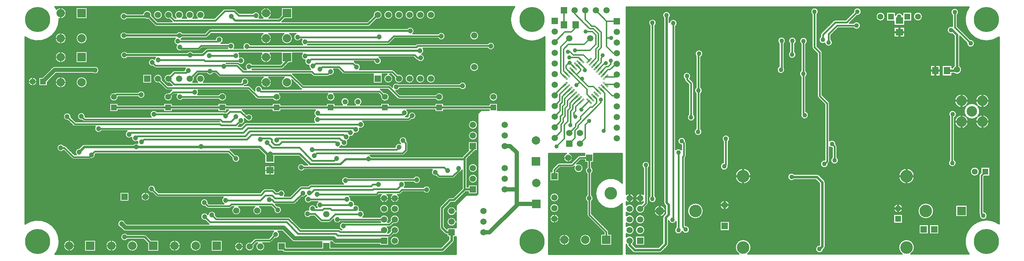
<source format=gtl>
%FSLAX43Y43*%
%MOMM*%
G71*
G01*
G75*
G04 Layer_Physical_Order=1*
%ADD10C,0.300*%
%ADD11C,0.125*%
%ADD12R,1.800X1.600*%
%ADD13R,1.600X1.800*%
%ADD14C,0.400*%
%ADD15C,0.500*%
%ADD16C,0.600*%
%ADD17C,1.000*%
%ADD18C,0.254*%
%ADD19R,1.500X1.500*%
%ADD20C,1.500*%
%ADD21R,2.000X2.000*%
%ADD22C,1.500*%
%ADD23R,1.500X1.500*%
%ADD24C,6.000*%
%ADD25C,3.000*%
%ADD26C,2.000*%
%ADD27R,1.400X1.400*%
%ADD28C,1.400*%
%ADD29C,1.300*%
%ADD30C,2.500*%
%ADD31C,1.000*%
%ADD32C,1.200*%
%ADD33C,1.100*%
D10*
X7669Y477D02*
G03*
X8650Y3500I-4169J3023D01*
G01*
X12356Y2508D02*
G03*
X12356Y2508I-1350J0D01*
G01*
X22451Y2499D02*
G03*
X22451Y2499I-1350J0D01*
G01*
X8650Y3500D02*
G03*
X477Y7669I-5150J0D01*
G01*
X11660Y23287D02*
G03*
X12050Y23125I390J388D01*
G01*
X11661Y23286D02*
G03*
X12050Y23125I389J389D01*
G01*
X15800D02*
G03*
X16165Y23264I0J550D01*
G01*
X15800Y23125D02*
G03*
X16165Y23264I0J550D01*
G01*
G03*
X17275Y24200I160J936D01*
G01*
G03*
X17262Y24359I-950J0D01*
G01*
X24987Y5175D02*
G03*
X24987Y3975I-737J-600D01*
G01*
X24426Y8026D02*
G03*
X23224Y6824I-901J-301D01*
G01*
X27451Y2499D02*
G03*
X27451Y2499I-1350J0D01*
G01*
X23849Y6199D02*
G03*
X24450Y5950I601J601D01*
G01*
X23849Y6199D02*
G03*
X24450Y5950I601J601D01*
G01*
X29449Y4999D02*
G03*
X29025Y5175I-424J-424D01*
G01*
X29449Y4999D02*
G03*
X29025Y5175I-424J-424D01*
G01*
X30299Y14207D02*
G03*
X30299Y14207I-1100J0D01*
G01*
X31650Y16050D02*
G03*
X30859Y15113I-950J0D01*
G01*
X31735Y14237D02*
G03*
X32125Y14075I390J388D01*
G01*
X31736Y14236D02*
G03*
X32125Y14075I389J389D01*
G01*
X31637Y15891D02*
G03*
X31650Y16050I-937J159D01*
G01*
X9800Y26425D02*
G03*
X9720Y25227I-775J-550D01*
G01*
X10239Y26264D02*
G03*
X9850Y26425I-389J-389D01*
G01*
X10240Y26263D02*
G03*
X9850Y26425I-390J-388D01*
G01*
X13406Y25800D02*
G03*
X12685Y24225I-6J-950D01*
G01*
X14600Y26725D02*
G03*
X14140Y26534I0J-650D01*
G01*
X14600Y26725D02*
G03*
X14140Y26535I0J-650D01*
G01*
X11961Y31136D02*
G03*
X12350Y30975I389J389D01*
G01*
X11960Y31137D02*
G03*
X12350Y30975I390J388D01*
G01*
X11487Y33166D02*
G03*
X11500Y33325I-937J159D01*
G01*
G03*
X10709Y32388I-950J0D01*
G01*
X17233Y30975D02*
G03*
X18800Y29900I792J-525D01*
G01*
X14260Y32262D02*
G03*
X14650Y32100I390J388D01*
G01*
X14261Y32261D02*
G03*
X14650Y32100I389J389D01*
G01*
X14862Y33216D02*
G03*
X14875Y33375I-937J159D01*
G01*
G03*
X14084Y32438I-950J0D01*
G01*
X27345Y26960D02*
G03*
X26307Y26725I-345J-885D01*
G01*
X24813Y29900D02*
G03*
X25908Y28350I512J-800D01*
G01*
G03*
X27311Y27394I942J-125D01*
G01*
G03*
X27345Y26960I939J-144D01*
G01*
X32000Y34450D02*
G03*
X30583Y33200I-775J-550D01*
G01*
X37551Y2499D02*
G03*
X37551Y2499I-1350J0D01*
G01*
X42551D02*
G03*
X42551Y2499I-1350J0D01*
G01*
X44260Y7737D02*
G03*
X44373Y7650I390J388D01*
G01*
X44261Y7736D02*
G03*
X44373Y7650I389J389D01*
G01*
X44133Y9949D02*
G03*
X43484Y8513I-808J-499D01*
G01*
X43735Y11562D02*
G03*
X44125Y11400I390J388D01*
G01*
X43736Y11561D02*
G03*
X44125Y11400I389J389D01*
G01*
X46012Y9666D02*
G03*
X46025Y9825I-937J159D01*
G01*
G03*
X44133Y9949I-950J0D01*
G01*
X52648Y2291D02*
G03*
X52648Y2291I-1100J0D01*
G01*
X55188D02*
G03*
X55150Y2575I-1100J0D01*
G01*
X54373Y3353D02*
G03*
X55188Y2291I-285J-1063D01*
G01*
X56009Y3200D02*
G03*
X57728Y2291I619J-909D01*
G01*
G03*
X57247Y3200I-1100J0D01*
G01*
X58900D02*
G03*
X59289Y3361I0J550D01*
G01*
X58900Y3200D02*
G03*
X59290Y3362I0J550D01*
G01*
X55547Y4300D02*
G03*
X55157Y4138I0J-550D01*
G01*
X55547Y4300D02*
G03*
X55158Y4139I0J-550D01*
G01*
X49300Y11400D02*
G03*
X49689Y11561I0J550D01*
G01*
X49300Y11400D02*
G03*
X49690Y11562I0J550D01*
G01*
X50313Y11825D02*
G03*
X52008Y10900I595J-925D01*
G01*
G03*
X51503Y11825I-1100J0D01*
G01*
X60166Y4238D02*
G03*
X61275Y5175I159J937D01*
G01*
X59776Y5950D02*
G03*
X59388Y5016I549J-775D01*
G01*
X55313Y11825D02*
G03*
X57008Y10900I595J-925D01*
G01*
G03*
X56503Y11825I-1100J0D01*
G01*
X59838Y11234D02*
G03*
X61725Y11075I937J-159D01*
G01*
X44225Y12800D02*
G03*
X43434Y11863I-950J0D01*
G01*
X44212Y12641D02*
G03*
X44225Y12800I-937J159D01*
G01*
X47761Y14075D02*
G03*
X47951Y12500I614J-725D01*
G01*
X49888Y23459D02*
G03*
X51775Y23300I937J-159D01*
G01*
X57775Y16150D02*
G03*
X57385Y15988I0J-550D01*
G01*
X57775Y16150D02*
G03*
X57386Y15989I0J-550D01*
G01*
X59914D02*
G03*
X59525Y16150I-389J-389D01*
G01*
X59915Y15988D02*
G03*
X59525Y16150I-390J-388D01*
G01*
X51775Y23300D02*
G03*
X50666Y24237I-950J0D01*
G01*
X51824Y31446D02*
G03*
X52975Y32375I201J929D01*
G01*
X53225Y31975D02*
G03*
X52835Y31813I0J-550D01*
G01*
X53225Y31975D02*
G03*
X52836Y31814I0J-550D01*
G01*
X52975Y32375D02*
G03*
X52877Y32795I-950J0D01*
G01*
X52960Y32712D02*
G03*
X53116Y32602I390J388D01*
G01*
X52961Y32711D02*
G03*
X53116Y32602I389J389D01*
G01*
X48147Y34422D02*
G03*
X47975Y34450I-172J-522D01*
G01*
X48147Y34422D02*
G03*
X47975Y34450I-172J-522D01*
G01*
X48534Y34437D02*
G03*
X48147Y34422I-159J-937D01*
G01*
X53116Y32602D02*
G03*
X54875Y33100I809J498D01*
G01*
G03*
X53362Y33865I-950J0D01*
G01*
X3339Y41692D02*
G03*
X3339Y41692I-1050J0D01*
G01*
X10349Y41509D02*
G03*
X10349Y41509I-1350J0D01*
G01*
X15349D02*
G03*
X15349Y41509I-1350J0D01*
G01*
X7572Y45325D02*
G03*
X6971Y45076I0J-850D01*
G01*
X7572Y45325D02*
G03*
X6971Y45076I0J-850D01*
G01*
X10349Y47509D02*
G03*
X10349Y47509I-1350J0D01*
G01*
X22272Y39150D02*
G03*
X21931Y39032I0J-550D01*
G01*
X22272Y39150D02*
G03*
X21931Y39032I0J-550D01*
G01*
G03*
X22733Y38011I-248J-1020D01*
G01*
X27408Y38050D02*
G03*
X29150Y38575I792J525D01*
G01*
G03*
X27444Y39150I-950J0D01*
G01*
X33290Y42380D02*
G03*
X32475Y41317I-1100J0D01*
G01*
X36675Y38625D02*
G03*
X38175Y37461I775J-550D01*
G01*
X35676Y38011D02*
G03*
X35647Y38255I-1050J0D01*
G01*
X34870Y39033D02*
G03*
X35676Y38011I-244J-1021D01*
G01*
X34005Y39787D02*
G03*
X34395Y39625I390J388D01*
G01*
X34006Y39786D02*
G03*
X34395Y39625I389J389D01*
G01*
X35015Y43443D02*
G03*
X35015Y41317I-285J-1063D01*
G01*
X16688Y43625D02*
G03*
X18150Y44425I512J800D01*
G01*
G03*
X16896Y45325I-950J0D01*
G01*
X31235Y45087D02*
G03*
X31625Y44925I390J388D01*
G01*
X31236Y45086D02*
G03*
X31625Y44925I389J389D01*
G01*
X24912Y48600D02*
G03*
X24912Y47400I-737J-600D01*
G01*
X31385Y47035D02*
G03*
X31009Y45313I-535J-785D01*
G01*
X31565Y47400D02*
G03*
X31385Y47035I742J-593D01*
G01*
X33253Y42095D02*
G03*
X33290Y42380I-1063J285D01*
G01*
X36125Y44325D02*
G03*
X35735Y44163I0J-550D01*
G01*
X36125Y44325D02*
G03*
X35736Y44164I0J-550D01*
G01*
X36650Y50424D02*
G03*
X37849Y49025I775J-549D01*
G01*
X477Y52331D02*
G03*
X8650Y56500I3023J4169D01*
G01*
X10349Y52009D02*
G03*
X10349Y52009I-1350J0D01*
G01*
X15349Y52009D02*
G03*
X15349Y52009I-1350J0D01*
G01*
X24787Y53250D02*
G03*
X24787Y52050I-737J-600D01*
G01*
X8650Y56500D02*
G03*
X8646Y56706I-5150J0D01*
G01*
G03*
X10349Y58009I353J1303D01*
G01*
X8030Y58949D02*
G03*
X7669Y59523I-4530J-2449D01*
G01*
X10349Y58009D02*
G03*
X8030Y58949I-1350J0D01*
G01*
X24811Y57876D02*
G03*
X24811Y56676I-737J-600D01*
G01*
X31446Y54976D02*
G03*
X31870Y54800I424J424D01*
G01*
X36336Y52050D02*
G03*
X36650Y50424I614J-725D01*
G01*
X37750Y51838D02*
G03*
X38087Y52100I-400J862D01*
G01*
Y53300D02*
G03*
X36575Y53250I-737J-600D01*
G01*
X31446Y54976D02*
G03*
X31870Y54800I424J424D01*
G01*
X29086Y56676D02*
G03*
X29878Y56544I564J944D01*
G01*
X30726Y57392D02*
G03*
X30750Y57620I-1076J228D01*
G01*
G03*
X28580Y57876I-1100J0D01*
G01*
X33290Y57620D02*
G03*
X33290Y57620I-1100J0D01*
G01*
X35793Y57335D02*
G03*
X35830Y57620I-1063J285D01*
G01*
G03*
X35015Y56557I-1100J0D01*
G01*
X41725Y38561D02*
G03*
X41950Y39175I-725J614D01*
G01*
X46675Y37461D02*
G03*
X48619Y38011I894J550D01*
G01*
G03*
X46675Y38561I-1050J0D01*
G01*
X40532Y41550D02*
G03*
X40910Y42380I-722J830D01*
G01*
G03*
X40873Y42665I-1100J0D01*
G01*
X41950Y39175D02*
G03*
X41837Y39625I-950J0D01*
G01*
X38732Y44925D02*
G03*
X38476Y44325I693J-650D01*
G01*
X40637Y48600D02*
G03*
X39163Y48600I-737J-600D01*
G01*
X41825Y49025D02*
G03*
X42214Y49186I0J550D01*
G01*
X41825Y49025D02*
G03*
X42215Y49187I0J550D01*
G01*
X43072Y41550D02*
G03*
X43450Y42380I-722J830D01*
G01*
G03*
X41628Y41550I-1100J0D01*
G01*
X43875Y43600D02*
G03*
X45425Y43600I775J550D01*
G01*
X44000Y49625D02*
G03*
X43576Y49449I0J-600D01*
G01*
X46635Y42837D02*
G03*
X47025Y42675I390J388D01*
G01*
X46636Y42836D02*
G03*
X47025Y42675I389J389D01*
G01*
X55649Y37623D02*
G03*
X56039Y37461I390J388D01*
G01*
X55650Y37623D02*
G03*
X56039Y37461I389J389D01*
G01*
X52816Y40738D02*
G03*
X52975Y40725I159J937D01*
G01*
X54264Y40564D02*
G03*
X53875Y40725I-389J-389D01*
G01*
X54265Y40563D02*
G03*
X53875Y40725I-390J-388D01*
G01*
X52975D02*
G03*
X53925Y41675I0J950D01*
G01*
X59617Y37461D02*
G03*
X61562Y38011I894J550D01*
G01*
X57174Y39875D02*
G03*
X55335Y39493I-949J-50D01*
G01*
X57319Y42675D02*
G03*
X59349Y41509I680J-1166D01*
G01*
G03*
X58679Y42675I-1350J0D01*
G01*
X53925Y41675D02*
G03*
X52033Y41550I-950J0D01*
G01*
X51394Y45940D02*
G03*
X51100Y46025I-294J-465D01*
G01*
X51394Y45940D02*
G03*
X51100Y46025I-294J-465D01*
G01*
X51310Y46025D02*
G03*
X51394Y45940I715J625D01*
G01*
X51483Y45870D02*
G03*
X52975Y46650I542J780D01*
G01*
X54712Y45850D02*
G03*
X53282Y44600I-737J-600D01*
G01*
X52975Y46650D02*
G03*
X51699Y47542I-950J0D01*
G01*
G03*
X51750Y47850I-899J308D01*
G01*
G03*
X51556Y48425I-950J0D01*
G01*
X57007D02*
G03*
X59349Y47509I992J-916D01*
G01*
G03*
X58991Y48425I-1350J0D01*
G01*
X44000Y49625D02*
G03*
X43576Y49449I0J-600D01*
G01*
X43675Y52100D02*
G03*
X44099Y52276I0J600D01*
G01*
X43675Y52100D02*
G03*
X44099Y52276I0J600D01*
G01*
X47274Y50800D02*
G03*
X47800Y51650I-424J850D01*
G01*
X50600Y50175D02*
G03*
X48935Y50800I-950J0D01*
G01*
X47800Y51650D02*
G03*
X45912Y51800I-950J0D01*
G01*
X44725Y54350D02*
G03*
X44301Y54174I0J-600D01*
G01*
X44725Y54350D02*
G03*
X44301Y54174I0J-600D01*
G01*
X38370Y57620D02*
G03*
X36510Y56825I-1100J0D01*
G01*
X38030D02*
G03*
X38370Y57620I-760J795D01*
G01*
X40910D02*
G03*
X39050Y56825I-1100J0D01*
G01*
X40570D02*
G03*
X40910Y57620I-760J795D01*
G01*
X43450D02*
G03*
X41590Y56825I-1100J0D01*
G01*
X43110D02*
G03*
X43450Y57620I-760J795D01*
G01*
X48150Y59075D02*
G03*
X47760Y58913I0J-550D01*
G01*
X48150Y59075D02*
G03*
X47761Y58914I0J-550D01*
G01*
X50425Y49625D02*
G03*
X50600Y50175I-775J550D01*
G01*
X54262Y50475D02*
G03*
X52563Y49625I-862J-400D01*
G01*
X57278Y53150D02*
G03*
X59349Y52009I721J-1141D01*
G01*
G03*
X58720Y53150I-1350J0D01*
G01*
X50764Y58914D02*
G03*
X50375Y59075I-389J-389D01*
G01*
X50765Y58913D02*
G03*
X50375Y59075I-390J-388D01*
G01*
X56550Y57450D02*
G03*
X54825Y58000I-950J0D01*
G01*
X56356Y56875D02*
G03*
X56550Y57450I-756J575D01*
G01*
X59349Y58009D02*
G03*
X57266Y56875I-1350J0D01*
G01*
X58732D02*
G03*
X59349Y58009I-733J1134D01*
G01*
X62013Y1066D02*
G03*
X62473Y875I460J459D01*
G01*
X62014Y1065D02*
G03*
X62473Y875I460J460D01*
G01*
X61275Y5175D02*
G03*
X60874Y5950I-950J0D01*
G01*
X64174Y3649D02*
G03*
X64775Y3400I601J601D01*
G01*
X64174Y3649D02*
G03*
X64775Y3400I601J601D01*
G01*
X63764Y9214D02*
G03*
X63375Y9375I-389J-389D01*
G01*
X63765Y9213D02*
G03*
X63375Y9375I-390J-388D01*
G01*
X74024Y3099D02*
G03*
X74625Y2850I601J601D01*
G01*
X74024Y3099D02*
G03*
X74625Y2850I601J601D01*
G01*
X70860Y8162D02*
G03*
X71250Y8000I390J388D01*
G01*
X70861Y8161D02*
G03*
X71250Y8000I389J389D01*
G01*
X73050D02*
G03*
X73439Y8161I0J550D01*
G01*
X73050Y8000D02*
G03*
X73440Y8162I0J550D01*
G01*
X74070Y8792D02*
G03*
X75795Y8230I950J-12D01*
G01*
X75789Y6464D02*
G03*
X75400Y6625I-389J-389D01*
G01*
X75790Y6463D02*
G03*
X75400Y6625I-390J-388D01*
G01*
X76734Y8098D02*
G03*
X76055Y6325I-309J-898D01*
G01*
X81145Y9330D02*
G03*
X81475Y10050I-620J720D01*
G01*
X85247Y8230D02*
G03*
X85335Y8100I953J550D01*
G01*
X87036Y5525D02*
G03*
X87300Y6240I-836J715D01*
G01*
G03*
X86995Y7000I-1100J0D01*
G01*
X87475Y4425D02*
G03*
X87865Y4587I0J550D01*
G01*
X87475Y4425D02*
G03*
X87864Y4586I0J550D01*
G01*
X87065Y8100D02*
G03*
X87300Y8780I-865J680D01*
G01*
G03*
X85247Y9330I-1100J0D01*
G01*
X87510Y7000D02*
G03*
X87899Y7161I0J550D01*
G01*
X87510Y7000D02*
G03*
X87900Y7162I0J550D01*
G01*
X61725Y11075D02*
G03*
X60616Y12012I-950J0D01*
G01*
X62425Y14375D02*
G03*
X62600Y14925I-775J550D01*
G01*
X64650Y12350D02*
G03*
X65039Y12511I0J550D01*
G01*
X64650Y12350D02*
G03*
X65040Y12512I0J550D01*
G01*
X62600Y14925D02*
G03*
X60875Y15475I-950J0D01*
G01*
X68212Y11013D02*
G03*
X68725Y9550I-262J-913D01*
G01*
X70017Y11600D02*
G03*
X68212Y11013I-917J-250D01*
G01*
X66400Y16800D02*
G03*
X66010Y16638I0J-550D01*
G01*
X66400Y16800D02*
G03*
X66011Y16639I0J-550D01*
G01*
X70351Y13000D02*
G03*
X70185Y11600I549J-775D01*
G01*
X67672Y14460D02*
G03*
X68812Y13000I403J-860D01*
G01*
X66616Y14088D02*
G03*
X67597Y14549I159J937D01*
G01*
G03*
X67672Y14460I763J566D01*
G01*
X67200Y21750D02*
G03*
X67200Y20650I-775J-550D01*
G01*
X68699Y17224D02*
G03*
X68309Y17062I0J-550D01*
G01*
X68699Y17224D02*
G03*
X68310Y17063I0J-550D01*
G01*
X77564Y18775D02*
G03*
X76481Y17224I-614J-725D01*
G01*
X69765Y33401D02*
G03*
X69560Y31975I510J-801D01*
G01*
X69782Y34911D02*
G03*
X69765Y33401I568J-761D01*
G01*
X75637Y26000D02*
G03*
X75978Y26382I-512J800D01*
G01*
G03*
X77550Y27100I622J718D01*
G01*
X79188Y12276D02*
G03*
X79200Y12425I-938J149D01*
G01*
X80350Y11350D02*
G03*
X79188Y12276I-950J0D01*
G01*
X78259Y13375D02*
G03*
X78275Y13550I-934J175D01*
G01*
G03*
X77967Y14250I-950J0D01*
G01*
X79200Y12425D02*
G03*
X78259Y13375I-950J0D01*
G01*
X80268Y10965D02*
G03*
X80350Y11350I-868J385D01*
G01*
X81475Y10050D02*
G03*
X80268Y10965I-950J0D01*
G01*
X87300Y11320D02*
G03*
X87300Y11320I-1100J0D01*
G01*
X85490Y14700D02*
G03*
X87300Y13860I710J-840D01*
G01*
X84350Y14250D02*
G03*
X84739Y14411I0J550D01*
G01*
X84350Y14250D02*
G03*
X84740Y14412I0J550D01*
G01*
X87300Y13860D02*
G03*
X86910Y14700I-1100J0D01*
G01*
X77550Y27100D02*
G03*
X77420Y27580I-950J0D01*
G01*
G03*
X78050Y28475I-320J895D01*
G01*
X83225Y23750D02*
G03*
X82874Y24050I-775J-550D01*
G01*
X78048Y28534D02*
G03*
X79120Y29375I127J942D01*
G01*
G03*
X80375Y30275I305J900D01*
G01*
G03*
X80346Y30510I-950J0D01*
G01*
G03*
X81550Y31425I254J915D01*
G01*
G03*
X81149Y32200I-950J0D01*
G01*
X89840Y3700D02*
G03*
X89840Y3700I-1100J0D01*
G01*
X88455Y5177D02*
G03*
X89840Y6240I285J1063D01*
G01*
G03*
X87677Y5955I-1100J0D01*
G01*
X89840Y8780D02*
G03*
X87677Y8495I-1100J0D01*
G01*
X88455Y7717D02*
G03*
X89840Y8780I285J1063D01*
G01*
Y11320D02*
G03*
X89840Y11320I-1100J0D01*
G01*
X88030Y14700D02*
G03*
X89840Y13860I710J-840D01*
G01*
G03*
X89450Y14700I-1100J0D01*
G01*
X89825D02*
G03*
X90214Y14861I0J550D01*
G01*
X89825Y14700D02*
G03*
X90215Y14862I0J550D01*
G01*
X91043Y16450D02*
G03*
X91300Y17100I-693J650D01*
G01*
G03*
X91106Y17675I-950J0D01*
G01*
X95550Y15350D02*
G03*
X97275Y15900I775J550D01*
G01*
G03*
X95550Y16450I-950J0D01*
G01*
X100075Y875D02*
G03*
X100535Y1065I0J650D01*
G01*
X100075Y875D02*
G03*
X100535Y1066I0J650D01*
G01*
X99425Y6775D02*
G03*
X99601Y6351I600J0D01*
G01*
X99425Y6775D02*
G03*
X99601Y6351I600J0D01*
G01*
X100651Y5301D02*
G03*
X101075Y5125I424J424D01*
G01*
X100651Y5301D02*
G03*
X101075Y5125I424J424D01*
G01*
X102749Y3280D02*
G03*
X102940Y3740I-459J460D01*
G01*
X102750Y3280D02*
G03*
X102940Y3740I-460J460D01*
G01*
X103373Y8393D02*
G03*
X103373Y8007I-1083J-193D01*
G01*
Y10933D02*
G03*
X103373Y10547I-1083J-193D01*
G01*
X99601Y11899D02*
G03*
X99425Y11475I424J-424D01*
G01*
X99601Y11899D02*
G03*
X99425Y11475I424J-424D01*
G01*
X103513Y12262D02*
G03*
X103373Y11925I337J-337D01*
G01*
X103513Y12263D02*
G03*
X103373Y11925I337J-338D01*
G01*
X101712Y12313D02*
G03*
X101801Y12428I-424J424D01*
G01*
X100851Y13174D02*
G03*
X100761Y13060I424J-424D01*
G01*
X101900Y13975D02*
G03*
X101476Y13799I0J-600D01*
G01*
X101900Y13975D02*
G03*
X101476Y13799I0J-600D01*
G01*
X102900Y12775D02*
G03*
X103324Y12951I0J600D01*
G01*
X102900Y12775D02*
G03*
X103324Y12951I0J600D01*
G01*
X106075Y14627D02*
G03*
X105737Y14487I0J-477D01*
G01*
X106075Y14627D02*
G03*
X105738Y14487I0J-477D01*
G01*
X93175Y17675D02*
G03*
X94900Y18225I775J550D01*
G01*
G03*
X93175Y18775I-950J0D01*
G01*
X98960Y18712D02*
G03*
X99350Y18550I390J388D01*
G01*
X98961Y18711D02*
G03*
X99350Y18550I389J389D01*
G01*
X97663Y20650D02*
G03*
X98559Y19113I737J-600D01*
G01*
X90625Y24050D02*
G03*
X91014Y24211I0J550D01*
G01*
X90625Y24050D02*
G03*
X91015Y24212I0J550D01*
G01*
X91738Y24935D02*
G03*
X91900Y25325I-388J390D01*
G01*
X90078Y26882D02*
G03*
X88775Y26000I-353J-882D01*
G01*
X91739Y24936D02*
G03*
X91900Y25325I-389J389D01*
G01*
Y26950D02*
G03*
X91738Y27340I-550J0D01*
G01*
X91900Y26950D02*
G03*
X91739Y27339I-550J0D01*
G01*
X91650Y27600D02*
G03*
X90078Y26882I-950J0D01*
G01*
X91637Y27441D02*
G03*
X91650Y27600I-937J159D01*
G01*
X91329Y33300D02*
G03*
X91975Y34200I-304J900D01*
G01*
G03*
X91655Y34911I-950J0D01*
G01*
X92075Y32200D02*
G03*
X92464Y32361I0J550D01*
G01*
X92075Y32200D02*
G03*
X92465Y32362I0J550D01*
G01*
X93800Y33525D02*
G03*
X91913Y33366I-950J0D01*
G01*
X92691Y32588D02*
G03*
X93800Y33525I159J937D01*
G01*
X102575Y18550D02*
G03*
X102964Y18711I0J550D01*
G01*
X102575Y18550D02*
G03*
X102965Y18712I0J550D01*
G01*
X104291Y20038D02*
G03*
X104825Y20555I-341J887D01*
G01*
X108490Y18500D02*
G03*
X108490Y18500I-1100J0D01*
G01*
Y21040D02*
G03*
X108490Y21040I-1100J0D01*
G01*
X105001Y23924D02*
G03*
X104880Y23750I424J-424D01*
G01*
X105001Y23924D02*
G03*
X104880Y23750I424J-424D01*
G01*
X108490Y28800D02*
G03*
X108490Y28800I-1100J0D01*
G01*
Y31340D02*
G03*
X108490Y31340I-1100J0D01*
G01*
X108688Y34187D02*
G03*
X108548Y33850I337J-337D01*
G01*
X108688Y34188D02*
G03*
X108548Y33850I337J-338D01*
G01*
X109525Y34827D02*
G03*
X109187Y34687I0J-477D01*
G01*
X109525Y34827D02*
G03*
X109188Y34687I0J-477D01*
G01*
X61562Y38011D02*
G03*
X61233Y38775I-1050J0D01*
G01*
X62319Y42675D02*
G03*
X64349Y41509I680J-1166D01*
G01*
X66310Y39987D02*
G03*
X66471Y39875I390J388D01*
G01*
X66311Y39986D02*
G03*
X66471Y39875I389J389D01*
G01*
X72734Y38775D02*
G03*
X74505Y38011I721J-764D01*
G01*
G03*
X74175Y38775I-1050J0D01*
G01*
X64349Y41509D02*
G03*
X64227Y42071I-1350J0D01*
G01*
X61725Y44650D02*
G03*
X62149Y44826I0J600D01*
G01*
X61725Y44650D02*
G03*
X62149Y44826I0J600D01*
G01*
X69160Y43037D02*
G03*
X69550Y42875I390J388D01*
G01*
X68237Y45527D02*
G03*
X68626Y44600I938J-152D01*
G01*
X67283Y46802D02*
G03*
X68237Y45527I892J-327D01*
G01*
X69161Y43036D02*
G03*
X69550Y42875I389J389D01*
G01*
X72775D02*
G03*
X73164Y43036I0J550D01*
G01*
X72775Y42875D02*
G03*
X73165Y43037I0J550D01*
G01*
X73266Y43138D02*
G03*
X74375Y44075I159J937D01*
G01*
X77850Y36900D02*
G03*
X76235Y36111I-1000J0D01*
G01*
X77465D02*
G03*
X77850Y36900I-615J789D01*
G01*
X80565Y36111D02*
G03*
X80950Y36900I-615J789D01*
G01*
G03*
X79335Y36111I-1000J0D01*
G01*
X85473Y39714D02*
G03*
X85313Y39825I-389J-389D01*
G01*
X85474Y39713D02*
G03*
X85313Y39825I-390J-388D01*
G01*
X74375Y44075D02*
G03*
X74200Y44625I-950J0D01*
G01*
X76236Y43586D02*
G03*
X76625Y43425I389J389D01*
G01*
X76235Y43587D02*
G03*
X76625Y43425I390J388D01*
G01*
X80318Y44525D02*
G03*
X80575Y45175I-693J650D01*
G01*
G03*
X79466Y46112I-950J0D01*
G01*
X83691Y46475D02*
G03*
X85575Y46650I934J175D01*
G01*
G03*
X85049Y47500I-950J0D01*
G01*
X62278Y53150D02*
G03*
X64349Y52009I721J-1141D01*
G01*
G03*
X63720Y53150I-1350J0D01*
G01*
X66682Y48425D02*
G03*
X67283Y46802I668J-675D01*
G01*
X67939Y50475D02*
G03*
X68062Y50600I-614J725D01*
G01*
X65101Y53150D02*
G03*
X66300Y51750I424J-850D01*
G01*
X66550D02*
G03*
X66711Y50475I775J-550D01*
G01*
X82430Y54800D02*
G03*
X82854Y54976I0J600D01*
G01*
X82430Y54800D02*
G03*
X82854Y54976I0J600D01*
G01*
X84422Y56544D02*
G03*
X85750Y57620I228J1076D01*
G01*
G03*
X83574Y57392I-1100J0D01*
G01*
X85376Y38255D02*
G03*
X87448Y38011I1021J-244D01*
G01*
G03*
X86154Y39033I-1050J0D01*
G01*
X89324Y37623D02*
G03*
X89714Y37461I390J388D01*
G01*
X89325Y37623D02*
G03*
X89714Y37461I389J389D01*
G01*
X87739Y40764D02*
G03*
X87350Y40925I-389J-389D01*
G01*
X87740Y40763D02*
G03*
X87350Y40925I-390J-388D01*
G01*
X89025Y39478D02*
G03*
X89993Y40100I75J947D01*
G01*
X89649Y41200D02*
G03*
X88153Y40350I-549J-775D01*
G01*
X88667Y42665D02*
G03*
X90830Y42380I1063J-285D01*
G01*
X86847Y43425D02*
G03*
X88290Y42380I343J-1045D01*
G01*
G03*
X87533Y43425I-1100J0D01*
G01*
X88524Y44364D02*
G03*
X88135Y44525I-389J-389D01*
G01*
X88525Y44363D02*
G03*
X88135Y44525I-390J-388D01*
G01*
X90830Y42380D02*
G03*
X89445Y43443I-1100J0D01*
G01*
X93370Y42380D02*
G03*
X93370Y42380I-1100J0D01*
G01*
X95910D02*
G03*
X95910Y42380I-1100J0D01*
G01*
X93811Y46936D02*
G03*
X94121Y46781I389J389D01*
G01*
X93810Y46937D02*
G03*
X94121Y46781I390J388D01*
G01*
G03*
X95850Y47325I779J544D01*
G01*
X98446Y37461D02*
G03*
X100390Y38011I894J550D01*
G01*
G03*
X98446Y38561I-1050J0D01*
G01*
X113333Y38011D02*
G03*
X113333Y38011I-1050J0D01*
G01*
X95850Y47325D02*
G03*
X95201Y48226I-950J0D01*
G01*
G03*
X95725Y49075I-426J849D01*
G01*
G03*
X95512Y49675I-950J0D01*
G01*
X98450Y42380D02*
G03*
X98450Y42380I-1100J0D01*
G01*
X104150Y40100D02*
G03*
X105875Y40650I775J550D01*
G01*
G03*
X104150Y41200I-950J0D01*
G01*
X108800Y45150D02*
G03*
X108800Y45150I-1100J0D01*
G01*
X87150Y50600D02*
G03*
X87539Y50761I0J550D01*
G01*
X87150Y50600D02*
G03*
X87540Y50762I0J550D01*
G01*
X93067Y53075D02*
G03*
X93375Y53775I-642J700D01*
G01*
G03*
X91669Y54350I-950J0D01*
G01*
X94200Y50775D02*
G03*
X93810Y50613I0J-550D01*
G01*
X94200Y50775D02*
G03*
X93811Y50614I0J-550D01*
G01*
X88290Y57620D02*
G03*
X88290Y57620I-1100J0D01*
G01*
X90830D02*
G03*
X90830Y57620I-1100J0D01*
G01*
X93370D02*
G03*
X93370Y57620I-1100J0D01*
G01*
X95910D02*
G03*
X95910Y57620I-1100J0D01*
G01*
X98450D02*
G03*
X98450Y57620I-1100J0D01*
G01*
X110842Y49675D02*
G03*
X112600Y50175I808J500D01*
G01*
G03*
X110913Y50775I-950J0D01*
G01*
X99050Y51975D02*
G03*
X100775Y52525I775J550D01*
G01*
G03*
X99050Y53075I-950J0D01*
G01*
X108800Y52650D02*
G03*
X108800Y52650I-1100J0D01*
G01*
X117331Y59523D02*
G03*
X124523Y52331I4169J-3023D01*
G01*
X127933Y8948D02*
G03*
X127933Y8948I-1100J0D01*
G01*
X127933Y11488D02*
G03*
X127933Y11488I-1100J0D01*
G01*
X130575Y3899D02*
G03*
X130575Y3899I-1350J0D01*
G01*
X127933Y14028D02*
G03*
X127933Y14028I-1100J0D01*
G01*
X126444Y20973D02*
G03*
X126283Y20584I389J-389D01*
G01*
X126445Y20974D02*
G03*
X126283Y20584I388J-390D01*
G01*
X127974Y22275D02*
G03*
X127584Y22113I0J-550D01*
G01*
X127974Y22275D02*
G03*
X127585Y22114I0J-550D01*
G01*
X129696Y24523D02*
G03*
X131200Y23500I404J-1023D01*
G01*
G03*
X130504Y24523I-1100J0D01*
G01*
X131099Y21175D02*
G03*
X131488Y21336I0J550D01*
G01*
X131099Y21175D02*
G03*
X131488Y21337I0J550D01*
G01*
X131592Y21441D02*
G03*
X133700Y21000I1008J-441D01*
G01*
X135575Y3899D02*
G03*
X135575Y3899I-1350J0D01*
G01*
X134624Y9875D02*
G03*
X134786Y9485I550J0D01*
G01*
X134624Y9875D02*
G03*
X134785Y9486I550J0D01*
G01*
X139775Y5824D02*
G03*
X139613Y6213I-550J0D01*
G01*
X139775Y5824D02*
G03*
X139614Y6213I-550J0D01*
G01*
X134624Y14617D02*
G03*
X134624Y13033I525J-792D01*
G01*
X135724Y13069D02*
G03*
X136099Y13825I-575J756D01*
G01*
G03*
X135724Y14581I-950J0D01*
G01*
X134624Y21242D02*
G03*
X134624Y19658I525J-792D01*
G01*
X135724Y19694D02*
G03*
X136099Y20450I-575J756D01*
G01*
G03*
X135724Y21206I-950J0D01*
G01*
X133700Y21000D02*
G03*
X132159Y22008I-1100J0D01*
G01*
X132874Y24050D02*
G03*
X132484Y23888I0J-550D01*
G01*
X132874Y24050D02*
G03*
X132485Y23889I0J-550D01*
G01*
X143023Y17432D02*
G03*
X143023Y12518I-2699J-2457D01*
G01*
X144060Y2690D02*
G03*
X144265Y2195I700J0D01*
G01*
X144060Y2690D02*
G03*
X144265Y2195I700J0D01*
G01*
X145480Y980D02*
G03*
X145975Y775I495J495D01*
G01*
X145480Y980D02*
G03*
X145975Y775I495J495D01*
G01*
X145563Y2877D02*
G03*
X144050Y4605I-803J823D01*
G01*
Y5335D02*
G03*
X144760Y5090I710J905D01*
G01*
G03*
X144050Y7145I0J1150D01*
G01*
Y7875D02*
G03*
X144760Y7630I710J905D01*
G01*
G03*
X144050Y9685I0J1150D01*
G01*
Y10415D02*
G03*
X144760Y10170I710J905D01*
G01*
X148450Y6240D02*
G03*
X148450Y6240I-1150J0D01*
G01*
Y8780D02*
G03*
X148450Y8780I-1150J0D01*
G01*
X152000Y775D02*
G03*
X152495Y980I0J700D01*
G01*
X152000Y775D02*
G03*
X152495Y980I0J700D01*
G01*
X152905Y9720D02*
G03*
X152700Y9225I495J-495D01*
G01*
X152905Y9720D02*
G03*
X152700Y9225I495J-495D01*
G01*
X144760Y10170D02*
G03*
X144050Y12225I0J1150D01*
G01*
Y12955D02*
G03*
X144760Y12710I710J905D01*
G01*
G03*
X144050Y14765I0J1150D01*
G01*
X147569Y12438D02*
G03*
X147300Y10170I-269J-1118D01*
G01*
G03*
X148418Y11589I0J1150D01*
G01*
X148050Y14732D02*
G03*
X147300Y12710I-750J-872D01*
G01*
G03*
X148050Y12988I0J1150D01*
G01*
X149250Y21013D02*
G03*
X148050Y21013I-600J737D01*
G01*
X149074Y12246D02*
G03*
X149250Y12670I-424J424D01*
G01*
X149074Y12246D02*
G03*
X149250Y12670I-424J424D01*
G01*
X149650Y14387D02*
G03*
X150250Y12700I600J-737D01*
G01*
G03*
X150850Y14387I0J950D01*
G01*
X153895Y2380D02*
G03*
X154100Y2875I-495J495D01*
G01*
X153895Y2380D02*
G03*
X154100Y2875I-495J495D01*
G01*
X155850Y6937D02*
G03*
X156450Y5250I600J-737D01*
G01*
G03*
X157346Y5885I0J950D01*
G01*
G03*
X158175Y5400I829J465D01*
G01*
G03*
X158100Y7297I0J950D01*
G01*
X153375Y11063D02*
G03*
X152000Y9400I-1375J-263D01*
G01*
G03*
X153375Y10537I0J1400D01*
G01*
X154100Y8483D02*
G03*
X155025Y7750I925J217D01*
G01*
G03*
X155850Y8229I0J950D01*
G01*
X172966Y527D02*
G03*
X170834Y527I-1066J1573D01*
G01*
X152900Y12775D02*
G03*
X153105Y12280I700J0D01*
G01*
X152900Y12775D02*
G03*
X153105Y12280I700J0D01*
G01*
X162400Y10800D02*
G03*
X162400Y10800I-1900J0D01*
G01*
X168643Y12199D02*
G03*
X168643Y12199I-1150J0D01*
G01*
X167175Y22379D02*
G03*
X167375Y20500I200J-929D01*
G01*
G03*
X168315Y21588I0J950D01*
G01*
G03*
X168375Y21850I-540J262D01*
G01*
X168315Y21588D02*
G03*
X168375Y21850I-540J262D01*
G01*
X173800Y19100D02*
G03*
X173800Y19100I-1900J0D01*
G01*
X184092Y19625D02*
G03*
X183450Y17975I-642J-700D01*
G01*
X157125Y25393D02*
G03*
X155825Y25440I-675J-668D01*
G01*
X158149Y23551D02*
G03*
X158325Y23975I-424J424D01*
G01*
X158149Y23551D02*
G03*
X158325Y23975I-424J424D01*
G01*
Y27000D02*
G03*
X158195Y27374I-600J0D01*
G01*
G03*
X157125Y26533I-945J101D01*
G01*
X158325Y27000D02*
G03*
X158195Y27374I-600J0D01*
G01*
X150850Y54963D02*
G03*
X149650Y54963I-600J737D01*
G01*
X157875Y42225D02*
G03*
X158051Y41801I600J0D01*
G01*
X157875Y42225D02*
G03*
X158051Y41801I600J0D01*
G01*
X155825Y54888D02*
G03*
X154300Y55841I-600J737D01*
G01*
Y56883D02*
G03*
X152900Y56883I-700J642D01*
G01*
X158875Y33887D02*
G03*
X159475Y32200I600J-737D01*
G01*
G03*
X160075Y33887I0J950D01*
G01*
X161150Y28750D02*
G03*
X161825Y30368I0J950D01*
G01*
X160625Y30492D02*
G03*
X161150Y28750I525J-792D01*
G01*
X168375Y27288D02*
G03*
X167175Y27288I-600J737D01*
G01*
X160625Y40287D02*
G03*
X160625Y38813I600J-737D01*
G01*
X161825D02*
G03*
X161825Y40287I-600J737D01*
G01*
X159183Y42366D02*
G03*
X157875Y42263I-708J634D01*
G01*
X160075Y41225D02*
G03*
X159899Y41649I-600J0D01*
G01*
X160075Y41225D02*
G03*
X159899Y41649I-600J0D01*
G01*
X161825Y47527D02*
G03*
X160625Y47736I-475J823D01*
G01*
X180475Y45350D02*
G03*
X180900Y43550I425J-850D01*
G01*
G03*
X181675Y45049I0J950D01*
G01*
Y50688D02*
G03*
X180475Y50688I-600J737D01*
G01*
X183007Y48867D02*
G03*
X183600Y47175I593J-742D01*
G01*
X184207Y50633D02*
G03*
X183007Y50720I-547J777D01*
G01*
X190125Y750D02*
G03*
X191070Y1604I0J950D01*
G01*
X190100Y2650D02*
G03*
X190125Y750I25J-950D01*
G01*
X191265Y1777D02*
G03*
X191500Y2300I-465J523D01*
G01*
X191264Y1776D02*
G03*
X191500Y2300I-464J524D01*
G01*
X183450Y17975D02*
G03*
X184092Y18225I0J950D01*
G01*
X191500Y17625D02*
G03*
X191295Y18120I-700J0D01*
G01*
X191500Y17625D02*
G03*
X191295Y18120I-700J0D01*
G01*
X209992Y11411D02*
G03*
X209992Y11411I-1100J0D01*
G01*
X211966Y527D02*
G03*
X209834Y527I-1066J1573D01*
G01*
X217400Y10800D02*
G03*
X217400Y10800I-1900J0D01*
G01*
X189995Y19420D02*
G03*
X189500Y19625I-495J-495D01*
G01*
X189995Y19420D02*
G03*
X189500Y19625I-495J-495D01*
G01*
X191275Y21075D02*
G03*
X192220Y22122I0J950D01*
G01*
X191325Y22974D02*
G03*
X191275Y21075I-50J-949D01*
G01*
X192349Y22251D02*
G03*
X192525Y22675I-424J424D01*
G01*
X192349Y22251D02*
G03*
X192525Y22675I-424J424D01*
G01*
X193125Y23612D02*
G03*
X193725Y21925I600J-737D01*
G01*
G03*
X194325Y23612I0J950D01*
G01*
X192525Y26044D02*
G03*
X193100Y25850I575J756D01*
G01*
X194045Y26703D02*
G03*
X192525Y27556I-945J97D01*
G01*
X194325Y26175D02*
G03*
X194149Y26599I-600J0D01*
G01*
X194325Y26175D02*
G03*
X194149Y26599I-600J0D01*
G01*
X212800Y19100D02*
G03*
X212800Y19100I-1900J0D01*
G01*
X232973Y7705D02*
G03*
X225795Y527I-2973J-4205D01*
G01*
X228175Y10225D02*
G03*
X228306Y9851I600J0D01*
G01*
X228175Y10225D02*
G03*
X228306Y9851I600J0D01*
G01*
G03*
X229237Y8712I931J-190D01*
G01*
G03*
X229375Y10601I0J950D01*
G01*
X228351Y19702D02*
G03*
X228175Y19278I424J-424D01*
G01*
X228351Y19702D02*
G03*
X228175Y19278I424J-424D01*
G01*
X221125Y22892D02*
G03*
X221825Y21300I700J-642D01*
G01*
G03*
X222325Y23058I0J950D01*
G01*
X228289Y20192D02*
G03*
X228289Y20192I-1100J0D01*
G01*
X225048Y33374D02*
G03*
X224000Y30450I-1048J-1274D01*
G01*
G03*
X225274Y33148I0J1650D01*
G01*
X227726D02*
G03*
X229000Y30450I1274J-1048D01*
G01*
G03*
X227952Y33374I0J1650D01*
G01*
X185700Y34045D02*
G03*
X186575Y32725I875J-370D01*
G01*
G03*
X186900Y34568I0J950D01*
G01*
X185700Y44325D02*
G03*
X185700Y42775I550J-775D01*
G01*
X186900Y42857D02*
G03*
X186900Y44243I-650J693D01*
G01*
X183600Y47175D02*
G03*
X184207Y48856I0J950D01*
G01*
X186900Y50638D02*
G03*
X185700Y50638I-600J737D01*
G01*
X189600Y38200D02*
G03*
X189776Y37776I600J0D01*
G01*
X189600Y38200D02*
G03*
X189776Y37776I600J0D01*
G01*
X190800Y48600D02*
G03*
X190624Y49024I-600J0D01*
G01*
X188337Y49863D02*
G03*
X188513Y49438I600J0D01*
G01*
X188337Y49863D02*
G03*
X188513Y49438I600J0D01*
G01*
X190300Y52387D02*
G03*
X190900Y50700I600J-737D01*
G01*
X190800Y48600D02*
G03*
X190624Y49024I-600J0D01*
G01*
X192525Y36475D02*
G03*
X192349Y36899I-600J0D01*
G01*
X192525Y36475D02*
G03*
X192349Y36899I-600J0D01*
G01*
X190900Y50700D02*
G03*
X191349Y50813I0J950D01*
G01*
G03*
X192275Y50075I926J212D01*
G01*
G03*
X192875Y51762I0J950D01*
G01*
X190476Y53249D02*
G03*
X190300Y52825I424J-424D01*
G01*
X190476Y53249D02*
G03*
X190300Y52825I424J-424D01*
G01*
X198238Y54475D02*
G03*
X198975Y54125I737J600D01*
G01*
X193875Y56400D02*
G03*
X193451Y56224I0J-600D01*
G01*
X198975Y54125D02*
G03*
X198238Y55675I0J950D01*
G01*
X189537Y57651D02*
G03*
X188337Y57651I-600J737D01*
G01*
X193875Y56400D02*
G03*
X193451Y56224I0J-600D01*
G01*
X199187Y57438D02*
G03*
X198242Y58291I0J950D01*
G01*
X205789Y57192D02*
G03*
X205789Y57192I-1100J0D01*
G01*
X210011Y57603D02*
G03*
X208289Y57559I-851J-422D01*
G01*
X214711Y57208D02*
G03*
X214711Y57208I-1100J0D01*
G01*
X222325Y33050D02*
G03*
X221125Y33351I-425J850D01*
G01*
X225274Y36052D02*
G03*
X224000Y35450I-1274J1048D01*
G01*
X222225Y45437D02*
G03*
X221875Y44993I700J-912D01*
G01*
X222251Y43593D02*
G03*
X222925Y43375I674J932D01*
G01*
X225274Y33148D02*
G03*
X226500Y32700I1226J1452D01*
G01*
G03*
X227726Y33148I0J1900D01*
G01*
X224000Y35450D02*
G03*
X225048Y35826I0J1650D01*
G01*
G03*
X225048Y33374I1452J-1226D01*
G01*
X227952D02*
G03*
X227952Y35826I-1452J1226D01*
G01*
X227726Y36052D02*
G03*
X225274Y36052I-1226J-1452D01*
G01*
X227952Y35826D02*
G03*
X229000Y35450I1048J1274D01*
G01*
G03*
X227726Y36052I0J1650D01*
G01*
X222925Y43375D02*
G03*
X223625Y45437I0J1150D01*
G01*
X221525Y53025D02*
G03*
X221776Y53059I0J950D01*
G01*
X221800Y54884D02*
G03*
X221525Y53025I-275J-909D01*
G01*
X223000Y57538D02*
G03*
X221800Y57538I-600J737D01*
G01*
X225255Y50897D02*
G03*
X226200Y49850I945J-97D01*
G01*
G03*
X226103Y51745I0J950D01*
G01*
X230000Y51350D02*
G03*
X232973Y52295I0J5150D01*
G01*
X225795Y59473D02*
G03*
X230000Y51350I4205J-2973D01*
G01*
X128375Y43756D02*
Y49967D01*
X130408Y52000D01*
X129025Y44238D02*
Y49425D01*
X132601Y47450D02*
X133289Y46762D01*
X130525Y47450D02*
X132601D01*
X129025Y49425D02*
X130175Y50575D01*
X133983D02*
X135408Y52000D01*
X129025Y44238D02*
X129895Y43368D01*
X130175Y50575D02*
X133983D01*
X128375Y43756D02*
X129329Y42802D01*
X137921Y39868D02*
X138900Y38888D01*
X138600Y29925D02*
X138900Y30225D01*
Y38888D01*
X140600Y38320D02*
X141900D01*
X138486Y40433D02*
X140600Y38320D01*
X141761Y40999D02*
X141900Y40860D01*
X139052Y40999D02*
X141761D01*
X141302Y42802D02*
X141900Y43400D01*
X139052Y42802D02*
X141302D01*
X129975Y35925D02*
Y37119D01*
X129375Y35325D02*
X129975Y35925D01*
X129375Y33350D02*
Y35325D01*
X128975Y32950D02*
X129375Y33350D01*
X128800Y33850D02*
Y35750D01*
X128300Y33350D02*
X128800Y33850D01*
X129325Y37601D02*
X131026Y39302D01*
X126900Y30800D02*
X128300Y32200D01*
X129325Y36275D02*
Y37601D01*
X128800Y35750D02*
X129325Y36275D01*
X128300Y32200D02*
Y33350D01*
X128675Y38082D02*
X130461Y39868D01*
X126900Y33340D02*
X128200Y34640D01*
X128675Y36725D02*
Y38082D01*
X128200Y36250D02*
X128675Y36725D01*
X128100Y37080D02*
Y38639D01*
X126900Y35880D02*
X128100Y37080D01*
X128200Y34640D02*
Y36250D01*
X128100Y38639D02*
X129895Y40433D01*
X126900Y38570D02*
X129329Y40999D01*
X126900Y38420D02*
Y38570D01*
X129200Y28025D02*
Y31325D01*
X130050Y32175D01*
Y34850D01*
X130525Y35325D01*
Y36538D01*
X132158Y38171D01*
X127375Y26200D02*
X129200Y28025D01*
X126900Y28260D02*
X128450Y29810D01*
Y31475D01*
X128975Y32000D01*
X129975Y37119D02*
X131592Y38736D01*
X128975Y32000D02*
Y32950D01*
X131250Y35125D02*
Y36132D01*
X130725Y34600D02*
X131250Y35125D01*
X130725Y31375D02*
Y34600D01*
X130650Y31300D02*
X130725Y31375D01*
X131250Y36132D02*
X132723Y37605D01*
X131500Y33625D02*
Y34225D01*
X131950Y34675D01*
Y35700D01*
X131500Y33625D02*
X131825Y33300D01*
X131950Y35700D02*
X133289Y37039D01*
X133250Y35000D02*
Y35197D01*
X135092Y37039D01*
X136900Y36575D02*
Y37494D01*
X135875Y35550D02*
X136900Y36575D01*
X135375Y35550D02*
X135875D01*
X133125Y32750D02*
Y33300D01*
X131925Y31550D02*
X133125Y32750D01*
X131925Y30925D02*
Y31550D01*
X130440Y29440D02*
X131925Y30925D01*
X130400Y29440D02*
X130440D01*
X136223Y38171D02*
X136900Y37494D01*
X133125Y33300D02*
X135375Y35550D01*
X131750Y28250D02*
Y30000D01*
X132475Y30725D01*
Y31200D01*
X137925Y36650D01*
X129600Y45475D02*
X130300Y46175D01*
X129600Y44794D02*
Y45475D01*
X134600Y38663D02*
Y39794D01*
X134200Y28160D02*
Y31350D01*
X132940Y26900D02*
X134200Y28160D01*
Y31350D02*
X135150Y32300D01*
X137355Y44499D02*
Y44530D01*
X139125Y46300D01*
X137975Y46251D02*
Y47275D01*
X139700Y45225D02*
X140325Y45850D01*
X139212Y45225D02*
X139700D01*
X138486Y43368D02*
X139643Y44525D01*
X140125D01*
X141540Y45940D01*
X141900D01*
X135000Y40475D02*
X136182D01*
X131026Y44449D02*
Y44499D01*
X133100Y44325D02*
Y44688D01*
X132175Y43400D02*
X133100Y44325D01*
X132158Y45631D02*
X133100Y44688D01*
X139320Y50055D02*
X140895Y48480D01*
X136789Y45065D02*
X137975Y46251D01*
Y47275D02*
X138325Y47625D01*
Y47900D01*
X138375Y47950D01*
X134125Y44400D02*
Y44795D01*
X132723Y46196D02*
X134125Y44795D01*
X130400Y26900D02*
X131750Y28250D01*
X137925Y36650D02*
Y37325D01*
X137921Y43934D02*
X139212Y45225D01*
X140325Y45850D02*
Y46675D01*
X131350Y48050D02*
X133804D01*
X130025Y48825D02*
X130575D01*
X133804Y48050D02*
X135092Y46762D01*
X130575Y48825D02*
X131350Y48050D01*
X135325Y49125D02*
X136750Y50550D01*
Y52800D01*
X135900Y53650D02*
X136750Y52800D01*
X131775Y49125D02*
X135325D01*
X134300Y53650D02*
X135900D01*
X139320Y52125D02*
X139345Y52100D01*
X136720Y58700D02*
X139320Y56100D01*
X139345Y52100D02*
X140375D01*
X139320Y50055D02*
Y56100D01*
X140895Y48480D02*
X141900D01*
X139320Y56100D02*
X141900D01*
X135275Y54275D02*
X136175D01*
X137350Y53100D01*
Y50075D02*
Y53100D01*
X133990Y55560D02*
X135275Y54275D01*
X131640Y57910D02*
X133990Y55560D01*
X131640Y57910D02*
Y58700D01*
X135658Y46196D02*
X136750Y47289D01*
Y49475D02*
X137350Y50075D01*
X136750Y47289D02*
Y49475D01*
X135725Y54925D02*
X136525D01*
X138000Y53450D01*
Y49775D02*
Y53450D01*
X135350Y55300D02*
X135725Y54925D01*
X134180Y56470D02*
X135350Y55300D01*
X134180Y56470D02*
Y58700D01*
X136223Y45631D02*
X137350Y46757D01*
Y49125D02*
X138000Y49775D01*
X137350Y46757D02*
Y49125D01*
X7800Y477D02*
Y666D01*
X7900Y477D02*
Y824D01*
X8000Y477D02*
Y995D01*
X8100Y477D02*
Y1184D01*
X8200Y477D02*
Y1394D01*
X8300Y477D02*
Y1634D01*
X8400Y477D02*
Y1915D01*
X10200Y477D02*
Y1425D01*
X10300Y477D02*
Y1357D01*
X10400Y477D02*
Y1302D01*
X10500Y477D02*
Y1256D01*
X9800Y477D02*
Y1902D01*
X9900Y477D02*
Y1734D01*
X10000Y477D02*
Y1608D01*
X10100Y477D02*
Y1507D01*
X8156Y1300D02*
X10403D01*
X10600Y477D02*
Y1220D01*
X8202Y1400D02*
X10235D01*
X8246Y1500D02*
X10108D01*
X8287Y1600D02*
X10007D01*
X8325Y1700D02*
X9925D01*
X8361Y1800D02*
X9857D01*
X10700Y477D02*
Y1193D01*
X8108Y1200D02*
X10672D01*
X10800Y477D02*
Y1174D01*
X10900Y477D02*
Y1162D01*
X11000Y477D02*
Y1158D01*
X11100Y477D02*
Y1161D01*
X11200Y477D02*
Y1172D01*
X11300Y477D02*
Y1190D01*
X11400Y477D02*
Y1216D01*
X11500Y477D02*
Y1251D01*
X11600Y477D02*
Y1295D01*
X11700Y477D02*
Y1350D01*
X11800Y477D02*
Y1416D01*
X11900Y477D02*
Y1496D01*
X12000Y477D02*
Y1594D01*
X14700Y477D02*
Y1158D01*
X14800Y477D02*
Y1158D01*
X14900Y477D02*
Y1158D01*
X15000Y477D02*
Y1158D01*
X12100Y477D02*
Y1716D01*
X15100Y477D02*
Y1158D01*
X15200Y477D02*
Y1158D01*
X15300Y477D02*
Y1158D01*
X11341Y1200D02*
X14656D01*
X11609Y1300D02*
X14656D01*
X11778Y1400D02*
X14656D01*
X11904Y1500D02*
X14656D01*
X12005Y1600D02*
X14656D01*
X12088Y1700D02*
X14656D01*
X12156Y1800D02*
X14656D01*
X15400Y477D02*
Y1158D01*
X15500Y477D02*
Y1158D01*
X15600Y477D02*
Y1158D01*
X15700Y477D02*
Y1158D01*
X15800Y477D02*
Y1158D01*
X15900Y477D02*
Y1158D01*
X16000Y477D02*
Y1158D01*
X16100Y477D02*
Y1158D01*
X8427Y2000D02*
X9755D01*
X9700Y477D02*
Y2167D01*
X8456Y2100D02*
X9719D01*
X8483Y2200D02*
X9692D01*
X8500Y477D02*
Y2266D01*
X8600Y477D02*
Y2783D01*
X12200Y477D02*
Y1877D01*
X8395Y1900D02*
X9801D01*
X12212D02*
X14656D01*
X12257Y2000D02*
X14656D01*
X12300Y477D02*
Y2122D01*
X12293Y2100D02*
X14656D01*
X8508Y2300D02*
X9672D01*
X8531Y2400D02*
X9661D01*
X8552Y2500D02*
X9656D01*
X8571Y2600D02*
X9659D01*
X8587Y2700D02*
X9670D01*
X8602Y2800D02*
X9688D01*
X8615Y2900D02*
X9714D01*
X12321Y2200D02*
X14656D01*
X12340Y2300D02*
X14656D01*
X8626Y3000D02*
X9749D01*
X8634Y3100D02*
X9793D01*
X12342Y2700D02*
X14656D01*
X12400Y477D02*
Y23125D01*
X12500Y477D02*
Y23125D01*
X12600Y477D02*
Y23125D01*
X12700Y477D02*
Y23125D01*
X12800Y477D02*
Y23125D01*
X12900Y477D02*
Y23125D01*
X13000Y477D02*
Y23125D01*
X13100Y477D02*
Y23125D01*
X13200Y477D02*
Y23125D01*
X13300Y477D02*
Y23125D01*
X13400Y477D02*
Y23125D01*
X13500Y477D02*
Y23125D01*
X13600Y477D02*
Y23125D01*
X13700Y477D02*
Y23125D01*
X13800Y477D02*
Y23125D01*
X13900Y477D02*
Y23125D01*
X12300Y2894D02*
Y23125D01*
X14000Y477D02*
Y23125D01*
X14100Y477D02*
Y23125D01*
X14200Y477D02*
Y23125D01*
X14300Y477D02*
Y23125D01*
X14400Y477D02*
Y23125D01*
X14500Y477D02*
Y23125D01*
X12352Y2400D02*
X14656D01*
X12324Y2800D02*
X14656D01*
X12356Y2500D02*
X14656D01*
X12353Y2600D02*
X14656D01*
X12298Y2900D02*
X14656D01*
X12263Y3000D02*
X14656D01*
X14600Y477D02*
Y23125D01*
X14656Y1158D02*
Y3858D01*
X16200Y477D02*
Y1158D01*
X16300Y477D02*
Y1158D01*
X16400Y477D02*
Y1158D01*
X16500Y477D02*
Y1158D01*
X16600Y477D02*
Y1158D01*
X16700Y477D02*
Y1158D01*
X16800Y477D02*
Y1158D01*
X16900Y477D02*
Y1158D01*
X17000Y477D02*
Y1158D01*
X17100Y477D02*
Y1158D01*
X17200Y477D02*
Y1158D01*
X17300Y477D02*
Y1158D01*
X19800Y477D02*
Y2140D01*
X19900Y477D02*
Y1883D01*
X20000Y477D02*
Y1718D01*
X14656Y1158D02*
X17356D01*
Y1700D02*
X20013D01*
X17356Y1800D02*
X19946D01*
X17356Y1900D02*
X19892D01*
X17356Y2000D02*
X19847D01*
X17356Y2100D02*
X19812D01*
X17356Y2200D02*
X19785D01*
X17356Y1200D02*
X20734D01*
X17356Y1300D02*
X20481D01*
X20300Y477D02*
Y1412D01*
X17356Y1400D02*
X20317D01*
X17356Y1500D02*
X20193D01*
X17356Y1600D02*
X20094D01*
X20100Y477D02*
Y1594D01*
X20200Y477D02*
Y1494D01*
X20800Y477D02*
Y1183D01*
X20900Y477D02*
Y1164D01*
X21000Y477D02*
Y1153D01*
X20400Y477D02*
Y1345D01*
X20500Y477D02*
Y1290D01*
X20600Y477D02*
Y1245D01*
X20700Y477D02*
Y1210D01*
X21100Y477D02*
Y1149D01*
X21200Y477D02*
Y1152D01*
X21300Y477D02*
Y1163D01*
X21400Y477D02*
Y1182D01*
X21500Y477D02*
Y1209D01*
X21600Y477D02*
Y1244D01*
X21700Y477D02*
Y1289D01*
X21800Y477D02*
Y1344D01*
X21900Y477D02*
Y1410D01*
X22000Y477D02*
Y1491D01*
X22100Y477D02*
Y1590D01*
X22200Y477D02*
Y1714D01*
X22300Y477D02*
Y1877D01*
X22356Y2000D02*
X24847D01*
X22400Y477D02*
Y2129D01*
X22391Y2100D02*
X24812D01*
X21469Y1200D02*
X25734D01*
X21722Y1300D02*
X25481D01*
X21886Y1400D02*
X25317D01*
X22010Y1500D02*
X25193D01*
X22109Y1600D02*
X25094D01*
X22190Y1700D02*
X25013D01*
X22256Y1800D02*
X24946D01*
X22311Y1900D02*
X24892D01*
X17400Y477D02*
Y24425D01*
X17500Y477D02*
Y24425D01*
X17600Y477D02*
Y24425D01*
X17700Y477D02*
Y24425D01*
X17800Y477D02*
Y24425D01*
X17900Y477D02*
Y24425D01*
X18000Y477D02*
Y24425D01*
X18100Y477D02*
Y24425D01*
X18200Y477D02*
Y24425D01*
X18300Y477D02*
Y24425D01*
X18400Y477D02*
Y24425D01*
X18500Y477D02*
Y24425D01*
X18600Y477D02*
Y24425D01*
X18700Y477D02*
Y24425D01*
X18800Y477D02*
Y24425D01*
X17356Y1158D02*
Y3858D01*
X18900Y477D02*
Y24425D01*
X19000Y477D02*
Y24425D01*
X19100Y477D02*
Y24425D01*
X19200Y477D02*
Y24425D01*
X19300Y477D02*
Y24425D01*
X19400Y477D02*
Y24425D01*
X17356Y2300D02*
X19766D01*
X17356Y2400D02*
X19755D01*
X17356Y2500D02*
X19751D01*
X17356Y2600D02*
X19755D01*
X17356Y2700D02*
X19766D01*
X17356Y2800D02*
X19785D01*
X17356Y2900D02*
X19812D01*
X17356Y3000D02*
X19848D01*
X22600Y477D02*
Y7509D01*
X22700Y477D02*
Y7254D01*
X22800Y477D02*
Y7111D01*
X19500Y477D02*
Y24425D01*
X19600Y477D02*
Y24425D01*
X19700Y477D02*
Y24425D01*
X22500Y477D02*
Y24425D01*
X23300Y477D02*
Y6748D01*
X23400Y477D02*
Y4151D01*
X23500Y477D02*
Y3992D01*
X23600Y477D02*
Y3882D01*
X22900Y477D02*
Y7010D01*
X23000Y477D02*
Y6933D01*
X23100Y477D02*
Y6875D01*
X23200Y477D02*
Y6832D01*
X22437Y2300D02*
X24766D01*
X19800Y2857D02*
Y24425D01*
X22400Y2868D02*
Y24425D01*
X22418Y2200D02*
X24785D01*
X22448Y2400D02*
X24755D01*
X22451Y2500D02*
X24751D01*
X22448Y2600D02*
X24755D01*
X22390Y2900D02*
X24812D01*
X22355Y3000D02*
X24848D01*
X22436Y2700D02*
X24766D01*
X22417Y2800D02*
X24785D01*
X8641Y3200D02*
X9847D01*
X8646Y3300D02*
X9913D01*
X8649Y3400D02*
X9993D01*
X8650Y3500D02*
X10091D01*
X8649Y3600D02*
X10213D01*
X8646Y3700D02*
X10373D01*
X11922Y3500D02*
X14656D01*
X11800Y3600D02*
X14656D01*
X12165Y3200D02*
X14656D01*
X12019Y3400D02*
X14656D01*
X11700Y3666D02*
Y23251D01*
X11800Y3600D02*
Y23185D01*
X12000Y3422D02*
Y23127D01*
X11900Y3520D02*
Y23146D01*
X477Y7800D02*
X666D01*
X477Y7900D02*
X824D01*
X477Y8000D02*
X995D01*
X477Y8100D02*
X1184D01*
X477Y8200D02*
X1394D01*
X477Y8300D02*
X1634D01*
X477Y8400D02*
X1915D01*
X8641Y3800D02*
X10615D01*
X477Y8500D02*
X2266D01*
X11640Y3700D02*
X14656D01*
X11397Y3800D02*
X14656D01*
X477Y8600D02*
X2783D01*
X477Y23200D02*
X11773D01*
X12050Y23125D02*
X15800D01*
X477Y23300D02*
X11647D01*
X12099Y3300D02*
X14656D01*
X12219Y3100D02*
X14656D01*
Y3858D02*
X17356D01*
X12200Y3138D02*
Y23125D01*
X12100Y3299D02*
Y23125D01*
X14700Y3858D02*
Y23125D01*
X14800Y3858D02*
Y23125D01*
X17356Y3100D02*
X19893D01*
X17356Y3200D02*
X19948D01*
X17356Y3300D02*
X20015D01*
X17356Y3400D02*
X20096D01*
X17356Y3500D02*
X20196D01*
X17356Y3600D02*
X20320D01*
X17356Y3700D02*
X20485D01*
X17356Y3800D02*
X20741D01*
X14900Y3858D02*
Y23125D01*
X15000Y3858D02*
Y23125D01*
X15100Y3858D02*
Y23125D01*
X15200Y3858D02*
Y23125D01*
X15300Y3858D02*
Y23125D01*
X15400Y3858D02*
Y23125D01*
X15500Y3858D02*
Y23125D01*
X15600Y3858D02*
Y23125D01*
X15700Y3858D02*
Y23125D01*
X15800Y3858D02*
Y23125D01*
X15900Y3858D02*
Y23134D01*
X16000Y3858D02*
Y23163D01*
X16100Y3858D02*
Y23214D01*
X16200Y3858D02*
Y23258D01*
X16300Y3858D02*
Y23250D01*
X16400Y3858D02*
Y23253D01*
X10900Y3854D02*
Y24047D01*
X11000Y3858D02*
Y23947D01*
X11100Y3855D02*
Y23847D01*
X10500Y3759D02*
Y24447D01*
X10600Y3795D02*
Y24347D01*
X10700Y3823D02*
Y24247D01*
X10800Y3842D02*
Y24147D01*
X477Y23400D02*
X11547D01*
X11600Y3720D02*
Y23347D01*
X11300Y3825D02*
Y23647D01*
X11200Y3844D02*
Y23747D01*
X11400Y3799D02*
Y23547D01*
X11500Y3764D02*
Y23447D01*
X477Y23900D02*
X11047D01*
X477Y24000D02*
X10947D01*
X477Y24100D02*
X10847D01*
X477Y24200D02*
X10747D01*
X477Y24300D02*
X10647D01*
X477Y24400D02*
X10547D01*
X477Y24500D02*
X10447D01*
X477Y23500D02*
X11447D01*
X477Y23600D02*
X11347D01*
X477Y23700D02*
X11247D01*
X477Y23800D02*
X11147D01*
X12103Y24400D02*
X12563D01*
X12003Y24500D02*
X12517D01*
X12278Y24225D02*
X12685D01*
X12203Y24300D02*
X12626D01*
X16500Y3858D02*
Y23266D01*
X19900Y3114D02*
Y24425D01*
X20000Y3279D02*
Y24425D01*
X20100Y3404D02*
Y24425D01*
X20200Y3504D02*
Y24425D01*
X20300Y3585D02*
Y24425D01*
X20400Y3652D02*
Y24425D01*
X20500Y3707D02*
Y24425D01*
X20600Y3752D02*
Y24425D01*
X20700Y3788D02*
Y24425D01*
X20800Y3815D02*
Y24425D01*
X20900Y3834D02*
Y24425D01*
X21400Y3815D02*
Y24425D01*
X21500Y3789D02*
Y24425D01*
X21600Y3753D02*
Y24425D01*
X16600Y3858D02*
Y23291D01*
X16700Y3858D02*
Y23327D01*
X16800Y3858D02*
Y23377D01*
X12600Y24225D02*
Y24338D01*
X16900Y3858D02*
Y23444D01*
X17000Y3858D02*
Y23531D01*
X17100Y3858D02*
Y23650D01*
X17200Y3858D02*
Y23830D01*
X21000Y3845D02*
Y24425D01*
X21100Y3849D02*
Y24425D01*
X21200Y3845D02*
Y24425D01*
X21300Y3834D02*
Y24425D01*
X7535Y6700D02*
X23348D01*
X7686Y6500D02*
X23548D01*
X7613Y6600D02*
X23448D01*
X7278Y7000D02*
X22911D01*
X7183Y7100D02*
X22810D01*
X7454Y6800D02*
X23248D01*
X7368Y6900D02*
X23054D01*
X8246Y5500D02*
X24033D01*
X8003Y6000D02*
X24163D01*
X8325Y5300D02*
X23636D01*
X8287Y5400D02*
X23779D01*
X7822Y6300D02*
X23748D01*
X7756Y6400D02*
X23648D01*
X7946Y6100D02*
X23968D01*
X7886Y6200D02*
X23848D01*
X6744Y7500D02*
X22602D01*
X6976Y7300D02*
X22675D01*
X6864Y7400D02*
X22632D01*
X6334Y7800D02*
X22578D01*
X6176Y7900D02*
X22591D01*
X6617Y7600D02*
X22583D01*
X6481Y7700D02*
X22575D01*
X5816Y8100D02*
X22652D01*
X5606Y8200D02*
X22702D01*
X7082Y7200D02*
X22733D01*
X6005Y8000D02*
X22616D01*
X4734Y8500D02*
X22975D01*
X4217Y8600D02*
X23155D01*
X5366Y8300D02*
X22769D01*
X5085Y8400D02*
X22856D01*
X8634Y3900D02*
X23582D01*
X21461Y3800D02*
X23701D01*
X8626Y4000D02*
X23494D01*
X8588Y4300D02*
X23341D01*
X8571Y4400D02*
X23316D01*
X8615Y4100D02*
X23427D01*
X8602Y4200D02*
X23377D01*
X22188Y3300D02*
X25015D01*
X22107Y3400D02*
X25096D01*
X22310Y3100D02*
X24893D01*
X22255Y3200D02*
X24948D01*
X21882Y3600D02*
X25320D01*
X21718Y3700D02*
X23880D01*
X22007Y3500D02*
X25196D01*
X8508Y4700D02*
X23308D01*
X8483Y4800D02*
X23327D01*
X8552Y4500D02*
X23303D01*
X8531Y4600D02*
X23300D01*
X8456Y4900D02*
X23357D01*
X23100Y8575D02*
Y13107D01*
X23200Y8618D02*
Y13107D01*
X23300Y8648D02*
Y13107D01*
X8427Y5000D02*
X23400D01*
X8395Y5100D02*
X23458D01*
X8361Y5200D02*
X23534D01*
X23600Y5268D02*
Y6448D01*
X23224Y6824D02*
X23849Y6199D01*
X23400Y4999D02*
Y6648D01*
X23500Y5158D02*
Y6548D01*
X477Y13200D02*
X23099D01*
X477Y13300D02*
X23099D01*
X477Y13400D02*
X23099D01*
X477Y13500D02*
X23099D01*
X477Y13600D02*
X23099D01*
X477Y13700D02*
X23099D01*
X477Y13800D02*
X23099D01*
X477Y13900D02*
X23099D01*
X477Y14000D02*
X23099D01*
X477Y14100D02*
X23099D01*
X477Y14200D02*
X23099D01*
X477Y14300D02*
X23099D01*
X477Y14400D02*
X23099D01*
X477Y14500D02*
X23099D01*
X477Y14600D02*
X23099D01*
X477Y14700D02*
X23099D01*
X477Y14800D02*
X23099D01*
X477Y14900D02*
X23099D01*
X477Y15000D02*
X23099D01*
X477Y15100D02*
X23099D01*
X477Y15200D02*
X23099D01*
X477Y15300D02*
X23099D01*
X477Y15400D02*
X30007D01*
X477Y15500D02*
X29926D01*
X477Y15600D02*
X29863D01*
X477Y15700D02*
X29817D01*
X477Y15800D02*
X29784D01*
X477Y15900D02*
X29762D01*
X477Y16000D02*
X29751D01*
X477Y16100D02*
X29751D01*
X21700Y3709D02*
Y24425D01*
X21800Y3654D02*
Y24425D01*
X21900Y3587D02*
Y24425D01*
X22100Y3407D02*
Y24425D01*
X22000Y3506D02*
Y24425D01*
X22300Y3120D02*
Y24425D01*
X22200Y3284D02*
Y24425D01*
X22600Y7941D02*
Y24425D01*
X23099Y13107D02*
X25299D01*
X23400Y8667D02*
Y13107D01*
X23500Y8675D02*
Y13107D01*
X22700Y8196D02*
Y24425D01*
X22800Y8339D02*
Y24425D01*
X22900Y8440D02*
Y24425D01*
X23000Y8517D02*
Y24425D01*
X23099Y13107D02*
Y15307D01*
X477Y16200D02*
X29762D01*
X23099Y15307D02*
X25299D01*
X23100D02*
Y24425D01*
X23200Y15307D02*
Y24425D01*
X23300Y15307D02*
Y24425D01*
X23400Y15307D02*
Y24425D01*
X23500Y15307D02*
Y24425D01*
X477Y16300D02*
X29783D01*
X477Y16400D02*
X29817D01*
X477Y16500D02*
X29863D01*
X477Y16600D02*
X29925D01*
X477Y16700D02*
X30007D01*
X477Y16800D02*
X30117D01*
X477Y16900D02*
X30275D01*
X477Y17000D02*
X30684D01*
X25000Y477D02*
Y1718D01*
X25100Y477D02*
Y1594D01*
X25200Y477D02*
Y1494D01*
X23900Y477D02*
Y3692D01*
X24000Y477D02*
Y3659D01*
X24800Y477D02*
Y2140D01*
X24900Y477D02*
Y1883D01*
X25600Y477D02*
Y1245D01*
X25800Y477D02*
Y1183D01*
X25900Y477D02*
Y1164D01*
X26000Y477D02*
Y1153D01*
X25300Y477D02*
Y1412D01*
X25400Y477D02*
Y1345D01*
X25500Y477D02*
Y1290D01*
X25700Y477D02*
Y1210D01*
X26100Y477D02*
Y1149D01*
X26200Y477D02*
Y1152D01*
X26300Y477D02*
Y1163D01*
X26400Y477D02*
Y1182D01*
X26500Y477D02*
Y1209D01*
X26600Y477D02*
Y1244D01*
X26700Y477D02*
Y1289D01*
X26469Y1200D02*
X29751D01*
X26722Y1300D02*
X29751D01*
X26800Y477D02*
Y1344D01*
X26900Y477D02*
Y1410D01*
X26886Y1400D02*
X29751D01*
X26882Y3600D02*
X29152D01*
X27000Y477D02*
Y1491D01*
X27010Y1500D02*
X29751D01*
X27100Y477D02*
Y1590D01*
X27200Y477D02*
Y1714D01*
X27300Y477D02*
Y1877D01*
X27400Y477D02*
Y2129D01*
X29200Y477D02*
Y3552D01*
X29300Y477D02*
Y3452D01*
X29400Y477D02*
Y3352D01*
X27109Y1600D02*
X29751D01*
X27190Y1700D02*
X29751D01*
X27256Y1800D02*
X29751D01*
X27311Y1900D02*
X29751D01*
X29500Y477D02*
Y3252D01*
X29600Y477D02*
Y3152D01*
X29700Y477D02*
Y3052D01*
X29751Y1149D02*
Y3000D01*
X27356Y2000D02*
X29751D01*
X27310Y3100D02*
X29652D01*
X27391Y2100D02*
X29751D01*
X27418Y2200D02*
X29751D01*
X27107Y3400D02*
X29352D01*
X27007Y3500D02*
X29252D01*
X27255Y3200D02*
X29552D01*
X27188Y3300D02*
X29452D01*
X27437Y2300D02*
X29751D01*
X27448Y2400D02*
X29751D01*
X27451Y2500D02*
X29751D01*
X27448Y2600D02*
X29751D01*
X27390Y2900D02*
X29751D01*
X27355Y3000D02*
X29751D01*
X27436Y2700D02*
X29751D01*
X27417Y2800D02*
X29751D01*
X24100Y477D02*
Y3637D01*
X24200Y477D02*
Y3626D01*
X24300Y477D02*
Y3626D01*
X23700Y477D02*
Y3800D01*
X23800Y477D02*
Y3738D01*
X24400Y477D02*
Y3637D01*
X24500Y477D02*
Y3658D01*
X24600Y477D02*
Y3692D01*
X24700Y477D02*
Y3738D01*
X24800Y2857D02*
Y3800D01*
X24900Y3114D02*
Y3882D01*
X25000Y3279D02*
Y3975D01*
X25100Y3404D02*
Y3975D01*
X25200Y3504D02*
Y3975D01*
X24620Y3700D02*
X25485D01*
X25300Y3585D02*
Y3975D01*
X24799Y3800D02*
X25741D01*
X25400Y3652D02*
Y3975D01*
X25500Y3707D02*
Y3975D01*
X25600Y3752D02*
Y3975D01*
X25700Y3788D02*
Y3975D01*
X25800Y3815D02*
Y3975D01*
X24918Y3900D02*
X28852D01*
X25900Y3834D02*
Y3975D01*
X26000Y3845D02*
Y3975D01*
X26100Y3849D02*
Y3975D01*
X24987D02*
X28777D01*
X26200Y3845D02*
Y3975D01*
X26300Y3834D02*
Y3975D01*
X27500Y477D02*
Y3975D01*
X27600Y477D02*
Y3975D01*
X27700Y477D02*
Y3975D01*
X27800Y477D02*
Y3975D01*
X27900Y477D02*
Y3975D01*
X28000Y477D02*
Y3975D01*
X28100Y477D02*
Y3975D01*
X28200Y477D02*
Y3975D01*
X28300Y477D02*
Y3975D01*
X28400Y477D02*
Y3975D01*
X28900Y477D02*
Y3852D01*
X28500Y477D02*
Y3975D01*
X28600Y477D02*
Y3975D01*
X28700Y477D02*
Y3975D01*
X28800Y477D02*
Y3952D01*
X26400Y3815D02*
Y3975D01*
X26500Y3789D02*
Y3975D01*
X26700Y3709D02*
Y3975D01*
X26600Y3753D02*
Y3975D01*
X26800Y3654D02*
Y3975D01*
X26900Y3587D02*
Y3975D01*
X27100Y3407D02*
Y3975D01*
X27000Y3506D02*
Y3975D01*
X26718Y3700D02*
X29052D01*
X26461Y3800D02*
X28952D01*
X29000Y477D02*
Y3752D01*
X29100Y477D02*
Y3652D01*
X27300Y3120D02*
Y3975D01*
X27200Y3284D02*
Y3975D01*
X27400Y2868D02*
Y3975D01*
X28777D02*
X29751Y3000D01*
X29800Y477D02*
Y1149D01*
X29900Y477D02*
Y1149D01*
X30000Y477D02*
Y1149D01*
X30100Y477D02*
Y1149D01*
X30200Y477D02*
Y1149D01*
X30300Y477D02*
Y1149D01*
X30400Y477D02*
Y1149D01*
X30500Y477D02*
Y1149D01*
X30600Y477D02*
Y1149D01*
X30700Y477D02*
Y1149D01*
X30800Y477D02*
Y1149D01*
X30900Y477D02*
Y1149D01*
X31000Y477D02*
Y1149D01*
X31100Y477D02*
Y1149D01*
X31200Y477D02*
Y1149D01*
X31300Y477D02*
Y1149D01*
X31400Y477D02*
Y1149D01*
X31500Y477D02*
Y1149D01*
X31600Y477D02*
Y1149D01*
X31700Y477D02*
Y1149D01*
X31800Y477D02*
Y1149D01*
X31900Y477D02*
Y1149D01*
X32000Y477D02*
Y1149D01*
X32100Y477D02*
Y1149D01*
X32200Y477D02*
Y1149D01*
X32300Y477D02*
Y1149D01*
X32400Y477D02*
Y1149D01*
X29751D02*
X32451D01*
Y1300D02*
X35581D01*
X32451Y1400D02*
X35417D01*
X32451Y1800D02*
X35046D01*
X35000Y477D02*
Y1883D01*
X35100Y477D02*
Y1718D01*
X32451Y1900D02*
X34992D01*
X32451Y2000D02*
X34947D01*
X34900Y477D02*
Y2140D01*
X32451Y2100D02*
X34912D01*
X35300Y477D02*
Y1494D01*
X35400Y477D02*
Y1413D01*
X35500Y477D02*
Y1345D01*
X35600Y477D02*
Y1290D01*
X32451Y1500D02*
X35293D01*
X32451Y1600D02*
X35194D01*
X35200Y477D02*
Y1594D01*
X32451Y1700D02*
X35113D01*
X32451Y2200D02*
X34885D01*
X32451Y2300D02*
X34866D01*
X32451Y2400D02*
X34855D01*
X32451Y2500D02*
X34851D01*
X32451Y2600D02*
X34855D01*
X32451Y2700D02*
X34866D01*
X32451Y2800D02*
X34885D01*
X32451Y2900D02*
X34912D01*
X32451Y3000D02*
X34948D01*
X32451Y3100D02*
X34993D01*
X32451Y3200D02*
X35048D01*
X32451Y3300D02*
X35115D01*
X32451Y3400D02*
X35196D01*
X32451Y3500D02*
X35296D01*
X32451Y3600D02*
X35420D01*
X32451Y3700D02*
X35585D01*
X29449Y4999D02*
X30600Y3849D01*
X30600Y3849D02*
Y5950D01*
X30700Y3849D02*
Y5950D01*
X30800Y3849D02*
Y5950D01*
X30900Y3849D02*
Y5950D01*
X31000Y3849D02*
Y5950D01*
X31100Y3849D02*
Y5950D01*
X30600Y3849D02*
X32451D01*
X31200D02*
Y5950D01*
X32451Y1149D02*
Y3849D01*
X31300D02*
Y5950D01*
X31400Y3849D02*
Y5950D01*
X31500Y3849D02*
Y5950D01*
X32500Y477D02*
Y5950D01*
X31600Y3849D02*
Y5950D01*
X29900Y4549D02*
Y5950D01*
X30100Y4349D02*
Y5950D01*
X30000Y4449D02*
Y5950D01*
X30300Y4149D02*
Y5950D01*
X30200Y4249D02*
Y5950D01*
X30500Y3949D02*
Y5950D01*
X30400Y4049D02*
Y5950D01*
X31700Y3849D02*
Y5950D01*
X31800Y3849D02*
Y5950D01*
X31900Y3849D02*
Y5950D01*
X32000Y3849D02*
Y5950D01*
X32100Y3849D02*
Y5950D01*
X32200Y3849D02*
Y5950D01*
X32300Y3849D02*
Y5950D01*
X32400Y3849D02*
Y5950D01*
X32600Y477D02*
Y5950D01*
X32700Y477D02*
Y5950D01*
X32800Y477D02*
Y5950D01*
X32900Y477D02*
Y5950D01*
X33000Y477D02*
Y5950D01*
X33100Y477D02*
Y5950D01*
X33200Y477D02*
Y5950D01*
X33300Y477D02*
Y5950D01*
X33400Y477D02*
Y5950D01*
X33500Y477D02*
Y5950D01*
X33600Y477D02*
Y5950D01*
X33700Y477D02*
Y5950D01*
X33800Y477D02*
Y5950D01*
X33900Y477D02*
Y5950D01*
X34000Y477D02*
Y5950D01*
X34100Y477D02*
Y5950D01*
X34200Y477D02*
Y5950D01*
X34300Y477D02*
Y5950D01*
X34400Y477D02*
Y5950D01*
X34500Y477D02*
Y5950D01*
X34600Y477D02*
Y5950D01*
X34700Y477D02*
Y5950D01*
X34800Y477D02*
Y5950D01*
X34900Y2857D02*
Y5950D01*
X35000Y3114D02*
Y5950D01*
X35100Y3279D02*
Y5950D01*
X35200Y3404D02*
Y5950D01*
X35300Y3504D02*
Y5950D01*
X35400Y3585D02*
Y5950D01*
X35500Y3652D02*
Y5950D01*
X35600Y3707D02*
Y5950D01*
X24100Y5513D02*
Y6025D01*
X24500Y5492D02*
Y5950D01*
X24600Y5458D02*
Y5950D01*
X23700Y5350D02*
Y6348D01*
X23800Y5412D02*
Y6248D01*
X23900Y5458D02*
Y6152D01*
X24000Y5491D02*
Y6079D01*
X24700Y5412D02*
Y5950D01*
X24800Y5350D02*
Y5950D01*
X25000Y5175D02*
Y5950D01*
X24900Y5268D02*
Y5950D01*
X25100Y5175D02*
Y5950D01*
X25200Y5175D02*
Y5950D01*
X25300Y5175D02*
Y5950D01*
X25400Y5175D02*
Y5950D01*
X23600Y8672D02*
Y13107D01*
X24200Y5524D02*
Y5988D01*
X23700Y8659D02*
Y13107D01*
X23800Y8634D02*
Y13107D01*
X23900Y8598D02*
Y13107D01*
X24100Y8481D02*
Y13107D01*
X24000Y8548D02*
Y13107D01*
X24300Y5524D02*
Y5963D01*
X24400Y5513D02*
Y5951D01*
X24300Y8275D02*
Y13107D01*
X24200Y8394D02*
Y13107D01*
X24426Y8026D02*
X24802Y7650D01*
X24400Y8095D02*
Y13107D01*
X25500Y5175D02*
Y5950D01*
X25600Y5175D02*
Y5950D01*
X25700Y5175D02*
Y5950D01*
X25800Y5175D02*
Y5950D01*
X25900Y5175D02*
Y5950D01*
X26000Y5175D02*
Y5950D01*
X26100Y5175D02*
Y5950D01*
X26200Y5175D02*
Y5950D01*
X26300Y5175D02*
Y5950D01*
X26400Y5175D02*
Y5950D01*
X26500Y5175D02*
Y5950D01*
X26600Y5175D02*
Y5950D01*
X26700Y5175D02*
Y5950D01*
X26800Y5175D02*
Y5950D01*
X26900Y5175D02*
Y5950D01*
X27000Y5175D02*
Y5950D01*
X27100Y5175D02*
Y5950D01*
X27200Y5175D02*
Y5950D01*
X27300Y5175D02*
Y5950D01*
X27400Y5175D02*
Y5950D01*
X27500Y5175D02*
Y5950D01*
X27600Y5175D02*
Y5950D01*
X27700Y5175D02*
Y5950D01*
X27800Y5175D02*
Y5950D01*
X27900Y5175D02*
Y5950D01*
X28000Y5175D02*
Y5950D01*
X28100Y5175D02*
Y5950D01*
X28200Y5175D02*
Y5950D01*
X28300Y5175D02*
Y5950D01*
X28400Y5175D02*
Y5950D01*
X28500Y5175D02*
Y5950D01*
X24500Y7952D02*
Y13107D01*
X24700Y7752D02*
Y13107D01*
X24600Y7852D02*
Y13107D01*
X23600Y15307D02*
Y24425D01*
X23700Y15307D02*
Y24425D01*
X24800Y7652D02*
Y13107D01*
X24900Y7650D02*
Y13107D01*
X25000Y7650D02*
Y13107D01*
X25100Y7650D02*
Y13107D01*
X25200Y7650D02*
Y13107D01*
X25299Y13500D02*
X28357D01*
X25299Y13600D02*
X28282D01*
X25299Y13700D02*
X28223D01*
X25299Y13800D02*
X28177D01*
X25299Y13900D02*
X28143D01*
X23800Y15307D02*
Y24425D01*
X23900Y15307D02*
Y24425D01*
X24000Y15307D02*
Y24425D01*
X24100Y15307D02*
Y24425D01*
X24200Y15307D02*
Y24425D01*
X24300Y15307D02*
Y24425D01*
X24400Y15307D02*
Y24425D01*
X24500Y15307D02*
Y24425D01*
X24600Y15307D02*
Y24425D01*
X24700Y15307D02*
Y24425D01*
X24800Y15307D02*
Y24425D01*
X24900Y15307D02*
Y24425D01*
X25000Y15307D02*
Y24425D01*
X25100Y15307D02*
Y24425D01*
X25200Y15307D02*
Y24425D01*
X25300Y7650D02*
Y24425D01*
X25400Y7650D02*
Y24425D01*
X25500Y7650D02*
Y24425D01*
X25600Y7650D02*
Y24425D01*
X25700Y7650D02*
Y24425D01*
X25800Y7650D02*
Y24425D01*
X25900Y7650D02*
Y24425D01*
X26000Y7650D02*
Y24425D01*
X26100Y7650D02*
Y24425D01*
X26200Y7650D02*
Y24425D01*
X28100Y7650D02*
Y14159D01*
X26300Y7650D02*
Y24425D01*
X26400Y7650D02*
Y24425D01*
X26500Y7650D02*
Y24425D01*
X26600Y7650D02*
Y24425D01*
X25299Y14000D02*
X28119D01*
X25299Y14100D02*
X28104D01*
X25299Y14200D02*
X28099D01*
X25299Y14300D02*
X28103D01*
X25299Y14400D02*
X28116D01*
X25299Y14500D02*
X28138D01*
X25299Y13107D02*
Y15307D01*
Y14600D02*
X28171D01*
X28200Y7650D02*
Y13747D01*
X28300Y7650D02*
Y13573D01*
X28400Y7650D02*
Y13451D01*
X28500Y7650D02*
Y13358D01*
X25299Y14700D02*
X28215D01*
X25299Y14800D02*
X28272D01*
X25299Y14900D02*
X28344D01*
X25299Y15000D02*
X28436D01*
X24987Y5175D02*
X29025D01*
X28600D02*
Y5950D01*
X28700Y5175D02*
Y5950D01*
X28800Y5175D02*
Y5950D01*
X28900Y5175D02*
Y5950D01*
X29000Y5175D02*
Y5950D01*
X29100Y5170D02*
Y5950D01*
X29200Y5149D02*
Y5950D01*
X29300Y5108D02*
Y5950D01*
X29500Y4949D02*
Y5950D01*
X29400Y5044D02*
Y5950D01*
X29700Y4749D02*
Y5950D01*
X29600Y4849D02*
Y5950D01*
X28700Y7650D02*
Y13227D01*
X28800Y7650D02*
Y13182D01*
X28900Y7650D02*
Y13149D01*
X25299Y13200D02*
X28757D01*
X25299Y13300D02*
X28577D01*
X28600Y7650D02*
Y13285D01*
X25299Y13400D02*
X28452D01*
X29000Y7650D02*
Y13126D01*
X29100Y7650D02*
Y13112D01*
X29200Y7650D02*
Y13107D01*
X29300Y7650D02*
Y13112D01*
X29400Y7650D02*
Y13126D01*
X29500Y7650D02*
Y13149D01*
X29600Y7650D02*
Y13183D01*
X29700Y7650D02*
Y13228D01*
X29800Y4649D02*
Y5950D01*
Y7650D02*
Y13286D01*
X29900Y7650D02*
Y13360D01*
X30000Y7650D02*
Y13454D01*
X30100Y7650D02*
Y13576D01*
X30200Y7650D02*
Y13751D01*
X32000Y7650D02*
Y14089D01*
X32100Y7650D02*
Y14076D01*
X32200Y7650D02*
Y14075D01*
X32300Y7650D02*
Y14075D01*
X32400Y7650D02*
Y14075D01*
X32500Y7650D02*
Y14075D01*
X32600Y7650D02*
Y14075D01*
X32700Y7650D02*
Y14075D01*
X32800Y7650D02*
Y14075D01*
X32900Y7650D02*
Y14075D01*
X30294Y14100D02*
X31961D01*
X33000Y7650D02*
Y14075D01*
X33100Y7650D02*
Y14075D01*
X33200Y7650D02*
Y14075D01*
X33300Y7650D02*
Y14075D01*
X33400Y7650D02*
Y14075D01*
X33500Y7650D02*
Y14075D01*
X33600Y7650D02*
Y14075D01*
X33700Y7650D02*
Y14075D01*
X33800Y7650D02*
Y14075D01*
X33900Y7650D02*
Y14075D01*
X34000Y7650D02*
Y14075D01*
X34100Y7650D02*
Y14075D01*
X34200Y7650D02*
Y14075D01*
X34300Y7650D02*
Y14075D01*
X30300Y7650D02*
Y15188D01*
X30400Y7650D02*
Y15149D01*
X30299Y14200D02*
X31776D01*
X30295Y14300D02*
X31672D01*
X30282Y14400D02*
X31572D01*
X30259Y14500D02*
X31472D01*
X30226Y14600D02*
X31372D01*
X30182Y14700D02*
X31272D01*
X30500Y7650D02*
Y15121D01*
X30600Y7650D02*
Y15105D01*
X25299Y15100D02*
X28556D01*
X25299Y15200D02*
X28724D01*
X25299Y15300D02*
X29070D01*
X29900Y15055D02*
Y15538D01*
X29800Y15129D02*
Y15746D01*
X30100Y14838D02*
Y15314D01*
X30000Y14961D02*
Y15408D01*
X29962Y15000D02*
X30972D01*
X29842Y15100D02*
X30872D01*
X30126Y14800D02*
X31172D01*
X30053Y14900D02*
X31072D01*
X29673Y15200D02*
X30276D01*
X29327Y15300D02*
X30117D01*
X30200Y14663D02*
Y15242D01*
X31100Y7650D02*
Y14872D01*
X31200Y7650D02*
Y14772D01*
X31300Y7650D02*
Y14672D01*
X30700Y7650D02*
Y15100D01*
X30800Y7650D02*
Y15105D01*
X30900Y7650D02*
Y15072D01*
X31000Y7650D02*
Y14972D01*
X31800Y7650D02*
Y14181D01*
X31900Y7650D02*
Y14123D01*
X34400Y7650D02*
Y14075D01*
X34500Y7650D02*
Y14075D01*
X31400Y7650D02*
Y14572D01*
X31500Y7650D02*
Y14472D01*
X31600Y7650D02*
Y14372D01*
X31700Y7650D02*
Y14272D01*
X34600Y7650D02*
Y14075D01*
X34700Y7650D02*
Y14075D01*
X34800Y7650D02*
Y14075D01*
X30859Y15113D02*
X31735Y14237D01*
X31637Y15891D02*
X32353Y15175D01*
X34900Y7650D02*
Y14075D01*
X35000Y7650D02*
Y14075D01*
X35100Y7650D02*
Y14075D01*
X35200Y7650D02*
Y14075D01*
X35300Y7650D02*
Y14075D01*
X35400Y7650D02*
Y14075D01*
X35500Y7650D02*
Y14075D01*
X35600Y7650D02*
Y14075D01*
X2200Y8483D02*
Y40646D01*
X2300Y8508D02*
Y40642D01*
X2400Y8531D02*
Y40648D01*
X3800Y8641D02*
Y40642D01*
X3900Y8634D02*
Y40642D01*
X4000Y8626D02*
Y40642D01*
X4100Y8615D02*
Y40642D01*
X477Y25000D02*
X8655D01*
X477Y25100D02*
X8476D01*
X477Y25200D02*
X8357D01*
X477Y25300D02*
X8269D01*
X4200Y8602D02*
Y40642D01*
X4300Y8587D02*
Y40642D01*
X4400Y8571D02*
Y40642D01*
X4500Y8552D02*
Y40642D01*
X477Y25400D02*
X8202D01*
X477Y25600D02*
X8116D01*
X477Y25700D02*
X8091D01*
X477Y25800D02*
X8078D01*
X477Y25900D02*
X8075D01*
X477Y26000D02*
X8083D01*
X477Y26100D02*
X8102D01*
X477Y25500D02*
X8152D01*
X477Y26200D02*
X8132D01*
X477Y26300D02*
X8175D01*
X477Y26400D02*
X8233D01*
X477Y26500D02*
X8309D01*
X477Y26600D02*
X8411D01*
X477Y26700D02*
X8554D01*
X477Y26800D02*
X8808D01*
X8500Y4734D02*
Y25083D01*
X8700Y477D02*
Y24982D01*
X8600Y4217D02*
Y25025D01*
X8200Y5606D02*
Y25404D01*
X8100Y5816D02*
Y25659D01*
X8400Y5085D02*
Y25160D01*
X8300Y5366D02*
Y25261D01*
X8800Y477D02*
Y24952D01*
X8900Y477D02*
Y24933D01*
X9000Y477D02*
Y24925D01*
X9100Y477D02*
Y24928D01*
X9200Y477D02*
Y24941D01*
X9300Y477D02*
Y24966D01*
X9400Y477D02*
Y25002D01*
X9500Y477D02*
Y25052D01*
X4600Y8531D02*
Y40642D01*
X8100Y26091D02*
Y40502D01*
X8200Y26346D02*
Y40421D01*
X8300Y26489D02*
Y40354D01*
X4800Y8483D02*
Y40642D01*
X4700Y8508D02*
Y40642D01*
X4900Y8456D02*
Y40642D01*
X5000Y8427D02*
Y40642D01*
X8600Y26725D02*
Y40219D01*
X8700Y26768D02*
Y40192D01*
X8800Y26798D02*
Y40174D01*
X9300Y26784D02*
Y40193D01*
X8400Y26590D02*
Y40299D01*
X8500Y26667D02*
Y40254D01*
X9500Y26698D02*
Y40255D01*
X9400Y26748D02*
Y40220D01*
X800Y7885D02*
Y52115D01*
X900Y7945D02*
Y52055D01*
X1000Y8002D02*
Y51998D01*
X477Y7669D02*
Y52331D01*
X500Y7686D02*
Y52314D01*
X600Y7756D02*
Y52244D01*
X700Y7822D02*
Y52178D01*
X1500Y8246D02*
Y40999D01*
X1600Y8287D02*
Y40899D01*
X1700Y8325D02*
Y40822D01*
X1800Y8361D02*
Y40762D01*
X1100Y8057D02*
Y51943D01*
X1200Y8108D02*
Y51892D01*
X1300Y8156D02*
Y41338D01*
X1400Y8202D02*
Y41133D01*
X1900Y8395D02*
Y40716D01*
X2000Y8427D02*
Y40682D01*
X2100Y8456D02*
Y40659D01*
X2500Y8552D02*
Y40663D01*
X2600Y8571D02*
Y40689D01*
X2700Y8587D02*
Y40726D01*
X2800Y8602D02*
Y40775D01*
X2900Y8615D02*
Y40838D01*
X3000Y8626D02*
Y40919D01*
X3100Y8634D02*
Y41025D01*
X3200Y8641D02*
Y41170D01*
X3300Y8646D02*
Y41409D01*
X3400Y8649D02*
Y51351D01*
X3500Y8650D02*
Y51350D01*
X3600Y8649D02*
Y51351D01*
X6600Y7613D02*
Y42301D01*
X6800Y7454D02*
Y42501D01*
X6700Y7535D02*
Y42401D01*
X7000Y7278D02*
Y42701D01*
X6900Y7368D02*
Y42601D01*
X7200Y7082D02*
Y42901D01*
X7100Y7183D02*
Y42801D01*
X7800Y6334D02*
Y40889D01*
X7700Y6480D02*
Y41142D01*
X8000Y6005D02*
Y40601D01*
X7900Y6176D02*
Y40725D01*
X7400Y6864D02*
Y43101D01*
X7300Y6976D02*
Y43001D01*
X7600Y6617D02*
Y43301D01*
X7500Y6744D02*
Y43201D01*
X5100Y8395D02*
Y40642D01*
X5200Y8361D02*
Y40642D01*
X5300Y8325D02*
Y40642D01*
X5400Y8287D02*
Y40642D01*
X5500Y8246D02*
Y40642D01*
X3700Y8646D02*
Y51354D01*
X5700Y8156D02*
Y40642D01*
X5600Y8202D02*
Y40642D01*
X5900Y8057D02*
Y41601D01*
X5800Y8108D02*
Y40642D01*
X6100Y7946D02*
Y41801D01*
X6000Y8003D02*
Y41701D01*
X6300Y7822D02*
Y42001D01*
X6200Y7886D02*
Y41901D01*
X6500Y7686D02*
Y42201D01*
X6400Y7756D02*
Y42101D01*
X477Y24900D02*
X10047D01*
X10000Y3408D02*
Y24947D01*
X10100Y3508D02*
Y24847D01*
X9600Y477D02*
Y25119D01*
X9700Y2849D02*
Y25206D01*
X9800Y3114D02*
Y25147D01*
X9900Y3282D02*
Y25047D01*
X10200Y3591D02*
Y24747D01*
X477Y24600D02*
X10347D01*
X10300Y3658D02*
Y24647D01*
X10400Y3714D02*
Y24547D01*
X477Y24700D02*
X10247D01*
X477Y24800D02*
X10147D01*
X9720Y25227D02*
X11660Y23287D01*
X10240Y26263D02*
X12278Y24225D01*
X9395Y25000D02*
X9947D01*
X9574Y25100D02*
X9847D01*
X10603Y25900D02*
X13506D01*
X10503Y26000D02*
X13606D01*
X10199Y26300D02*
X13906D01*
X10014Y26400D02*
X14006D01*
X10403Y26100D02*
X13706D01*
X10303Y26200D02*
X13806D01*
X9496Y26700D02*
X14421D01*
X9242Y26800D02*
X26386D01*
X9741Y26500D02*
X14106D01*
X9639Y26600D02*
X14217D01*
X11703Y24800D02*
X12451D01*
X12500Y24225D02*
Y24546D01*
X11903Y24600D02*
X12484D01*
X12200Y24303D02*
Y30996D01*
X11603Y24900D02*
X12451D01*
X12300Y24225D02*
Y30977D01*
X12400Y24225D02*
Y30975D01*
X11403Y25100D02*
X12483D01*
X11303Y25200D02*
X12517D01*
X11803Y24700D02*
X12462D01*
X11503Y25000D02*
X12462D01*
X11203Y25300D02*
X12563D01*
X12500Y25154D02*
Y30975D01*
X12600Y25362D02*
Y30975D01*
X10903Y25600D02*
X12817D01*
X10803Y25700D02*
X12975D01*
X11103Y25400D02*
X12625D01*
X11003Y25500D02*
X12707D01*
X12700Y25492D02*
Y30975D01*
X12800Y25586D02*
Y30975D01*
X12900Y25658D02*
Y30975D01*
X13000Y25712D02*
Y30975D01*
X10703Y25800D02*
X13383D01*
X13406Y25800D02*
X14140Y26534D01*
X13100Y25751D02*
Y30975D01*
X13200Y25779D02*
Y30975D01*
X13300Y25795D02*
Y30975D01*
X14600Y26725D02*
X26307D01*
X11100Y25403D02*
Y31997D01*
X11300Y25203D02*
Y31797D01*
X11200Y25303D02*
Y31897D01*
X10800Y25703D02*
Y32297D01*
X10700Y25803D02*
Y32387D01*
X11000Y25503D02*
Y32097D01*
X10900Y25603D02*
Y32197D01*
X11900Y24603D02*
Y31197D01*
X11800Y24703D02*
Y31297D01*
X12100Y24403D02*
Y31035D01*
X12000Y24503D02*
Y31101D01*
X11500Y25003D02*
Y31597D01*
X11400Y25103D02*
Y31697D01*
X11700Y24803D02*
Y31397D01*
X11600Y24903D02*
Y31497D01*
X10100Y26365D02*
Y32488D01*
X10300Y26203D02*
Y32409D01*
X10200Y26299D02*
Y32442D01*
X9700Y26544D02*
Y32901D01*
X9600Y26631D02*
Y40300D01*
X9900Y26423D02*
Y32632D01*
X10000Y26404D02*
Y32550D01*
X13400Y25800D02*
Y30975D01*
X13500Y25894D02*
Y30975D01*
X13600Y25994D02*
Y30975D01*
X13700Y26094D02*
Y30975D01*
X10500Y26003D02*
Y32376D01*
X10400Y26103D02*
Y32387D01*
X10600Y25903D02*
Y32376D01*
X13800Y26194D02*
Y30975D01*
X13900Y26294D02*
Y30975D01*
X14000Y26394D02*
Y30975D01*
X14100Y26494D02*
Y30975D01*
X14200Y26587D02*
Y30975D01*
X14300Y26652D02*
Y30975D01*
X14400Y26693D02*
Y30975D01*
X14500Y26717D02*
Y30975D01*
X14600Y26725D02*
Y30975D01*
X14700Y26725D02*
Y30975D01*
X14800Y26725D02*
Y30975D01*
X14900Y26725D02*
Y30975D01*
X15000Y26725D02*
Y30975D01*
X15100Y26725D02*
Y30975D01*
X15200Y26725D02*
Y30975D01*
X15300Y26725D02*
Y30975D01*
X15400Y26725D02*
Y30975D01*
X15500Y26725D02*
Y30975D01*
X15600Y26725D02*
Y30975D01*
X15700Y26725D02*
Y30975D01*
X15800Y26725D02*
Y30975D01*
X15900Y26725D02*
Y30975D01*
X16000Y26725D02*
Y30975D01*
X16100Y26725D02*
Y30975D01*
X16200Y26725D02*
Y30975D01*
X16300Y26725D02*
Y30975D01*
X16400Y26725D02*
Y30975D01*
X16500Y26725D02*
Y30975D01*
X16600Y26725D02*
Y30975D01*
X16700Y26725D02*
Y30975D01*
X16800Y26725D02*
Y30975D01*
X16900Y26725D02*
Y30975D01*
X477Y31700D02*
X11397D01*
X477Y31800D02*
X11297D01*
X477Y31900D02*
X11197D01*
X477Y32000D02*
X11097D01*
X477Y32100D02*
X10997D01*
X477Y32200D02*
X10897D01*
X477Y32300D02*
X10797D01*
X477Y31000D02*
X12187D01*
X477Y31100D02*
X12001D01*
X477Y31200D02*
X11897D01*
X477Y31300D02*
X11797D01*
X477Y31400D02*
X11697D01*
X477Y31500D02*
X11597D01*
X10709Y32388D02*
X11960Y31137D01*
X477Y31600D02*
X11497D01*
X477Y32900D02*
X9700D01*
X477Y33000D02*
X9657D01*
X477Y33100D02*
X9627D01*
X477Y33200D02*
X9608D01*
X477Y33300D02*
X9600D01*
X477Y33400D02*
X9603D01*
X477Y33500D02*
X9616D01*
X477Y32400D02*
X10334D01*
X477Y32500D02*
X10079D01*
X477Y32600D02*
X9936D01*
X477Y32700D02*
X9835D01*
X477Y32800D02*
X9758D01*
X477Y33600D02*
X9641D01*
X477Y33700D02*
X9677D01*
X11423D02*
X13032D01*
X13300Y32075D02*
Y32660D01*
X11487Y33166D02*
X12578Y32075D01*
X13000D02*
Y33159D01*
X13100Y32075D02*
Y32904D01*
X13200Y32075D02*
Y32761D01*
X13600Y32075D02*
Y32482D01*
X13700Y32075D02*
Y32452D01*
X13800Y32075D02*
Y32433D01*
X13900Y32075D02*
Y32425D01*
X13400Y32075D02*
Y32583D01*
X13500Y32075D02*
Y32525D01*
X14000Y32075D02*
Y32428D01*
X14100Y32075D02*
Y32422D01*
X11492Y33200D02*
X12991D01*
X11553Y33100D02*
X13016D01*
X11500Y33153D02*
Y33312D01*
X11500Y33300D02*
X12978D01*
X11497Y33400D02*
X12975D01*
X11484Y33500D02*
X12983D01*
X11459Y33600D02*
X13002D01*
X12153Y32500D02*
X13555D01*
X12053Y32600D02*
X13376D01*
X14200Y32075D02*
Y32322D01*
X12253Y32400D02*
X14122D01*
X11753Y32900D02*
X13102D01*
X11653Y33000D02*
X13052D01*
X11953Y32700D02*
X13257D01*
X11853Y32800D02*
X13169D01*
X477Y33800D02*
X9727D01*
X8900Y26817D02*
Y40162D01*
X477Y33900D02*
X9794D01*
X9000Y26825D02*
Y40159D01*
X9100Y26822D02*
Y40163D01*
X9200Y26809D02*
Y40174D01*
X9700Y33749D02*
Y40355D01*
X477Y34000D02*
X9881D01*
X477Y34100D02*
X10000D01*
X11219Y34000D02*
X13209D01*
X9800Y33908D02*
Y40422D01*
X9900Y34018D02*
Y40503D01*
X11200Y34018D02*
Y43625D01*
X10000Y34100D02*
Y40603D01*
X477Y34200D02*
X10180D01*
X10100Y34162D02*
Y40727D01*
X10200Y34208D02*
Y40892D01*
X10300Y34241D02*
Y41148D01*
X10400Y34263D02*
Y43625D01*
X10500Y34274D02*
Y43625D01*
X10600Y34274D02*
Y43625D01*
X10700Y34263D02*
Y43625D01*
X477Y34300D02*
X13708D01*
X11100Y34100D02*
X13311D01*
X10920Y34200D02*
X13454D01*
X10900Y34208D02*
Y43625D01*
X10800Y34242D02*
Y43625D01*
X11100Y34100D02*
Y43625D01*
X11000Y34162D02*
Y43625D01*
X11500Y33338D02*
Y43625D01*
X11700Y32953D02*
Y43625D01*
X11600Y33053D02*
Y43625D01*
X11900Y32753D02*
Y43625D01*
X11800Y32853D02*
Y43625D01*
X12100Y32553D02*
Y43625D01*
X12000Y32653D02*
Y43625D01*
X12700Y32075D02*
Y41142D01*
X12200Y32453D02*
Y43625D01*
X12800Y32075D02*
Y40889D01*
X12900Y32075D02*
Y40725D01*
X12400Y32253D02*
Y43625D01*
X12300Y32353D02*
Y43625D01*
X12600Y32075D02*
Y43625D01*
X12500Y32153D02*
Y43625D01*
X11373Y33800D02*
X13075D01*
X11306Y33900D02*
X13133D01*
X13200Y33989D02*
Y40421D01*
X13300Y34090D02*
Y40354D01*
X11400Y33749D02*
Y43625D01*
X11300Y33908D02*
Y43625D01*
X13000Y33591D02*
Y40601D01*
X13100Y33846D02*
Y40502D01*
X13600Y34268D02*
Y40219D01*
X13700Y34298D02*
Y40192D01*
X13800Y34317D02*
Y40174D01*
X13900Y34325D02*
Y40162D01*
X13400Y34167D02*
Y40299D01*
X13500Y34225D02*
Y40254D01*
X14000Y34322D02*
Y40159D01*
X14100Y34309D02*
Y40163D01*
X477Y27700D02*
X26058D01*
X477Y27800D02*
X26000D01*
X477Y27900D02*
X25957D01*
X477Y28000D02*
X25927D01*
X477Y28100D02*
X25908D01*
X477Y28200D02*
X25021D01*
X477Y28300D02*
X24813D01*
X477Y26900D02*
X26529D01*
X477Y27000D02*
X26783D01*
X477Y27100D02*
X27312D01*
X477Y27200D02*
X27301D01*
X477Y27300D02*
X26634D01*
X477Y27400D02*
X26379D01*
X477Y27500D02*
X26236D01*
X477Y27600D02*
X26135D01*
X477Y28800D02*
X24424D01*
X477Y28900D02*
X24396D01*
X477Y29000D02*
X24380D01*
X477Y29100D02*
X24375D01*
X477Y29600D02*
X17601D01*
X477Y29700D02*
X17442D01*
X477Y29800D02*
X17332D01*
X477Y28400D02*
X24683D01*
X477Y28500D02*
X24589D01*
X477Y28600D02*
X24517D01*
X477Y28700D02*
X24463D01*
X477Y29200D02*
X24380D01*
X477Y29300D02*
X24396D01*
X477Y29400D02*
X24424D01*
X477Y29500D02*
X24463D01*
X477Y30200D02*
X17109D01*
X17100Y26725D02*
Y30234D01*
X477Y30300D02*
X17087D01*
X477Y30400D02*
X17076D01*
X477Y30500D02*
X17076D01*
X17000Y26725D02*
Y30975D01*
X477Y30600D02*
X17087D01*
X17300Y26725D02*
Y29836D01*
X477Y29900D02*
X17251D01*
X17400Y26725D02*
Y29735D01*
X17500Y26725D02*
Y29658D01*
X477Y30000D02*
X17188D01*
X477Y30100D02*
X17142D01*
X17200Y26725D02*
Y29979D01*
X477Y30700D02*
X17108D01*
X12353Y32300D02*
X14222D01*
X14300Y32075D02*
Y32226D01*
X12453Y32200D02*
X14334D01*
X14084Y32438D02*
X14260Y32262D01*
X477Y30800D02*
X17142D01*
X477Y30900D02*
X17188D01*
X17100Y30666D02*
Y30975D01*
X12350D02*
X17233D01*
X14878Y33200D02*
X30583D01*
X14872Y33300D02*
X30489D01*
X14875Y33400D02*
X30417D01*
X14867Y33500D02*
X30363D01*
X14200Y34284D02*
Y40174D01*
X14300Y34248D02*
Y40193D01*
X14400Y34198D02*
Y40220D01*
X14500Y34131D02*
Y40255D01*
X14700Y33925D02*
Y40355D01*
X14600Y34044D02*
Y40300D01*
X14539Y34100D02*
X30296D01*
X14396Y34200D02*
X30324D01*
X14717Y33900D02*
X30275D01*
X14641Y34000D02*
X30280D01*
X477Y34400D02*
X30417D01*
X477Y34500D02*
X20633D01*
X14142Y34300D02*
X30363D01*
X477Y34600D02*
X20633D01*
X477Y34700D02*
X20633D01*
X477Y34800D02*
X20633D01*
X477Y34900D02*
X20633D01*
X477Y35000D02*
X20633D01*
X477Y35100D02*
X20633D01*
X477Y35200D02*
X20633D01*
X477Y35300D02*
X20633D01*
X477Y35400D02*
X20633D01*
X477Y35500D02*
X20633D01*
X477Y35600D02*
X20633D01*
X477Y35700D02*
X20633D01*
X477Y35800D02*
X20633D01*
X477Y35900D02*
X20633D01*
X477Y36000D02*
X20633D01*
X477Y36100D02*
X20633D01*
X14900Y33200D02*
Y40503D01*
X15000Y33200D02*
Y40603D01*
X15100Y33200D02*
Y40727D01*
X15200Y33200D02*
Y40892D01*
X15300Y33200D02*
Y41148D01*
X15400Y33200D02*
Y43625D01*
X15500Y33200D02*
Y43625D01*
X15600Y33200D02*
Y43625D01*
X15700Y33200D02*
Y43625D01*
X15800Y33200D02*
Y43625D01*
X15900Y33200D02*
Y43625D01*
X16000Y33200D02*
Y43625D01*
X16100Y33200D02*
Y43625D01*
X16200Y33200D02*
Y43625D01*
X16300Y33200D02*
Y43625D01*
X16800Y33200D02*
Y43563D01*
X14800Y33745D02*
Y40422D01*
X16900Y33200D02*
Y43524D01*
X17000Y33200D02*
Y43496D01*
X16400Y33200D02*
Y43625D01*
X16500Y33200D02*
Y43625D01*
X16600Y33200D02*
Y43625D01*
X16700Y33200D02*
Y43617D01*
X14818Y33700D02*
X30296D01*
X14775Y33800D02*
X30280D01*
X17100Y33200D02*
Y43480D01*
X14848Y33600D02*
X30324D01*
X17200Y33200D02*
Y43475D01*
X17300Y33200D02*
Y43480D01*
X17400Y33200D02*
Y43496D01*
X17500Y33200D02*
Y43524D01*
X17700Y26725D02*
Y29557D01*
X17800Y26725D02*
Y29527D01*
X18000Y26725D02*
Y29500D01*
X17600Y26725D02*
Y29600D01*
X17900Y26725D02*
Y29508D01*
X18100Y26725D02*
Y29503D01*
X18200Y26725D02*
Y29516D01*
X18300Y26725D02*
Y29541D01*
X18400Y26725D02*
Y29577D01*
X18500Y26725D02*
Y29627D01*
X18600Y26725D02*
Y29694D01*
X18700Y26725D02*
Y29781D01*
X18800Y26725D02*
Y29900D01*
X18900Y26725D02*
Y29900D01*
X19000Y26725D02*
Y29900D01*
X19100Y26725D02*
Y29900D01*
X19200Y26725D02*
Y29900D01*
X19300Y26725D02*
Y29900D01*
X19400Y26725D02*
Y29900D01*
X19500Y26725D02*
Y29900D01*
X19600Y26725D02*
Y29900D01*
X19700Y26725D02*
Y29900D01*
X18449Y29600D02*
X24517D01*
X18608Y29700D02*
X24588D01*
X19800Y26725D02*
Y29900D01*
X18718Y29800D02*
X24683D01*
X19900Y26725D02*
Y29900D01*
X20000Y26725D02*
Y29900D01*
X20100Y26725D02*
Y29900D01*
X20200Y26725D02*
Y29900D01*
X20300Y26725D02*
Y29900D01*
X20400Y26725D02*
Y29900D01*
X20500Y26725D02*
Y29900D01*
X20600Y26725D02*
Y29900D01*
X20700Y26725D02*
Y29900D01*
X20800Y26725D02*
Y29900D01*
X20900Y26725D02*
Y29900D01*
X21000Y26725D02*
Y29900D01*
X21100Y26725D02*
Y29900D01*
X21200Y26725D02*
Y29900D01*
X21300Y26725D02*
Y29900D01*
X21400Y26725D02*
Y29900D01*
X21500Y26725D02*
Y29900D01*
X21600Y26725D02*
Y29900D01*
X21700Y26725D02*
Y29900D01*
X21800Y26725D02*
Y29900D01*
X21900Y26725D02*
Y29900D01*
X22000Y26725D02*
Y29900D01*
X22100Y26725D02*
Y29900D01*
X22200Y26725D02*
Y29900D01*
X22300Y26725D02*
Y29900D01*
X22400Y26725D02*
Y29900D01*
X22500Y26725D02*
Y29900D01*
X24500Y26725D02*
Y28629D01*
X24600Y26725D02*
Y28486D01*
X24700Y26725D02*
Y28385D01*
X24800Y26725D02*
Y28308D01*
X22600Y26725D02*
Y29900D01*
X22700Y26725D02*
Y29900D01*
X22800Y26725D02*
Y29900D01*
X24400Y26725D02*
Y28884D01*
X17600Y33200D02*
Y43563D01*
X17700Y33200D02*
Y43617D01*
X17800Y33200D02*
Y43688D01*
X17900Y33200D02*
Y43783D01*
X18000Y33200D02*
Y43912D01*
X18100Y33200D02*
Y44121D01*
X18200Y33200D02*
Y59523D01*
X18300Y33200D02*
Y59523D01*
X18400Y33200D02*
Y59523D01*
X18800Y29900D02*
X24813D01*
X18799Y29900D02*
X24812D01*
X18500Y33200D02*
Y59523D01*
X18600Y33200D02*
Y59523D01*
X18700Y33200D02*
Y59523D01*
X18800Y33200D02*
Y59523D01*
X18900Y33200D02*
Y59523D01*
X19000Y33200D02*
Y59523D01*
X19100Y33200D02*
Y59523D01*
X19200Y33200D02*
Y59523D01*
X19300Y33200D02*
Y59523D01*
X19400Y33200D02*
Y59523D01*
X19500Y33200D02*
Y59523D01*
X19600Y33200D02*
Y59523D01*
X19700Y33200D02*
Y59523D01*
X19800Y33200D02*
Y59523D01*
X19900Y33200D02*
Y59523D01*
X20000Y33200D02*
Y59523D01*
X20100Y33200D02*
Y59523D01*
X20200Y33200D02*
Y59523D01*
X20300Y33200D02*
Y59523D01*
X22900Y26725D02*
Y29900D01*
X23000Y26725D02*
Y29900D01*
X23100Y26725D02*
Y29900D01*
X23200Y26725D02*
Y29900D01*
X23300Y26725D02*
Y29900D01*
X23400Y26725D02*
Y29900D01*
X23500Y26725D02*
Y29900D01*
X23600Y26725D02*
Y29900D01*
X23700Y26725D02*
Y29900D01*
X23800Y26725D02*
Y29900D01*
X23900Y26725D02*
Y29900D01*
X24000Y26725D02*
Y29900D01*
X24100Y26725D02*
Y29900D01*
X24200Y26725D02*
Y29900D01*
X24300Y26725D02*
Y29900D01*
X20700Y33200D02*
Y34461D01*
X20800Y33200D02*
Y34461D01*
X20900Y33200D02*
Y34461D01*
X21000Y33200D02*
Y34461D01*
X20400Y33200D02*
Y59523D01*
X20500Y33200D02*
Y59523D01*
X20600Y33200D02*
Y59523D01*
X21100Y33200D02*
Y34461D01*
X24400Y29316D02*
Y29900D01*
X21200Y33200D02*
Y34461D01*
X24500Y29571D02*
Y29900D01*
X24600Y29714D02*
Y29900D01*
X21300Y33200D02*
Y34461D01*
X21400Y33200D02*
Y34461D01*
X21500Y33200D02*
Y34461D01*
X21600Y33200D02*
Y34461D01*
X26700Y7650D02*
Y24425D01*
X26800Y7650D02*
Y24425D01*
X26900Y7650D02*
Y24425D01*
X27000Y7650D02*
Y24425D01*
X27100Y7650D02*
Y24425D01*
X27200Y7650D02*
Y24425D01*
X27300Y7650D02*
Y24425D01*
X27400Y7650D02*
Y24425D01*
X27500Y7650D02*
Y24425D01*
X27600Y7650D02*
Y24425D01*
X27700Y7650D02*
Y24425D01*
X27800Y7650D02*
Y24425D01*
X27900Y7650D02*
Y24425D01*
X28000Y7650D02*
Y24425D01*
X28100Y14256D02*
Y24425D01*
X28200Y14668D02*
Y24425D01*
X28300Y14841D02*
Y24425D01*
X28400Y14964D02*
Y24425D01*
X28500Y15057D02*
Y24425D01*
X28600Y15130D02*
Y24425D01*
X28700Y15188D02*
Y24425D01*
X28800Y15233D02*
Y24425D01*
X28900Y15266D02*
Y24425D01*
X29000Y15289D02*
Y24425D01*
X29100Y15303D02*
Y24425D01*
X29200Y15307D02*
Y24425D01*
X29300Y15303D02*
Y24425D01*
X29400Y15289D02*
Y24425D01*
X29600Y15232D02*
Y24425D01*
X29500Y15265D02*
Y24425D01*
X29700Y15187D02*
Y24425D01*
X29800Y16354D02*
Y24425D01*
X29900Y16562D02*
Y24425D01*
X31700Y15828D02*
Y24425D01*
X31600Y16355D02*
Y24425D01*
X31900Y15628D02*
Y24425D01*
X31800Y15728D02*
Y24425D01*
X32100Y15428D02*
Y24425D01*
X32000Y15528D02*
Y24425D01*
X32300Y15228D02*
Y24425D01*
X32200Y15328D02*
Y24425D01*
X32400Y15175D02*
Y24425D01*
X32500Y15175D02*
Y24425D01*
X32600Y15175D02*
Y24425D01*
X32700Y15175D02*
Y24425D01*
X30000Y16692D02*
Y24425D01*
X30100Y16786D02*
Y24425D01*
X30200Y16858D02*
Y24425D01*
X30300Y16912D02*
Y24425D01*
X30400Y16951D02*
Y24425D01*
X30500Y16979D02*
Y24425D01*
X30600Y16995D02*
Y24425D01*
X30700Y17000D02*
Y24425D01*
X30900Y16979D02*
Y24425D01*
X30800Y16995D02*
Y24425D01*
X31000Y16951D02*
Y24425D01*
X31100Y16912D02*
Y24425D01*
X31300Y16787D02*
Y24425D01*
X31200Y16858D02*
Y24425D01*
X31500Y16563D02*
Y24425D01*
X31400Y16692D02*
Y24425D01*
X25200Y26725D02*
Y28158D01*
X25300Y26725D02*
Y28150D01*
X25400Y26725D02*
Y28153D01*
X24900Y26725D02*
Y28250D01*
X25000Y26725D02*
Y28207D01*
X25100Y26725D02*
Y28177D01*
X25500Y26725D02*
Y28166D01*
X26000Y26725D02*
Y27801D01*
X26100Y26725D02*
Y27642D01*
X26200Y26725D02*
Y27532D01*
X25600Y26725D02*
Y28191D01*
X25700Y26725D02*
Y28227D01*
X25800Y26725D02*
Y28277D01*
X25900Y26725D02*
Y28344D01*
X26400Y26811D02*
Y27388D01*
X26600Y26937D02*
Y27309D01*
X26700Y26976D02*
Y27287D01*
X25629Y28200D02*
X25900D01*
X26300Y26725D02*
Y27450D01*
X26500Y26883D02*
Y27342D01*
X26800Y27004D02*
Y27276D01*
X26900Y27020D02*
Y27276D01*
X27000Y27025D02*
Y27287D01*
X27217Y27000D02*
X27334D01*
X27066Y27300D02*
X27301D01*
X27100Y27020D02*
Y27308D01*
X27200Y27004D02*
Y27342D01*
X32800Y15175D02*
Y24425D01*
X32900Y15175D02*
Y24425D01*
X33000Y15175D02*
Y24425D01*
X33100Y15175D02*
Y24425D01*
X33200Y15175D02*
Y24425D01*
X33300Y15175D02*
Y24425D01*
X33400Y15175D02*
Y24425D01*
X33500Y15175D02*
Y24425D01*
X33600Y15175D02*
Y24425D01*
X33700Y15175D02*
Y24425D01*
X33800Y15175D02*
Y24425D01*
X33900Y15175D02*
Y24425D01*
X34000Y15175D02*
Y24425D01*
X34100Y15175D02*
Y24425D01*
X34200Y15175D02*
Y24425D01*
X34300Y15175D02*
Y24425D01*
X34400Y15175D02*
Y24425D01*
X34500Y15175D02*
Y24425D01*
X34600Y15175D02*
Y24425D01*
X27300Y26976D02*
Y27388D01*
X34700Y15175D02*
Y24425D01*
X34800Y15175D02*
Y24425D01*
X34900Y15175D02*
Y24425D01*
X35000Y15175D02*
Y24425D01*
X35100Y15175D02*
Y24425D01*
X35200Y15175D02*
Y24425D01*
X35300Y15175D02*
Y24425D01*
X35400Y15175D02*
Y24425D01*
X35500Y15175D02*
Y24425D01*
X35600Y15175D02*
Y24425D01*
X21700Y33200D02*
Y34461D01*
X21800Y33200D02*
Y34461D01*
X21900Y33200D02*
Y34461D01*
X22000Y33200D02*
Y34461D01*
X22100Y33200D02*
Y34461D01*
X22200Y33200D02*
Y34461D01*
X22300Y33200D02*
Y34461D01*
X22400Y33200D02*
Y34461D01*
X22500Y33200D02*
Y34461D01*
X22600Y33200D02*
Y34461D01*
X22700Y33200D02*
Y34461D01*
X22800Y33200D02*
Y34911D01*
X22900Y33200D02*
Y34911D01*
X23000Y33200D02*
Y34911D01*
X23100Y33200D02*
Y34911D01*
X20633Y34461D02*
X22733D01*
X23200Y33200D02*
Y34911D01*
X22733Y34461D02*
Y34911D01*
X23300Y33200D02*
Y34911D01*
X23400Y33200D02*
Y34911D01*
X23500Y33200D02*
Y34911D01*
X23600Y33200D02*
Y34911D01*
X23700Y33200D02*
Y34911D01*
X23800Y33200D02*
Y34911D01*
X23900Y33200D02*
Y34911D01*
X24000Y33200D02*
Y34911D01*
X24100Y33200D02*
Y34911D01*
X24200Y33200D02*
Y34911D01*
X24300Y33200D02*
Y34911D01*
X24400Y33200D02*
Y34911D01*
X24500Y33200D02*
Y34911D01*
X24600Y33200D02*
Y34911D01*
X24700Y33200D02*
Y34911D01*
X24800Y33200D02*
Y34911D01*
X24900Y33200D02*
Y34911D01*
X25000Y33200D02*
Y34911D01*
X25100Y33200D02*
Y34911D01*
X25200Y33200D02*
Y34911D01*
X25300Y33200D02*
Y34911D01*
X25400Y33200D02*
Y34911D01*
X25500Y33200D02*
Y34911D01*
X25600Y33200D02*
Y34911D01*
X25700Y33200D02*
Y34911D01*
X25800Y33200D02*
Y34911D01*
X25900Y33200D02*
Y34911D01*
X26000Y33200D02*
Y34911D01*
X26100Y33200D02*
Y34911D01*
X26200Y33200D02*
Y34911D01*
X26300Y33200D02*
Y34911D01*
X26400Y33200D02*
Y34911D01*
X26500Y33200D02*
Y34911D01*
X26600Y33200D02*
Y34911D01*
X26700Y33200D02*
Y34911D01*
X26800Y33200D02*
Y34911D01*
X26900Y33200D02*
Y34911D01*
X27000Y33200D02*
Y34911D01*
X27100Y33200D02*
Y34911D01*
X27200Y33200D02*
Y34911D01*
X27300Y33200D02*
Y34911D01*
X27400Y33200D02*
Y34911D01*
X27500Y33200D02*
Y34911D01*
X20633Y34461D02*
Y36561D01*
X22733Y36111D02*
Y36561D01*
X22800Y36111D02*
Y38050D01*
X22900Y36111D02*
Y38050D01*
X23000Y36111D02*
Y38050D01*
X23100Y36111D02*
Y38050D01*
X23200Y36111D02*
Y38050D01*
X23300Y36111D02*
Y38050D01*
X23400Y36111D02*
Y38050D01*
X23500Y36111D02*
Y38050D01*
X23600Y36111D02*
Y38050D01*
X23700Y36111D02*
Y38050D01*
X23800Y36111D02*
Y38050D01*
X23900Y36111D02*
Y38050D01*
X24000Y36111D02*
Y38050D01*
X24100Y36111D02*
Y38050D01*
X24200Y36111D02*
Y38050D01*
X24300Y36111D02*
Y38050D01*
X24400Y36111D02*
Y38050D01*
X24500Y36111D02*
Y38050D01*
X24600Y36111D02*
Y38050D01*
X24700Y36111D02*
Y38050D01*
X24800Y36111D02*
Y38050D01*
X24900Y36111D02*
Y38050D01*
X25000Y36111D02*
Y38050D01*
X25100Y36111D02*
Y38050D01*
X25200Y36111D02*
Y38050D01*
X25300Y36111D02*
Y38050D01*
X25400Y36111D02*
Y38050D01*
X25500Y36111D02*
Y38050D01*
X25600Y36111D02*
Y38050D01*
X25700Y36111D02*
Y38050D01*
X25800Y36111D02*
Y38050D01*
X25900Y36111D02*
Y38050D01*
X26000Y36111D02*
Y38050D01*
X26100Y36111D02*
Y38050D01*
X26200Y36111D02*
Y38050D01*
X27600Y33200D02*
Y34911D01*
X27700Y33200D02*
Y34911D01*
X27800Y33200D02*
Y34911D01*
X27900Y33200D02*
Y34911D01*
X26300Y36111D02*
Y38050D01*
X26400Y36111D02*
Y38050D01*
X28000Y33200D02*
Y34911D01*
X28100Y33200D02*
Y34911D01*
X26500Y36111D02*
Y38050D01*
X26600Y36111D02*
Y38050D01*
X26700Y36111D02*
Y38050D01*
X26800Y36111D02*
Y38050D01*
X26900Y36111D02*
Y38050D01*
X27000Y36111D02*
Y38050D01*
X27100Y36111D02*
Y38050D01*
X27200Y36111D02*
Y38050D01*
X27700Y36111D02*
Y37767D01*
X27800Y36111D02*
Y37713D01*
X27900Y36111D02*
Y37674D01*
X28000Y36111D02*
Y37646D01*
X27300Y36111D02*
Y38050D01*
X27400Y36111D02*
Y38050D01*
X27500Y36111D02*
Y37933D01*
X27600Y36111D02*
Y37839D01*
X28200Y33200D02*
Y34911D01*
X28300Y33200D02*
Y34911D01*
X28400Y33200D02*
Y34911D01*
X28500Y33200D02*
Y34911D01*
X28600Y33200D02*
Y34911D01*
X28700Y33200D02*
Y34911D01*
X28800Y33200D02*
Y34911D01*
X28900Y33200D02*
Y34911D01*
X29000Y33200D02*
Y34911D01*
X29100Y33200D02*
Y34911D01*
X29200Y33200D02*
Y34911D01*
X29300Y33200D02*
Y34911D01*
X29400Y33200D02*
Y34911D01*
X29500Y33200D02*
Y34911D01*
X29600Y33200D02*
Y34911D01*
X29700Y33200D02*
Y34911D01*
X29800Y33200D02*
Y34911D01*
X30300Y33200D02*
Y33684D01*
X29900Y33200D02*
Y34911D01*
X30000Y33200D02*
Y34911D01*
X30100Y33200D02*
Y34911D01*
X30200Y33200D02*
Y34911D01*
X22733Y34500D02*
X30488D01*
X22733Y34600D02*
X30583D01*
X30400Y33200D02*
Y33429D01*
X22733Y34700D02*
X30712D01*
X30300Y34116D02*
Y34911D01*
X22733Y34800D02*
X30920D01*
X30400Y34371D02*
Y34911D01*
X32000Y34450D02*
Y34911D01*
X32100Y34450D02*
Y34911D01*
X32200Y34450D02*
Y34911D01*
X32300Y34450D02*
Y34911D01*
X32400Y34450D02*
Y34911D01*
X32500Y34450D02*
Y34911D01*
X32600Y34450D02*
Y34911D01*
X32700Y34450D02*
Y34911D01*
X32800Y34450D02*
Y34911D01*
X32900Y34450D02*
Y34911D01*
X33000Y34450D02*
Y34911D01*
X33100Y34450D02*
Y34911D01*
X33200Y34450D02*
Y34911D01*
X33300Y34450D02*
Y34911D01*
X33400Y34450D02*
Y34911D01*
X30500Y34514D02*
Y34911D01*
X30600Y34615D02*
Y34911D01*
X30700Y34692D02*
Y34911D01*
X30800Y34750D02*
Y34911D01*
X30900Y34793D02*
Y34911D01*
X31500Y34809D02*
Y34911D01*
X31600Y34773D02*
Y34911D01*
X31700Y34723D02*
Y34911D01*
X31867Y34600D02*
X33576D01*
X31738Y34700D02*
X33576D01*
Y34461D02*
X35676D01*
X31962Y34500D02*
X33576D01*
X31800Y34656D02*
Y34911D01*
X31530Y34800D02*
X33576D01*
X33500Y34450D02*
Y34911D01*
X31900Y34569D02*
Y34911D01*
X28100Y36111D02*
Y37630D01*
X28200Y36111D02*
Y37625D01*
X28300Y36111D02*
Y37630D01*
X28400Y36111D02*
Y37646D01*
X28500Y36111D02*
Y37674D01*
X28600Y36111D02*
Y37713D01*
X28700Y36111D02*
Y37767D01*
X22733Y34911D02*
X33576D01*
X22733Y34900D02*
X33576D01*
X22733Y36111D02*
X33576D01*
X28800D02*
Y37838D01*
X28900Y36111D02*
Y37933D01*
X29000Y36111D02*
Y38062D01*
X29100Y36111D02*
Y38270D01*
X29200Y36111D02*
Y41280D01*
X29300Y36111D02*
Y41280D01*
X29400Y36111D02*
Y41280D01*
X29500Y36111D02*
Y41280D01*
X29600Y36111D02*
Y41280D01*
X29700Y36111D02*
Y41280D01*
X29800Y36111D02*
Y41280D01*
X29900Y36111D02*
Y41280D01*
X30000Y36111D02*
Y41280D01*
X30100Y36111D02*
Y41280D01*
X30200Y36111D02*
Y41280D01*
X30300Y36111D02*
Y41280D01*
X30400Y36111D02*
Y41280D01*
X30500Y36111D02*
Y41280D01*
X30600Y36111D02*
Y41280D01*
X30700Y36111D02*
Y41280D01*
X31200Y36111D02*
Y41901D01*
X31300Y36111D02*
Y41734D01*
X31400Y36111D02*
Y41615D01*
X30800Y36111D02*
Y45301D01*
X30900Y36111D02*
Y45301D01*
X31000Y36111D02*
Y45312D01*
X31100Y36111D02*
Y42233D01*
X31900Y36111D02*
Y41319D01*
X32000Y36111D02*
Y41297D01*
X33576Y34461D02*
Y34911D01*
X35676Y34461D02*
Y34911D01*
X31500Y36111D02*
Y41523D01*
X31600Y36111D02*
Y41452D01*
X31700Y36111D02*
Y41395D01*
X31800Y36111D02*
Y41352D01*
X32100Y36111D02*
Y41284D01*
X32600Y36111D02*
Y41192D01*
X32700Y36111D02*
Y41092D01*
X32800Y36111D02*
Y40992D01*
X32200Y36111D02*
Y41280D01*
X32300Y36111D02*
Y41285D01*
X32400Y36111D02*
Y41300D01*
X32500Y36111D02*
Y41292D01*
X33300Y36111D02*
Y40492D01*
X33400Y36111D02*
Y40392D01*
X33500Y36111D02*
Y40292D01*
X33576Y36111D02*
Y36561D01*
X32900Y36111D02*
Y40892D01*
X33000Y36111D02*
Y40792D01*
X33100Y36111D02*
Y40692D01*
X33200Y36111D02*
Y40592D01*
X35900Y477D02*
Y1183D01*
X36000Y477D02*
Y1164D01*
X36100Y477D02*
Y1153D01*
X35700Y477D02*
Y1245D01*
X35800Y477D02*
Y1210D01*
X36200Y477D02*
Y1149D01*
X36300Y477D02*
Y1152D01*
X36400Y477D02*
Y1163D01*
X36500Y477D02*
Y1182D01*
X36600Y477D02*
Y1209D01*
X36700Y477D02*
Y1244D01*
X36800Y477D02*
Y1289D01*
X36900Y477D02*
Y1344D01*
X37000Y477D02*
Y1410D01*
X37100Y477D02*
Y1491D01*
X32451Y1200D02*
X35834D01*
X37200Y477D02*
Y1590D01*
X37300Y477D02*
Y1714D01*
X37400Y477D02*
Y1877D01*
X37411Y1900D02*
X39992D01*
X37491Y2100D02*
X39912D01*
X36569Y1200D02*
X40834D01*
X36822Y1300D02*
X40581D01*
X36986Y1400D02*
X40417D01*
X37110Y1500D02*
X40293D01*
X37209Y1600D02*
X40194D01*
X37290Y1700D02*
X40113D01*
X37356Y1800D02*
X40046D01*
X37456Y2000D02*
X39947D01*
X40200Y477D02*
Y1594D01*
X40300Y477D02*
Y1494D01*
X40400Y477D02*
Y1413D01*
X37500Y477D02*
Y2129D01*
X39900Y477D02*
Y2140D01*
X40000Y477D02*
Y1883D01*
X40100Y477D02*
Y1718D01*
X40900Y477D02*
Y1183D01*
X41000Y477D02*
Y1164D01*
X41100Y477D02*
Y1153D01*
X41200Y477D02*
Y1149D01*
X40500Y477D02*
Y1345D01*
X40600Y477D02*
Y1290D01*
X40700Y477D02*
Y1245D01*
X40800Y477D02*
Y1210D01*
X41300Y477D02*
Y1152D01*
X41400Y477D02*
Y1163D01*
X41500Y477D02*
Y1182D01*
X41600Y477D02*
Y1209D01*
X37518Y2200D02*
X39885D01*
X37537Y2300D02*
X39866D01*
X41700Y477D02*
Y1244D01*
X37548Y2400D02*
X39855D01*
X41800Y477D02*
Y1289D01*
X41900Y477D02*
Y1344D01*
X42000Y477D02*
Y1410D01*
X42100Y477D02*
Y1491D01*
X42200Y477D02*
Y1590D01*
X42300Y477D02*
Y1714D01*
X42400Y477D02*
Y1877D01*
X42500Y477D02*
Y2129D01*
X37600Y477D02*
Y5950D01*
X37700Y477D02*
Y5950D01*
X37800Y477D02*
Y5950D01*
X37551Y2500D02*
X39851D01*
X37548Y2600D02*
X39855D01*
X37536Y2700D02*
X39866D01*
X37517Y2800D02*
X39885D01*
X37900Y477D02*
Y5950D01*
X38000Y477D02*
Y5950D01*
X38100Y477D02*
Y5950D01*
X38200Y477D02*
Y5950D01*
X36900Y3654D02*
Y5950D01*
X37100Y3506D02*
Y5950D01*
X37000Y3587D02*
Y5950D01*
X37300Y3284D02*
Y5950D01*
X37200Y3407D02*
Y5950D01*
X37500Y2868D02*
Y5950D01*
X37400Y3120D02*
Y5950D01*
X37455Y3000D02*
X39948D01*
X37355Y3200D02*
X40048D01*
X37490Y2900D02*
X39912D01*
X37410Y3100D02*
X39993D01*
X37107Y3500D02*
X40296D01*
X36982Y3600D02*
X40420D01*
X37288Y3300D02*
X40115D01*
X37207Y3400D02*
X40196D01*
X38300Y477D02*
Y5950D01*
X38400Y477D02*
Y5950D01*
X38500Y477D02*
Y5950D01*
X38600Y477D02*
Y5950D01*
X38700Y477D02*
Y5950D01*
X38800Y477D02*
Y5950D01*
X38900Y477D02*
Y5950D01*
X39000Y477D02*
Y5950D01*
X39100Y477D02*
Y5950D01*
X39200Y477D02*
Y5950D01*
X39300Y477D02*
Y5950D01*
X39400Y477D02*
Y5950D01*
X39500Y477D02*
Y5950D01*
X39600Y477D02*
Y5950D01*
X39700Y477D02*
Y5950D01*
X39800Y477D02*
Y5950D01*
X39900Y2857D02*
Y5950D01*
X40000Y3114D02*
Y5950D01*
X40100Y3279D02*
Y5950D01*
X40200Y3404D02*
Y5950D01*
X40300Y3504D02*
Y5950D01*
X42100Y3506D02*
Y5950D01*
X40400Y3585D02*
Y5950D01*
X42200Y3407D02*
Y5950D01*
X42400Y3120D02*
Y5950D01*
X42300Y3284D02*
Y5950D01*
X42600Y477D02*
Y5950D01*
X42500Y2868D02*
Y5950D01*
X42700Y477D02*
Y5950D01*
X42800Y477D02*
Y5950D01*
X44900Y477D02*
Y1149D01*
X45000Y477D02*
Y1149D01*
X45100Y477D02*
Y1149D01*
X45200Y477D02*
Y1149D01*
X45300Y477D02*
Y1149D01*
X45400Y477D02*
Y1149D01*
X45500Y477D02*
Y1149D01*
X7669Y477D02*
X103373D01*
X7686Y500D02*
X103373D01*
X7756Y600D02*
X103373D01*
X7822Y700D02*
X103373D01*
X7885Y800D02*
X103373D01*
X7945Y900D02*
X62295D01*
X45600Y477D02*
Y1149D01*
X8002Y1000D02*
X62090D01*
X41569Y1200D02*
X44851D01*
X41822Y1300D02*
X44851D01*
X41986Y1400D02*
X44851D01*
X42110Y1500D02*
X44851D01*
X42209Y1600D02*
X44851D01*
X42290Y1700D02*
X44851D01*
X42356Y1800D02*
X44851D01*
X8057Y1100D02*
X61979D01*
X42411Y1900D02*
X44851D01*
Y1149D02*
X47551D01*
X42456Y2000D02*
X44851D01*
X42491Y2100D02*
X44851D01*
X42518Y2200D02*
X44851D01*
X42537Y2300D02*
X44851D01*
X42548Y2400D02*
X44851D01*
X45700Y477D02*
Y1149D01*
X45800Y477D02*
Y1149D01*
X45900Y477D02*
Y1149D01*
X46000Y477D02*
Y1149D01*
X46100Y477D02*
Y1149D01*
X46200Y477D02*
Y1149D01*
X46300Y477D02*
Y1149D01*
X46400Y477D02*
Y1149D01*
X46500Y477D02*
Y1149D01*
X46600Y477D02*
Y1149D01*
X46700Y477D02*
Y1149D01*
X46800Y477D02*
Y1149D01*
X46900Y477D02*
Y1149D01*
X47000Y477D02*
Y1149D01*
X47100Y477D02*
Y1149D01*
X47200Y477D02*
Y1149D01*
X47300Y477D02*
Y1149D01*
X47400Y477D02*
Y1149D01*
X47500Y477D02*
Y1149D01*
X47551Y2000D02*
X50487D01*
X47551Y2100D02*
X50464D01*
X47551Y2200D02*
X50452D01*
X47551Y2300D02*
X50448D01*
X47551Y1200D02*
X51405D01*
X47551Y1300D02*
X51070D01*
X47551Y1400D02*
X50902D01*
X47551Y1500D02*
X50783D01*
X47551Y1600D02*
X50692D01*
X47551Y1700D02*
X50620D01*
X47551Y1800D02*
X50563D01*
X47551Y1900D02*
X50520D01*
X42900Y477D02*
Y5950D01*
X43000Y477D02*
Y5950D01*
X43100Y477D02*
Y5950D01*
X43200Y477D02*
Y5950D01*
X43300Y477D02*
Y5950D01*
X43400Y477D02*
Y5950D01*
X43500Y477D02*
Y5950D01*
X43600Y477D02*
Y5950D01*
X43700Y477D02*
Y5950D01*
X43800Y477D02*
Y5950D01*
X43900Y477D02*
Y5950D01*
X44000Y477D02*
Y5950D01*
X44100Y477D02*
Y5950D01*
X44200Y477D02*
Y5950D01*
X44300Y477D02*
Y5950D01*
X42551Y2500D02*
X44851D01*
X42548Y2600D02*
X44851D01*
X42536Y2700D02*
X44851D01*
X44400Y477D02*
Y5950D01*
X44500Y477D02*
Y5950D01*
X44600Y477D02*
Y5950D01*
X44700Y477D02*
Y5950D01*
X42455Y3000D02*
X44851D01*
X42410Y3100D02*
X44851D01*
X42517Y2800D02*
X44851D01*
X42490Y2900D02*
X44851D01*
X42207Y3400D02*
X44851D01*
X42107Y3500D02*
X44851D01*
X42355Y3200D02*
X44851D01*
X42288Y3300D02*
X44851D01*
X44800Y477D02*
Y5950D01*
X47600Y477D02*
Y5950D01*
X47700Y477D02*
Y5950D01*
X47800Y477D02*
Y5950D01*
X47900Y477D02*
Y5950D01*
X48000Y477D02*
Y5950D01*
X48100Y477D02*
Y5950D01*
X48200Y477D02*
Y5950D01*
X48300Y477D02*
Y5950D01*
X48400Y477D02*
Y5950D01*
X48500Y477D02*
Y5950D01*
X48600Y477D02*
Y5950D01*
X48700Y477D02*
Y5950D01*
X48800Y477D02*
Y5950D01*
X48900Y477D02*
Y5950D01*
X47551Y2400D02*
X50453D01*
X47551Y2500D02*
X50468D01*
X47551Y2600D02*
X50492D01*
X47551Y2700D02*
X50527D01*
X44851Y1149D02*
Y3849D01*
X47551Y1149D02*
Y3849D01*
X49000Y477D02*
Y5950D01*
X49100Y477D02*
Y5950D01*
X47551Y2800D02*
X50573D01*
X47551Y2900D02*
X50632D01*
X47551Y3000D02*
X50707D01*
X47551Y3100D02*
X50803D01*
X47551Y3200D02*
X50929D01*
X47551Y3300D02*
X51110D01*
X47551Y3400D02*
X54419D01*
X47551Y3500D02*
X54519D01*
X32451Y3800D02*
X35841D01*
X35700Y3752D02*
Y5950D01*
X35800Y3788D02*
Y5950D01*
X35900Y3815D02*
Y5950D01*
X36000Y3834D02*
Y5950D01*
X36500Y3815D02*
Y5950D01*
X36600Y3789D02*
Y5950D01*
X36561Y3800D02*
X40841D01*
X36700Y3753D02*
Y5950D01*
X36800Y3709D02*
Y5950D01*
X36818Y3700D02*
X40585D01*
X40500Y3652D02*
Y5950D01*
X40600Y3707D02*
Y5950D01*
X40700Y3752D02*
Y5950D01*
X40800Y3788D02*
Y5950D01*
X36100Y3845D02*
Y5950D01*
X36200Y3849D02*
Y5950D01*
X36300Y3845D02*
Y5950D01*
X24075Y8500D02*
X43497D01*
X23895Y8600D02*
X42901D01*
X36400Y3834D02*
Y5950D01*
X24194Y8400D02*
X43597D01*
X24652Y7800D02*
X44197D01*
X24552Y7900D02*
X44097D01*
X24802Y7650D02*
X44373D01*
X24752Y7700D02*
X44301D01*
X24398Y8100D02*
X43897D01*
X24281Y8300D02*
X43697D01*
X24452Y8000D02*
X43997D01*
X24348Y8200D02*
X43797D01*
X40900Y3815D02*
Y5950D01*
X41000Y3834D02*
Y5950D01*
X41100Y3845D02*
Y5950D01*
X41200Y3849D02*
Y5950D01*
X41300Y3845D02*
Y5950D01*
X41500Y3815D02*
Y5950D01*
X41400Y3834D02*
Y5950D01*
X41561Y3800D02*
X44851D01*
X41600Y3789D02*
Y5950D01*
X41982Y3600D02*
X44851D01*
X41818Y3700D02*
X44851D01*
X41800Y3709D02*
Y5950D01*
X41700Y3753D02*
Y5950D01*
X41900Y3654D02*
Y5950D01*
X42000Y3587D02*
Y5950D01*
X43100Y7650D02*
Y8527D01*
X43200Y7650D02*
Y8508D01*
X43600Y7650D02*
Y8397D01*
X43700Y7650D02*
Y8297D01*
X42900Y7650D02*
Y8600D01*
X43300Y7650D02*
Y8500D01*
X43400Y7650D02*
Y8503D01*
X43500Y7650D02*
Y8497D01*
X44100Y7650D02*
Y7897D01*
X44200Y7650D02*
Y7797D01*
X43800Y7650D02*
Y8197D01*
X43484Y8513D02*
X44260Y7737D01*
X43900Y7650D02*
Y8097D01*
X44000Y7650D02*
Y7997D01*
X477Y9200D02*
X42409D01*
X42400Y7650D02*
Y9234D01*
X477Y9300D02*
X42387D01*
X477Y9400D02*
X42376D01*
X477Y9500D02*
X42376D01*
X477Y9600D02*
X42387D01*
X477Y9700D02*
X42408D01*
X477Y8700D02*
X42742D01*
X477Y8800D02*
X42632D01*
X42600Y7650D02*
Y8836D01*
X477Y8900D02*
X42550D01*
X477Y9000D02*
X42488D01*
X477Y9100D02*
X42442D01*
X42500Y7650D02*
Y8979D01*
X477Y9800D02*
X42442D01*
X477Y9900D02*
X42488D01*
X477Y10000D02*
X42550D01*
X477Y10100D02*
X42632D01*
X477Y10200D02*
X42742D01*
X477Y10300D02*
X42900D01*
X477Y11900D02*
X42971D01*
X477Y10400D02*
X43310D01*
X477Y10500D02*
X44406D01*
X477Y10600D02*
X44525D01*
X477Y10700D02*
X44705D01*
X477Y11500D02*
X43809D01*
X477Y11600D02*
X43697D01*
X477Y11700D02*
X43597D01*
X477Y11800D02*
X43497D01*
X42700Y7650D02*
Y8735D01*
X42800Y7650D02*
Y8658D01*
X43000Y7650D02*
Y8557D01*
X42800Y10242D02*
Y11977D01*
X42900Y10300D02*
Y11927D01*
X43700Y10323D02*
Y11597D01*
X43000Y10343D02*
Y11891D01*
X43908Y10200D02*
X44202D01*
X43750Y10300D02*
X44252D01*
X44018Y10100D02*
X44166D01*
X44000Y10119D02*
Y11414D01*
X43900Y10206D02*
Y11448D01*
X43800Y10273D02*
Y11506D01*
X44100Y10000D02*
Y11401D01*
X44200Y10195D02*
Y11400D01*
X43200Y10392D02*
Y11853D01*
X43300Y10400D02*
Y11850D01*
X43600Y10359D02*
Y11697D01*
X43100Y10373D02*
Y11866D01*
X43400Y10397D02*
Y11858D01*
X43500Y10384D02*
Y11797D01*
X43434Y11863D02*
X43735Y11562D01*
X43340Y10400D02*
X44319D01*
X44300Y10374D02*
Y11400D01*
X44400Y10493D02*
Y11400D01*
X44500Y10581D02*
Y11400D01*
X44600Y10648D02*
Y11400D01*
X44700Y10698D02*
Y11400D01*
X44800Y10734D02*
Y11400D01*
X44900Y3849D02*
Y5950D01*
X45000Y3849D02*
Y5950D01*
X45100Y3849D02*
Y5950D01*
X45200Y3849D02*
Y5950D01*
X45300Y3849D02*
Y5950D01*
X45400Y3849D02*
Y5950D01*
X45500Y3849D02*
Y5950D01*
X30449Y4000D02*
X55019D01*
X30349Y4100D02*
X55119D01*
X30549Y3900D02*
X54919D01*
X44851Y3849D02*
X47551D01*
X30049Y4400D02*
X58772D01*
X29949Y4500D02*
X58872D01*
X30249Y4200D02*
X55231D01*
X30149Y4300D02*
X55536D01*
X29649Y4800D02*
X59172D01*
X29849Y4600D02*
X58972D01*
X29749Y4700D02*
X59072D01*
X29316Y5100D02*
X59378D01*
X24966Y5200D02*
X59375D01*
X29549Y4900D02*
X59272D01*
X29449Y5000D02*
X59372D01*
X24467Y5500D02*
X59432D01*
X8202Y5600D02*
X59475D01*
X24864Y5300D02*
X59383D01*
X24721Y5400D02*
X59402D01*
X8156Y5700D02*
X59533D01*
X8057Y5900D02*
X59711D01*
X8108Y5800D02*
X59609D01*
X24450Y5950D02*
X59776D01*
X45600Y3849D02*
Y5950D01*
X45700Y3849D02*
Y5950D01*
X45800Y3849D02*
Y5950D01*
X45900Y3849D02*
Y5950D01*
X46000Y3849D02*
Y5950D01*
X46100Y3849D02*
Y5950D01*
X46200Y3849D02*
Y5950D01*
X47551Y3600D02*
X54619D01*
X46300Y3849D02*
Y5950D01*
X47551Y3700D02*
X54719D01*
X47551Y3800D02*
X54819D01*
X46400Y3849D02*
Y5950D01*
X46500Y3849D02*
Y5950D01*
X46600Y3849D02*
Y5950D01*
X46700Y3849D02*
Y5950D01*
X46800Y3849D02*
Y5950D01*
X46900Y3849D02*
Y5950D01*
X47000Y3849D02*
Y5950D01*
X47100Y3849D02*
Y5950D01*
X46012Y9666D02*
X46303Y9375D01*
X47200Y3849D02*
Y5950D01*
X47300Y3849D02*
Y5950D01*
X46278Y9400D02*
X67308D01*
X46303Y9375D02*
X63375D01*
X47400Y3849D02*
Y5950D01*
X47500Y3849D02*
Y5950D01*
X46017Y9700D02*
X67088D01*
X46025Y9800D02*
X50895D01*
X46178Y9500D02*
X67214D01*
X46078Y9600D02*
X67142D01*
X45600Y10617D02*
Y11400D01*
X45445Y10700D02*
X49826D01*
X45800Y10439D02*
Y11400D01*
X45700Y10541D02*
Y11400D01*
X46000Y10042D02*
Y11400D01*
X45900Y10296D02*
Y11400D01*
X46022Y9900D02*
X50449D01*
X45948Y10200D02*
X50059D01*
X46009Y10000D02*
X50275D01*
X45984Y10100D02*
X50153D01*
X45744Y10500D02*
X49883D01*
X45625Y10600D02*
X49849D01*
X45898Y10300D02*
X49986D01*
X45831Y10400D02*
X49928D01*
X44900Y10759D02*
Y11400D01*
X45000Y10772D02*
Y11400D01*
X45100Y10775D02*
Y11400D01*
X45200Y10767D02*
Y11400D01*
X45300Y10748D02*
Y11400D01*
X45400Y10718D02*
Y11400D01*
X45500Y10675D02*
Y11400D01*
X477Y10800D02*
X49812D01*
X477Y10900D02*
X49808D01*
X477Y11000D02*
X49812D01*
X477Y11100D02*
X49826D01*
X477Y11200D02*
X49850D01*
X477Y11300D02*
X49883D01*
X477Y11400D02*
X49928D01*
X44125Y11400D02*
X49300D01*
X46300Y9378D02*
Y11400D01*
X46400Y9375D02*
Y11400D01*
X46500Y9375D02*
Y11400D01*
X46600Y9375D02*
Y11400D01*
X46700Y9375D02*
Y11400D01*
X46800Y9375D02*
Y11400D01*
X46900Y9375D02*
Y11400D01*
X47000Y9375D02*
Y11400D01*
X47100Y9375D02*
Y11400D01*
X47200Y9375D02*
Y11400D01*
X47300Y9375D02*
Y11400D01*
X47400Y9375D02*
Y11400D01*
X47500Y9375D02*
Y11400D01*
X47600Y9375D02*
Y11400D01*
X47700Y9375D02*
Y11400D01*
X46200Y9478D02*
Y11400D01*
X46100Y9578D02*
Y11400D01*
X47800Y9375D02*
Y11400D01*
X47900Y9375D02*
Y11400D01*
X48000Y9375D02*
Y11400D01*
X48100Y9375D02*
Y11400D01*
X48200Y9375D02*
Y11400D01*
X48300Y9375D02*
Y11400D01*
X48400Y9375D02*
Y11400D01*
X48500Y9375D02*
Y11400D01*
X48600Y9375D02*
Y11400D01*
X48700Y9375D02*
Y11400D01*
X48800Y9375D02*
Y11400D01*
X48900Y9375D02*
Y11400D01*
X49000Y9375D02*
Y11400D01*
X49100Y9375D02*
Y11400D01*
X50900Y477D02*
Y1402D01*
X51000Y477D02*
Y1337D01*
X51100Y477D02*
Y1286D01*
X50500Y477D02*
Y1956D01*
X50600Y477D02*
Y1733D01*
X50700Y477D02*
Y1590D01*
X50800Y477D02*
Y1484D01*
X51400Y477D02*
Y1201D01*
X51500Y477D02*
Y1192D01*
X51600Y477D02*
Y1192D01*
X51700Y477D02*
Y1201D01*
X51200Y477D02*
Y1247D01*
X51300Y477D02*
Y1219D01*
X51800Y477D02*
Y1220D01*
X51900Y477D02*
Y1248D01*
X52000Y477D02*
Y1288D01*
X52100Y477D02*
Y1339D01*
X52200Y477D02*
Y1405D01*
X52300Y477D02*
Y1488D01*
X52400Y477D02*
Y1595D01*
X51691Y1200D02*
X53945D01*
X52026Y1300D02*
X53610D01*
X52193Y1400D02*
X53442D01*
X52313Y1500D02*
X53323D01*
X52404Y1600D02*
X53232D01*
X52500Y477D02*
Y1740D01*
X52476Y1700D02*
X53160D01*
X53300Y477D02*
Y1523D01*
X53400Y477D02*
Y1432D01*
X53500Y477D02*
Y1361D01*
X52600Y477D02*
Y1969D01*
X53000Y477D02*
Y2128D01*
X53100Y477D02*
Y1807D01*
X53200Y477D02*
Y1641D01*
X53700Y477D02*
Y1261D01*
X54000Y477D02*
Y1194D01*
X54100Y477D02*
Y1191D01*
X54200Y477D02*
Y1196D01*
X53600Y477D02*
Y1305D01*
X53800Y477D02*
Y1229D01*
X53900Y477D02*
Y1207D01*
X54300Y477D02*
Y1211D01*
X52576Y1900D02*
X53060D01*
X52609Y2000D02*
X53027D01*
X52631Y2100D02*
X53004D01*
X52644Y2200D02*
X52992D01*
X52648Y2300D02*
X52988D01*
X52603Y2600D02*
X53032D01*
X52642Y2400D02*
X52993D01*
X52628Y2500D02*
X53008D01*
X54400Y477D02*
Y1236D01*
X54500Y477D02*
Y1271D01*
X54600Y477D02*
Y1317D01*
X54700Y477D02*
Y1377D01*
X52532Y1800D02*
X53103D01*
X52523Y2800D02*
X53113D01*
X52569Y2700D02*
X53067D01*
X52464Y2900D02*
X53172D01*
X49200Y477D02*
Y5950D01*
X49300Y477D02*
Y5950D01*
X49400Y477D02*
Y5950D01*
X49500Y477D02*
Y5950D01*
X49600Y477D02*
Y5950D01*
X49700Y477D02*
Y5950D01*
X49800Y477D02*
Y5950D01*
X49900Y477D02*
Y5950D01*
X50000Y477D02*
Y5950D01*
X50100Y477D02*
Y5950D01*
X50200Y477D02*
Y5950D01*
X50300Y477D02*
Y5950D01*
X50400Y477D02*
Y5950D01*
X50500Y2625D02*
Y5950D01*
X50600Y2849D02*
Y5950D01*
X50700Y2991D02*
Y5950D01*
X50800Y3097D02*
Y5950D01*
X50900Y3180D02*
Y5950D01*
X51000Y3244D02*
Y5950D01*
X51100Y3295D02*
Y5950D01*
X51200Y3334D02*
Y5950D01*
X51300Y3362D02*
Y5950D01*
X51400Y3381D02*
Y5950D01*
X51500Y3390D02*
Y5950D01*
X51600Y3389D02*
Y5950D01*
X51700Y3380D02*
Y5950D01*
X51900Y3333D02*
Y5950D01*
X51800Y3361D02*
Y5950D01*
X52100Y3242D02*
Y5950D01*
X52400Y2986D02*
Y5950D01*
X52300Y3093D02*
Y5950D01*
X52600Y2612D02*
Y5950D01*
X52500Y2842D02*
Y5950D01*
X52700Y477D02*
Y5950D01*
X52800Y477D02*
Y5950D01*
X52389Y3000D02*
X53247D01*
X52293Y3100D02*
X53343D01*
X52900Y477D02*
Y5950D01*
X53000Y2453D02*
Y5950D01*
X53100Y2774D02*
Y5950D01*
X53200Y2940D02*
Y5950D01*
X53300Y3058D02*
Y5950D01*
X53400Y3149D02*
Y5950D01*
X51985Y3300D02*
X53650D01*
X52000Y3293D02*
Y5950D01*
X52167Y3200D02*
X53469D01*
X52200Y3177D02*
Y5950D01*
X53500Y3220D02*
Y5950D01*
X53600Y3276D02*
Y5950D01*
X53700Y3320D02*
Y5950D01*
X53800Y3352D02*
Y5950D01*
X53900Y3374D02*
Y5950D01*
X54000Y3387D02*
Y5950D01*
X54100Y3391D02*
Y5950D01*
X54200Y3385D02*
Y5950D01*
X54300Y3370D02*
Y5950D01*
X54400Y3380D02*
Y5950D01*
X54500Y3480D02*
Y5950D01*
X54600Y3580D02*
Y5950D01*
X54800Y477D02*
Y1452D01*
X54900Y477D02*
Y1549D01*
X55000Y477D02*
Y1676D01*
X55100Y477D02*
Y1860D01*
X55200Y477D02*
Y2625D01*
X55300Y477D02*
Y2725D01*
X55600Y477D02*
Y1899D01*
X54231Y1200D02*
X56485D01*
X54566Y1300D02*
X56150D01*
X56100Y477D02*
Y1326D01*
X56200Y477D02*
Y1277D01*
X55700Y477D02*
Y1700D01*
X55800Y477D02*
Y1566D01*
X55900Y477D02*
Y1466D01*
X56000Y477D02*
Y1387D01*
X55149Y2000D02*
X55567D01*
X55171Y2100D02*
X55544D01*
X55184Y2200D02*
X55532D01*
X55188Y2300D02*
X55528D01*
X55182Y2400D02*
X55533D01*
X55168Y2500D02*
X55548D01*
X54733Y1400D02*
X55982D01*
X54853Y1500D02*
X55863D01*
X54944Y1600D02*
X55772D01*
X55016Y1700D02*
X55700D01*
X55072Y1800D02*
X55643D01*
X55116Y1900D02*
X55600D01*
X55175Y2600D02*
X55572D01*
X55275Y2700D02*
X55607D01*
X56500Y477D02*
Y1198D01*
X56600Y477D02*
Y1191D01*
X56700Y477D02*
Y1193D01*
X56300Y477D02*
Y1241D01*
X56400Y477D02*
Y1214D01*
X56800Y477D02*
Y1204D01*
X56900Y477D02*
Y1225D01*
X57000Y477D02*
Y1255D01*
X57100Y477D02*
Y1297D01*
X57200Y477D02*
Y1351D01*
X57300Y477D02*
Y1420D01*
X57400Y477D02*
Y1507D01*
X57500Y477D02*
Y1620D01*
X57600Y477D02*
Y1776D01*
X57700Y477D02*
Y2044D01*
X56771Y1200D02*
X60608D01*
X57106Y1300D02*
X60608D01*
X57273Y1400D02*
X60608D01*
X57393Y1500D02*
X60608D01*
X57484Y1600D02*
X60608D01*
X57556Y1700D02*
X60608D01*
X57612Y1800D02*
X60608D01*
X57656Y1900D02*
X60608D01*
X57689Y2000D02*
X60608D01*
X57711Y2100D02*
X60608D01*
X57724Y2200D02*
X60608D01*
X57728Y2300D02*
X60608D01*
X57683Y2600D02*
X60608D01*
X57649Y2700D02*
X60608D01*
X57722Y2400D02*
X60608D01*
X57708Y2500D02*
X60608D01*
X55400Y477D02*
Y2825D01*
X55500Y477D02*
Y2925D01*
X55375Y2800D02*
X55653D01*
X55150Y2575D02*
X55775Y3200D01*
X55600Y2682D02*
Y3025D01*
X55475Y2900D02*
X55712D01*
X57603Y2800D02*
X60608D01*
X57600Y2806D02*
Y3200D01*
X57800Y477D02*
Y3200D01*
X57700Y2537D02*
Y3200D01*
X57900Y477D02*
Y3200D01*
X58000Y477D02*
Y3200D01*
X55575Y3000D02*
X55787D01*
X55700Y2881D02*
Y3125D01*
X55675Y3100D02*
X55883D01*
X54373Y3353D02*
X55157Y4138D01*
X54700Y3680D02*
Y5950D01*
X55800Y3015D02*
Y3200D01*
X55775D02*
X56009D01*
X57373Y3100D02*
X60608D01*
X55775Y3200D02*
X56009D01*
X57544Y2900D02*
X60608D01*
X57469Y3000D02*
X60608D01*
X57247Y3200D02*
X58900D01*
X57247Y3200D02*
X60608D01*
X57500Y2961D02*
Y3200D01*
X57400Y3074D02*
Y3200D01*
X58100Y477D02*
Y3200D01*
X58200Y477D02*
Y3200D01*
X58300Y477D02*
Y3200D01*
X58400Y477D02*
Y3200D01*
X58500Y477D02*
Y3200D01*
X58600Y477D02*
Y3200D01*
X58700Y477D02*
Y3200D01*
X58800Y477D02*
Y3200D01*
X58900Y477D02*
Y3200D01*
X59000Y477D02*
Y3209D01*
X59100Y477D02*
Y3238D01*
X59200Y477D02*
Y3289D01*
X59300Y477D02*
Y3372D01*
X59400Y477D02*
Y3472D01*
X59500Y477D02*
Y3572D01*
X59600Y477D02*
Y3672D01*
X59700Y477D02*
Y3772D01*
X59800Y477D02*
Y3872D01*
X59900Y477D02*
Y3972D01*
X60000Y477D02*
Y4072D01*
X60100Y477D02*
Y4172D01*
X59216Y3300D02*
X60608D01*
X59328Y3400D02*
X71300D01*
X59428Y3500D02*
X64375D01*
X59528Y3600D02*
X64227D01*
X59290Y3362D02*
X60166Y4238D01*
X59628Y3700D02*
X64123D01*
X60200Y477D02*
Y4233D01*
X60300Y477D02*
Y4225D01*
X50300Y9375D02*
Y9983D01*
X50400Y9375D02*
Y9924D01*
X50500Y9375D02*
Y9878D01*
X49900Y9375D02*
Y10459D01*
X50000Y9375D02*
Y10279D01*
X50100Y9375D02*
Y10153D01*
X50200Y9375D02*
Y10058D01*
X50600Y9375D02*
Y9844D01*
X50700Y9375D02*
Y9820D01*
X50800Y9375D02*
Y9805D01*
X50900Y9375D02*
Y9800D01*
X51000Y9375D02*
Y9804D01*
X51100Y9375D02*
Y9817D01*
X51200Y9375D02*
Y9839D01*
X51300Y9375D02*
Y9872D01*
X51400Y9375D02*
Y9916D01*
X51500Y9375D02*
Y9973D01*
X51600Y9375D02*
Y10045D01*
X51700Y9375D02*
Y10136D01*
X51800Y9375D02*
Y10256D01*
X51900Y9375D02*
Y10425D01*
X51933Y10500D02*
X54883D01*
X51366Y9900D02*
X55449D01*
X51540Y10000D02*
X55275D01*
X51663Y10100D02*
X55153D01*
X51756Y10200D02*
X55059D01*
X51830Y10300D02*
X54986D01*
X51888Y10400D02*
X54928D01*
X51966Y10600D02*
X54849D01*
X51932Y11300D02*
X54883D01*
X54800Y3780D02*
Y5950D01*
X54900Y3880D02*
Y5950D01*
X55000Y3980D02*
Y5950D01*
X55100Y4080D02*
Y5950D01*
X52000Y9375D02*
Y10768D01*
X55200Y4176D02*
Y5950D01*
X55300Y4241D02*
Y5950D01*
X55400Y4280D02*
Y5950D01*
X55500Y4298D02*
Y5950D01*
X55600Y4300D02*
Y5950D01*
X55700Y4300D02*
Y5950D01*
X55800Y4300D02*
Y5950D01*
X55900Y4300D02*
Y5950D01*
X51989Y10700D02*
X54826D01*
X52003Y10800D02*
X54812D01*
X54900Y9375D02*
Y10459D01*
X55000Y9375D02*
Y10279D01*
X52008Y10900D02*
X54808D01*
X52003Y11000D02*
X54812D01*
X51989Y11100D02*
X54826D01*
X51966Y11200D02*
X54850D01*
X55400Y9375D02*
Y9924D01*
X55600Y9375D02*
Y9844D01*
X55700Y9375D02*
Y9820D01*
X55800Y9375D02*
Y9805D01*
X55100Y9375D02*
Y10153D01*
X55200Y9375D02*
Y10058D01*
X55300Y9375D02*
Y9983D01*
X55500Y9375D02*
Y9878D01*
X49200Y9375D02*
Y11400D01*
X49300Y9375D02*
Y11400D01*
X49400Y9375D02*
Y11409D01*
X49500Y9375D02*
Y11438D01*
X49600Y9375D02*
Y11489D01*
X49700Y9375D02*
Y11572D01*
X49800Y9375D02*
Y11672D01*
X49900Y11340D02*
Y11772D01*
X51888Y11400D02*
X54928D01*
X52000Y11032D02*
Y11825D01*
X51900Y11375D02*
Y11825D01*
X49616Y11500D02*
X49986D01*
X49728Y11600D02*
X50059D01*
X49828Y11700D02*
X50153D01*
X49690Y11562D02*
X49953Y11825D01*
X49928Y11800D02*
X50275D01*
X50000Y11521D02*
Y11825D01*
X50100Y11646D02*
Y11825D01*
X51663Y11700D02*
X55153D01*
X49953Y11825D02*
X50313D01*
X51830Y11500D02*
X54986D01*
X51756Y11600D02*
X55059D01*
X51540Y11800D02*
X55275D01*
X51503Y11825D02*
X55313D01*
X51800Y11543D02*
Y11825D01*
X51700Y11663D02*
Y11825D01*
X52100Y9375D02*
Y11825D01*
X52200Y9375D02*
Y11825D01*
X52300Y9375D02*
Y11825D01*
X52400Y9375D02*
Y11825D01*
X52500Y9375D02*
Y11825D01*
X52600Y9375D02*
Y11825D01*
X52700Y9375D02*
Y11825D01*
X52800Y9375D02*
Y11825D01*
X52900Y9375D02*
Y11825D01*
X53000Y9375D02*
Y11825D01*
X53100Y9375D02*
Y11825D01*
X53200Y9375D02*
Y11825D01*
X53300Y9375D02*
Y11825D01*
X53400Y9375D02*
Y11825D01*
X53500Y9375D02*
Y11825D01*
X53600Y9375D02*
Y11825D01*
X53700Y9375D02*
Y11825D01*
X53800Y9375D02*
Y11825D01*
X53900Y9375D02*
Y11825D01*
X54000Y9375D02*
Y11825D01*
X54100Y9375D02*
Y11825D01*
X54200Y9375D02*
Y11825D01*
X54300Y9375D02*
Y11825D01*
X54400Y9375D02*
Y11825D01*
X54500Y9375D02*
Y11825D01*
X54600Y9375D02*
Y11825D01*
X54700Y9375D02*
Y11825D01*
X54800Y9375D02*
Y11825D01*
X54900Y11340D02*
Y11825D01*
X55000Y11521D02*
Y11825D01*
X55100Y11646D02*
Y11825D01*
X56000Y4300D02*
Y5950D01*
X56100Y4300D02*
Y5950D01*
X56200Y4300D02*
Y5950D01*
X56300Y4300D02*
Y5950D01*
X56400Y4300D02*
Y5950D01*
X56500Y4300D02*
Y5950D01*
X56600Y4300D02*
Y5950D01*
X55547Y4300D02*
X58672D01*
X56700D02*
Y5950D01*
X56800Y4300D02*
Y5950D01*
X56900Y4300D02*
Y5950D01*
X57000Y4300D02*
Y5950D01*
X57100Y4300D02*
Y5950D01*
X57200Y4300D02*
Y5950D01*
X57300Y4300D02*
Y5950D01*
X50921Y9800D02*
X55895D01*
X55900Y9375D02*
Y9800D01*
X56000Y9375D02*
Y9804D01*
X56100Y9375D02*
Y9817D01*
X56200Y9375D02*
Y9839D01*
X56300Y9375D02*
Y9872D01*
X56400Y9375D02*
Y9916D01*
X55921Y9800D02*
X67049D01*
X56366Y9900D02*
X67021D01*
X56500Y9375D02*
Y9973D01*
X56540Y10000D02*
X67005D01*
X56600Y9375D02*
Y10045D01*
X56663Y10100D02*
X67000D01*
X56700Y9375D02*
Y10136D01*
X56800Y9375D02*
Y10256D01*
X57400Y4300D02*
Y5950D01*
X57500Y4300D02*
Y5950D01*
X57600Y4300D02*
Y5950D01*
X57700Y4300D02*
Y5950D01*
X57800Y4300D02*
Y5950D01*
X57900Y4300D02*
Y5950D01*
X58000Y4300D02*
Y5950D01*
X59728Y3800D02*
X64023D01*
X59828Y3900D02*
X63923D01*
X59928Y4000D02*
X63823D01*
X60028Y4100D02*
X63723D01*
X58100Y4300D02*
Y5950D01*
X58200Y4300D02*
Y5950D01*
X60128Y4200D02*
X63623D01*
X58300Y4300D02*
Y5950D01*
X58400Y4300D02*
Y5950D01*
X58500Y4300D02*
Y5950D01*
X58600Y4300D02*
Y5950D01*
X58700Y4328D02*
Y5950D01*
X58800Y4428D02*
Y5950D01*
X58900Y4528D02*
Y5950D01*
X59000Y4628D02*
Y5950D01*
X58672Y4300D02*
X59388Y5016D01*
X59100Y4728D02*
Y5950D01*
X59200Y4828D02*
Y5950D01*
X59300Y4928D02*
Y5950D01*
X59400Y5391D02*
Y5950D01*
X59500Y5646D02*
Y5950D01*
X59600Y5789D02*
Y5950D01*
X56900Y9375D02*
Y10425D01*
X57000Y9375D02*
Y10768D01*
X57100Y9375D02*
Y11825D01*
X57200Y9375D02*
Y11825D01*
X57300Y9375D02*
Y11825D01*
X56756Y10200D02*
X60405D01*
X56830Y10300D02*
X60226D01*
X56888Y10400D02*
X60107D01*
X56933Y10500D02*
X60019D01*
X56966Y10600D02*
X59952D01*
X56989Y10700D02*
X59902D01*
X57400Y9375D02*
Y11825D01*
X57003Y10800D02*
X59866D01*
X56663Y11700D02*
X59372D01*
X56800Y11543D02*
Y11825D01*
X56700Y11663D02*
Y11825D01*
X56540Y11800D02*
X59272D01*
X56503Y11825D02*
X59247D01*
X57000Y11032D02*
Y11825D01*
X56900Y11375D02*
Y11825D01*
X57008Y10900D02*
X59841D01*
X57003Y11000D02*
X59828D01*
X56989Y11100D02*
X59825D01*
X56966Y11200D02*
X59833D01*
X56830Y11500D02*
X59572D01*
X56756Y11600D02*
X59472D01*
X56932Y11300D02*
X59772D01*
X56888Y11400D02*
X59672D01*
X57500Y9375D02*
Y11825D01*
X57600Y9375D02*
Y11825D01*
X57700Y9375D02*
Y11825D01*
X57800Y9375D02*
Y11825D01*
X57900Y9375D02*
Y11825D01*
X58000Y9375D02*
Y11825D01*
X58100Y9375D02*
Y11825D01*
X58200Y9375D02*
Y11825D01*
X58300Y9375D02*
Y11825D01*
X58400Y9375D02*
Y11825D01*
X58500Y9375D02*
Y11825D01*
X58600Y9375D02*
Y11825D01*
X58700Y9375D02*
Y11825D01*
X58800Y9375D02*
Y11825D01*
X58900Y9375D02*
Y11825D01*
X59400Y9375D02*
Y11672D01*
X59500Y9375D02*
Y11572D01*
X59600Y9375D02*
Y11472D01*
X59700Y9375D02*
Y11372D01*
X59000Y9375D02*
Y11825D01*
X59100Y9375D02*
Y11825D01*
X59200Y9375D02*
Y11825D01*
X59300Y9375D02*
Y11772D01*
X60000Y9375D02*
Y10526D01*
X60100Y9375D02*
Y10407D01*
X60200Y9375D02*
Y10319D01*
X60300Y9375D02*
Y10252D01*
X59800Y9375D02*
Y11272D01*
X59247Y11825D02*
X59838Y11234D01*
X59900Y9375D02*
Y10705D01*
X35700Y7650D02*
Y14075D01*
X35800Y7650D02*
Y14075D01*
X35900Y7650D02*
Y14075D01*
X36000Y7650D02*
Y14075D01*
X36100Y7650D02*
Y14075D01*
X36200Y7650D02*
Y14075D01*
X36300Y7650D02*
Y14075D01*
X36400Y7650D02*
Y14075D01*
X36500Y7650D02*
Y14075D01*
X36600Y7650D02*
Y14075D01*
X36700Y7650D02*
Y14075D01*
X36800Y7650D02*
Y14075D01*
X36900Y7650D02*
Y14075D01*
X37000Y7650D02*
Y14075D01*
X37100Y7650D02*
Y14075D01*
X37200Y7650D02*
Y14075D01*
X37300Y7650D02*
Y14075D01*
X37400Y7650D02*
Y14075D01*
X37500Y7650D02*
Y14075D01*
X37600Y7650D02*
Y14075D01*
X37700Y7650D02*
Y14075D01*
X37800Y7650D02*
Y14075D01*
X37900Y7650D02*
Y14075D01*
X38000Y7650D02*
Y14075D01*
X38100Y7650D02*
Y14075D01*
X38200Y7650D02*
Y14075D01*
X38300Y7650D02*
Y14075D01*
X38400Y7650D02*
Y14075D01*
X38500Y7650D02*
Y14075D01*
X38600Y7650D02*
Y14075D01*
X38700Y7650D02*
Y14075D01*
X38800Y7650D02*
Y14075D01*
X38900Y7650D02*
Y14075D01*
X39000Y7650D02*
Y14075D01*
X39100Y7650D02*
Y14075D01*
X39200Y7650D02*
Y14075D01*
X39300Y7650D02*
Y14075D01*
X39400Y7650D02*
Y14075D01*
X39500Y7650D02*
Y14075D01*
X39600Y7650D02*
Y14075D01*
X39700Y7650D02*
Y14075D01*
X39800Y7650D02*
Y14075D01*
X39900Y7650D02*
Y14075D01*
X40000Y7650D02*
Y14075D01*
X40100Y7650D02*
Y14075D01*
X40200Y7650D02*
Y14075D01*
X40300Y7650D02*
Y14075D01*
X40400Y7650D02*
Y14075D01*
X40500Y7650D02*
Y14075D01*
X40600Y7650D02*
Y14075D01*
X40700Y7650D02*
Y14075D01*
X40800Y7650D02*
Y14075D01*
X40900Y7650D02*
Y14075D01*
X41000Y7650D02*
Y14075D01*
X41100Y7650D02*
Y14075D01*
X41200Y7650D02*
Y14075D01*
X41300Y7650D02*
Y14075D01*
X41400Y7650D02*
Y14075D01*
X41500Y7650D02*
Y14075D01*
X41600Y7650D02*
Y14075D01*
X41700Y7650D02*
Y14075D01*
X35700Y15175D02*
Y24425D01*
X35800Y15175D02*
Y24425D01*
X35900Y15175D02*
Y24425D01*
X36000Y15175D02*
Y24425D01*
X36100Y15175D02*
Y24425D01*
X36200Y15175D02*
Y24425D01*
X36300Y15175D02*
Y24425D01*
X36400Y15175D02*
Y24425D01*
X36500Y15175D02*
Y24425D01*
X36600Y15175D02*
Y24425D01*
X36700Y15175D02*
Y24425D01*
X36800Y15175D02*
Y24425D01*
X36900Y15175D02*
Y24425D01*
X37000Y15175D02*
Y24425D01*
X37100Y15175D02*
Y24425D01*
X37200Y15175D02*
Y24425D01*
X37300Y15175D02*
Y24425D01*
X37400Y15175D02*
Y24425D01*
X37500Y15175D02*
Y24425D01*
X37600Y15175D02*
Y24425D01*
X37700Y15175D02*
Y24425D01*
X37800Y15175D02*
Y24425D01*
X37900Y15175D02*
Y24425D01*
X38000Y15175D02*
Y24425D01*
X38100Y15175D02*
Y24425D01*
X38200Y15175D02*
Y24425D01*
X38300Y15175D02*
Y24425D01*
X38400Y15175D02*
Y24425D01*
X38500Y15175D02*
Y24425D01*
X38600Y15175D02*
Y24425D01*
X38700Y15175D02*
Y24425D01*
X38800Y15175D02*
Y24425D01*
X38900Y15175D02*
Y24425D01*
X39000Y15175D02*
Y24425D01*
X39100Y15175D02*
Y24425D01*
X39200Y15175D02*
Y24425D01*
X39300Y15175D02*
Y24425D01*
X39400Y15175D02*
Y24425D01*
X39500Y15175D02*
Y24425D01*
X39600Y15175D02*
Y24425D01*
X39700Y15175D02*
Y24425D01*
X39800Y15175D02*
Y24425D01*
X39900Y15175D02*
Y24425D01*
X40000Y15175D02*
Y24425D01*
X40100Y15175D02*
Y24425D01*
X40200Y15175D02*
Y24425D01*
X40300Y15175D02*
Y24425D01*
X40400Y15175D02*
Y24425D01*
X40500Y15175D02*
Y24425D01*
X40600Y15175D02*
Y24425D01*
X40700Y15175D02*
Y24425D01*
X40800Y15175D02*
Y24425D01*
X40900Y15175D02*
Y24425D01*
X41000Y15175D02*
Y24425D01*
X41100Y15175D02*
Y24425D01*
X41200Y15175D02*
Y24425D01*
X41300Y15175D02*
Y24425D01*
X41400Y15175D02*
Y24425D01*
X41500Y15175D02*
Y24425D01*
X41600Y15175D02*
Y24425D01*
X41700Y15175D02*
Y24425D01*
X41800Y7650D02*
Y14075D01*
X41900Y7650D02*
Y14075D01*
X42400Y9666D02*
Y12430D01*
X42000Y7650D02*
Y14075D01*
X42100Y7650D02*
Y14075D01*
X42200Y7650D02*
Y14075D01*
X42300Y7650D02*
Y14075D01*
X477Y12000D02*
X42763D01*
X477Y12100D02*
X42633D01*
X477Y12200D02*
X42539D01*
X477Y12300D02*
X42467D01*
X477Y12400D02*
X42413D01*
X477Y12500D02*
X42374D01*
X477Y12600D02*
X42346D01*
X477Y12700D02*
X42330D01*
X477Y12800D02*
X42325D01*
X477Y12900D02*
X42330D01*
X477Y13000D02*
X42346D01*
X477Y13100D02*
X42374D01*
X29640Y13200D02*
X42413D01*
X42400Y13170D02*
Y14075D01*
X29820Y13300D02*
X42467D01*
X29946Y13400D02*
X42538D01*
X30041Y13500D02*
X42633D01*
X30116Y13600D02*
X42762D01*
X30175Y13700D02*
X42970D01*
X30221Y13800D02*
X47538D01*
X30255Y13900D02*
X47600D01*
X30279Y14000D02*
X47682D01*
X42500Y9921D02*
Y12251D01*
X42600Y10064D02*
Y12132D01*
X42700Y10165D02*
Y12044D01*
X44212Y12641D02*
X44353Y12500D01*
X42500Y13349D02*
Y14075D01*
X44204Y13000D02*
X47492D01*
X44253Y12600D02*
X47792D01*
X44220Y12700D02*
X47682D01*
X44353Y12500D02*
X47951D01*
X44225Y12800D02*
X47600D01*
X44137Y13200D02*
X47437D01*
X44083Y13300D02*
X47426D01*
X44220Y12900D02*
X47538D01*
X44176Y13100D02*
X47459D01*
X42600Y13468D02*
Y14075D01*
X42700Y13556D02*
Y14075D01*
X42800Y13623D02*
Y14075D01*
X42900Y13673D02*
Y14075D01*
X43000Y13709D02*
Y14075D01*
X43100Y13734D02*
Y14075D01*
X43200Y13747D02*
Y14075D01*
X43300Y13750D02*
Y14075D01*
X43788Y13600D02*
X47458D01*
X43580Y13700D02*
X47492D01*
X44012Y13400D02*
X47426D01*
X43917Y13500D02*
X47437D01*
X43500Y13723D02*
Y14075D01*
X43400Y13742D02*
Y14075D01*
X43700Y13650D02*
Y14075D01*
X43600Y13693D02*
Y14075D01*
X41800Y15175D02*
Y24425D01*
X41900Y15175D02*
Y24425D01*
X42000Y15175D02*
Y24425D01*
X42100Y15175D02*
Y24425D01*
X42200Y15175D02*
Y24425D01*
X42300Y15175D02*
Y24425D01*
X42400Y15175D02*
Y24425D01*
X43900Y13516D02*
Y14075D01*
X43800Y13592D02*
Y14075D01*
X44100Y13271D02*
Y14075D01*
X44000Y13414D02*
Y14075D01*
X32125D02*
X47761D01*
X32353Y15175D02*
X56572D01*
X32328Y15200D02*
X56597D01*
X42500Y15175D02*
Y24425D01*
X42600Y15175D02*
Y24425D01*
X42700Y15175D02*
Y24425D01*
X42800Y15175D02*
Y24425D01*
X42900Y15175D02*
Y24425D01*
X43000Y15175D02*
Y24425D01*
X43100Y15175D02*
Y24425D01*
X43200Y15175D02*
Y24425D01*
X43300Y15175D02*
Y24425D01*
X43400Y15175D02*
Y24425D01*
X43500Y15175D02*
Y24425D01*
X43600Y15175D02*
Y24425D01*
X43700Y15175D02*
Y24425D01*
X43800Y15175D02*
Y24425D01*
X43900Y15175D02*
Y24425D01*
X44000Y15175D02*
Y24425D01*
X44300Y12553D02*
Y14075D01*
X44400Y12500D02*
Y14075D01*
X44500Y12500D02*
Y14075D01*
X44600Y12500D02*
Y14075D01*
X44700Y12500D02*
Y14075D01*
X44800Y12500D02*
Y14075D01*
X44900Y12500D02*
Y14075D01*
X45000Y12500D02*
Y14075D01*
X45100Y12500D02*
Y14075D01*
X45200Y12500D02*
Y14075D01*
X45300Y12500D02*
Y14075D01*
X45400Y12500D02*
Y14075D01*
X45500Y12500D02*
Y14075D01*
X45600Y12500D02*
Y14075D01*
X45700Y12500D02*
Y14075D01*
X44200Y13017D02*
Y14075D01*
X44100Y15175D02*
Y24425D01*
X44200Y15175D02*
Y24425D01*
X44300Y15175D02*
Y24425D01*
X44400Y15175D02*
Y24425D01*
X44500Y15175D02*
Y24425D01*
X44600Y15175D02*
Y24425D01*
X44700Y15175D02*
Y24425D01*
X45800Y12500D02*
Y14075D01*
X45900Y12500D02*
Y14075D01*
X46000Y12500D02*
Y14075D01*
X46100Y12500D02*
Y14075D01*
X46200Y12500D02*
Y14075D01*
X46300Y12500D02*
Y14075D01*
X46400Y12500D02*
Y14075D01*
X46500Y12500D02*
Y14075D01*
X35700Y34450D02*
Y34911D01*
X35800Y34450D02*
Y34911D01*
X35900Y34450D02*
Y34911D01*
X36000Y34450D02*
Y34911D01*
X36100Y34450D02*
Y34911D01*
X36200Y34450D02*
Y34911D01*
X36300Y34450D02*
Y34911D01*
X36400Y34450D02*
Y34911D01*
X36500Y34450D02*
Y34911D01*
X36600Y34450D02*
Y34911D01*
X36700Y34450D02*
Y34911D01*
X36800Y34450D02*
Y34911D01*
X36900Y34450D02*
Y34911D01*
X37000Y34450D02*
Y34911D01*
X37100Y34450D02*
Y34911D01*
X37200Y34450D02*
Y34911D01*
X37300Y34450D02*
Y34911D01*
X37400Y34450D02*
Y34911D01*
X37500Y34450D02*
Y34911D01*
X37600Y34450D02*
Y34911D01*
X37700Y34450D02*
Y34911D01*
X37800Y34450D02*
Y34911D01*
X37900Y34450D02*
Y34911D01*
X38000Y34450D02*
Y34911D01*
X38100Y34450D02*
Y34911D01*
X38200Y34450D02*
Y34911D01*
X38300Y34450D02*
Y34911D01*
X38400Y34450D02*
Y34911D01*
X38500Y34450D02*
Y34911D01*
X38600Y34450D02*
Y34911D01*
X38700Y34450D02*
Y34911D01*
X38800Y34450D02*
Y34911D01*
X38900Y34450D02*
Y34911D01*
X39000Y34450D02*
Y34911D01*
X39100Y34450D02*
Y34911D01*
X39200Y34450D02*
Y34911D01*
X39300Y34450D02*
Y34911D01*
X44800Y15175D02*
Y24425D01*
X44900Y15175D02*
Y24425D01*
X45000Y15175D02*
Y24425D01*
X45100Y15175D02*
Y24425D01*
X45200Y15175D02*
Y24425D01*
X39400Y34450D02*
Y34911D01*
X45300Y15175D02*
Y24425D01*
X45400Y15175D02*
Y24425D01*
X39500Y34450D02*
Y34911D01*
X39600Y34450D02*
Y34911D01*
X39700Y34450D02*
Y34911D01*
X39800Y34450D02*
Y34911D01*
X39900Y34450D02*
Y34911D01*
X40000Y34450D02*
Y34911D01*
X40100Y34450D02*
Y34911D01*
X40200Y34450D02*
Y34911D01*
X40300Y34450D02*
Y34911D01*
X40400Y34450D02*
Y34911D01*
X40500Y34450D02*
Y34911D01*
X40600Y34450D02*
Y34911D01*
X40700Y34450D02*
Y34911D01*
X40800Y34450D02*
Y34911D01*
X40900Y34450D02*
Y34911D01*
X41000Y34450D02*
Y34911D01*
X41100Y34450D02*
Y34911D01*
X41200Y34450D02*
Y34911D01*
X41300Y34450D02*
Y34911D01*
X35676Y36111D02*
Y36561D01*
X35700Y36111D02*
Y38307D01*
X41400Y34450D02*
Y34911D01*
X41500Y34450D02*
Y34911D01*
X41600Y34450D02*
Y34911D01*
X41700Y34450D02*
Y34911D01*
X41800Y34450D02*
Y34911D01*
X41900Y34450D02*
Y34911D01*
X42000Y34450D02*
Y34911D01*
X42100Y34450D02*
Y34911D01*
X42200Y34450D02*
Y34911D01*
X42300Y34450D02*
Y34911D01*
X35800Y36111D02*
Y38407D01*
X35900Y36111D02*
Y38507D01*
X36000Y36111D02*
Y38607D01*
X36100Y36111D02*
Y38625D01*
X36200Y36111D02*
Y38625D01*
X36300Y36111D02*
Y38625D01*
X36400Y36111D02*
Y38625D01*
X36900Y36111D02*
Y37300D01*
X37000Y36111D02*
Y37238D01*
X37100Y36111D02*
Y37192D01*
X37200Y36111D02*
Y37159D01*
X36500Y36111D02*
Y38625D01*
X36600Y36111D02*
Y37651D01*
X36700Y36111D02*
Y37492D01*
X36800Y36111D02*
Y37382D01*
X42400Y34450D02*
Y34911D01*
X42500Y34450D02*
Y34911D01*
X42600Y34450D02*
Y34911D01*
X42700Y34450D02*
Y34911D01*
X42800Y34450D02*
Y34911D01*
X42900Y34450D02*
Y34911D01*
X43000Y34450D02*
Y34911D01*
X43100Y34450D02*
Y34911D01*
X43200Y34450D02*
Y34911D01*
X43300Y34450D02*
Y34911D01*
X43400Y34450D02*
Y34911D01*
X43500Y34450D02*
Y34911D01*
X43600Y34450D02*
Y34911D01*
X43700Y34450D02*
Y34911D01*
X43800Y34450D02*
Y34911D01*
X43900Y34450D02*
Y34911D01*
X44000Y34450D02*
Y34911D01*
X44100Y34450D02*
Y34911D01*
X44200Y34450D02*
Y34911D01*
X44300Y34450D02*
Y34911D01*
X44400Y34450D02*
Y34911D01*
X44500Y34450D02*
Y34911D01*
X44600Y34450D02*
Y34911D01*
X44700Y34450D02*
Y34911D01*
X44800Y34450D02*
Y34911D01*
X44900Y34450D02*
Y34911D01*
X45000Y34450D02*
Y34911D01*
X45100Y34450D02*
Y34911D01*
X45200Y34450D02*
Y34911D01*
X45300Y34450D02*
Y34911D01*
X45400Y34450D02*
Y34911D01*
X477Y17100D02*
X68351D01*
X477Y17200D02*
X68538D01*
X477Y17800D02*
X76034D01*
X477Y17900D02*
X76012D01*
X477Y18000D02*
X76001D01*
X477Y18100D02*
X76001D01*
X477Y18200D02*
X76012D01*
X477Y17300D02*
X76367D01*
X477Y17400D02*
X76257D01*
X477Y17500D02*
X76175D01*
X477Y17600D02*
X76113D01*
X477Y17700D02*
X76067D01*
X477Y18300D02*
X76033D01*
X477Y18400D02*
X76067D01*
X477Y18500D02*
X76113D01*
X477Y19400D02*
X57657D01*
X477Y19500D02*
X57657D01*
X477Y19600D02*
X57657D01*
X477Y19700D02*
X57657D01*
X477Y19800D02*
X57657D01*
X477Y19900D02*
X57657D01*
X477Y20000D02*
X57657D01*
X477Y18600D02*
X76175D01*
X477Y18700D02*
X76257D01*
X477Y18800D02*
X76367D01*
X477Y18900D02*
X76525D01*
X477Y19000D02*
X76934D01*
X477Y19100D02*
X93580D01*
X477Y19200D02*
X97976D01*
X477Y19300D02*
X97817D01*
X32028Y15500D02*
X56897D01*
X32228Y15300D02*
X56697D01*
X32128Y15400D02*
X56797D01*
X31728Y15800D02*
X57197D01*
X31638Y15900D02*
X57297D01*
X31928Y15600D02*
X56997D01*
X31828Y15700D02*
X57097D01*
X31649Y16000D02*
X57397D01*
X31649Y16100D02*
X57546D01*
X31638Y16200D02*
X65572D01*
X31617Y16300D02*
X65672D01*
X31475Y16600D02*
X65972D01*
X31393Y16700D02*
X66084D01*
X31583Y16400D02*
X65772D01*
X31537Y16500D02*
X65872D01*
X477Y20100D02*
X57657D01*
X477Y20200D02*
X57657D01*
X477Y20300D02*
X57657D01*
X477Y20400D02*
X57657D01*
X477Y20500D02*
X57657D01*
X477Y20600D02*
X57657D01*
X477Y20700D02*
X57657D01*
X477Y20800D02*
X57657D01*
X30716Y17000D02*
X68247D01*
X477Y20900D02*
X57657D01*
X31283Y16800D02*
X66388D01*
X31125Y16900D02*
X68147D01*
X477Y21000D02*
X57657D01*
X477Y21100D02*
X57657D01*
X477Y21200D02*
X57657D01*
X477Y21300D02*
X57657D01*
X477Y21400D02*
X57657D01*
X477Y21500D02*
X57657D01*
X477Y22400D02*
X50521D01*
X477Y22500D02*
X50313D01*
X477Y22600D02*
X50183D01*
X477Y22700D02*
X50089D01*
X477Y22800D02*
X50017D01*
X477Y21600D02*
X57657D01*
X477Y21700D02*
X65617D01*
X477Y21800D02*
X65688D01*
X477Y21900D02*
X65783D01*
X477Y22000D02*
X65912D01*
X477Y22100D02*
X66120D01*
X477Y22200D02*
X57657D01*
X477Y22300D02*
X57657D01*
X17133Y23700D02*
X49647D01*
X17187Y23800D02*
X49547D01*
X17226Y23900D02*
X49447D01*
X12578Y32075D02*
X46922D01*
X14650Y32100D02*
X46897D01*
X17254Y24000D02*
X49347D01*
X17270Y24100D02*
X49247D01*
X477Y22900D02*
X49963D01*
X477Y23000D02*
X49924D01*
X477Y23100D02*
X49896D01*
X16077Y23200D02*
X49880D01*
X16629Y23300D02*
X49875D01*
X16837Y23400D02*
X49880D01*
X16967Y23500D02*
X49847D01*
X17061Y23600D02*
X49747D01*
X45500Y15175D02*
Y24425D01*
X45600Y15175D02*
Y24425D01*
X45700Y15175D02*
Y24425D01*
X45800Y15175D02*
Y24425D01*
X45500Y34450D02*
Y34911D01*
X45900Y15175D02*
Y24425D01*
X46000Y15175D02*
Y24425D01*
X17275Y24200D02*
X49147D01*
X17270Y24300D02*
X49047D01*
X46100Y15175D02*
Y24425D01*
X46200Y15175D02*
Y24425D01*
X17328D02*
X48922D01*
X32000Y34450D02*
X47975D01*
X46300Y15175D02*
Y24425D01*
X46400Y15175D02*
Y24425D01*
X45600Y34450D02*
Y34911D01*
X45700Y34450D02*
Y34911D01*
X45800Y34450D02*
Y34911D01*
X45900Y34450D02*
Y34911D01*
X46000Y34450D02*
Y34911D01*
X46100Y34450D02*
Y34911D01*
X46200Y34450D02*
Y34911D01*
X46300Y34450D02*
Y34911D01*
X35676Y34500D02*
X46519D01*
X35676Y34600D02*
X46519D01*
X35676Y34700D02*
X46519D01*
X35676Y34800D02*
X46519D01*
X35676Y34911D02*
X46519D01*
X35676Y34900D02*
X46519D01*
X46400Y34450D02*
Y34911D01*
X35676Y36111D02*
X46519D01*
X46600Y12500D02*
Y14075D01*
X46700Y12500D02*
Y14075D01*
X46800Y12500D02*
Y14075D01*
X46900Y12500D02*
Y14075D01*
X47000Y12500D02*
Y14075D01*
X47100Y12500D02*
Y14075D01*
X47200Y12500D02*
Y14075D01*
X47300Y12500D02*
Y14075D01*
X47500Y12500D02*
Y12980D01*
X47600Y12500D02*
Y12801D01*
X47700Y12500D02*
Y12682D01*
X47400Y12500D02*
Y14075D01*
X47500Y13720D02*
Y14075D01*
X47600Y13899D02*
Y14075D01*
X46500Y15175D02*
Y24425D01*
X46600Y15175D02*
Y24425D01*
X46700Y15175D02*
Y24425D01*
X46800Y15175D02*
Y24425D01*
X46900Y15175D02*
Y24425D01*
X47000Y15175D02*
Y24425D01*
X47100Y15175D02*
Y24425D01*
X47200Y15175D02*
Y24425D01*
X47300Y15175D02*
Y24425D01*
X47400Y15175D02*
Y24425D01*
X47500Y15175D02*
Y24425D01*
X47600Y15175D02*
Y24425D01*
X47700Y15175D02*
Y24425D01*
X47800Y15175D02*
Y24425D01*
X47900Y15175D02*
Y24425D01*
X49200Y15175D02*
Y24147D01*
X49300Y15175D02*
Y24047D01*
X49400Y15175D02*
Y23947D01*
X48000Y15175D02*
Y24425D01*
X48100Y15175D02*
Y24425D01*
X49000Y15175D02*
Y24347D01*
X49100Y15175D02*
Y24247D01*
X49900Y15175D02*
Y23084D01*
X50000Y15175D02*
Y22829D01*
X50100Y15175D02*
Y22686D01*
X50200Y15175D02*
Y22585D01*
X49500Y15175D02*
Y23847D01*
X49600Y15175D02*
Y23747D01*
X49700Y15175D02*
Y23647D01*
X49800Y15175D02*
Y23547D01*
X50500Y15175D02*
Y22407D01*
X50600Y15175D02*
Y22377D01*
X50700Y15175D02*
Y22358D01*
X50800Y15175D02*
Y22350D01*
X50300Y15175D02*
Y22508D01*
X50400Y15175D02*
Y22450D01*
X50900Y15175D02*
Y22353D01*
X51000Y15175D02*
Y22366D01*
X51100Y15175D02*
Y22391D01*
X51200Y15175D02*
Y22427D01*
X51300Y15175D02*
Y22477D01*
X51400Y15175D02*
Y22544D01*
X51500Y15175D02*
Y22631D01*
X51600Y15175D02*
Y22750D01*
X51700Y15175D02*
Y22930D01*
X48200Y15175D02*
Y24425D01*
X48300Y15175D02*
Y24425D01*
X48400Y15175D02*
Y24425D01*
X48500Y15175D02*
Y24425D01*
X48600Y15175D02*
Y24425D01*
X48700Y15175D02*
Y24425D01*
X48800Y15175D02*
Y24425D01*
X48900Y15175D02*
Y24425D01*
X51800Y15175D02*
Y25425D01*
X51900Y15175D02*
Y25425D01*
X52000Y15175D02*
Y25425D01*
X52100Y15175D02*
Y25425D01*
X52200Y15175D02*
Y25425D01*
X52300Y15175D02*
Y25425D01*
X52400Y15175D02*
Y25425D01*
X52500Y15175D02*
Y25425D01*
X52600Y15175D02*
Y25425D01*
X52700Y15175D02*
Y25425D01*
X52800Y15175D02*
Y25425D01*
X52900Y15175D02*
Y25425D01*
X53000Y15175D02*
Y25425D01*
X53100Y15175D02*
Y25425D01*
X53200Y15175D02*
Y25425D01*
X53300Y15175D02*
Y25425D01*
X53400Y15175D02*
Y25425D01*
X53500Y15175D02*
Y25425D01*
X53600Y15175D02*
Y25425D01*
X53700Y15175D02*
Y25425D01*
X53800Y15175D02*
Y25425D01*
X53900Y15175D02*
Y25425D01*
X54000Y15175D02*
Y25425D01*
X54100Y15175D02*
Y25425D01*
X54200Y15175D02*
Y25425D01*
X54300Y15175D02*
Y25425D01*
X54400Y15175D02*
Y25425D01*
X54500Y15175D02*
Y25425D01*
X54600Y15175D02*
Y25425D01*
X54700Y15175D02*
Y25425D01*
X54800Y15175D02*
Y25425D01*
X54900Y15175D02*
Y25425D01*
X55000Y15175D02*
Y25425D01*
X55100Y15175D02*
Y25425D01*
X55200Y15175D02*
Y25425D01*
X55300Y15175D02*
Y25425D01*
X55400Y15175D02*
Y25425D01*
X55500Y15175D02*
Y25425D01*
X55600Y15175D02*
Y25425D01*
X55700Y15175D02*
Y25425D01*
X55800Y15175D02*
Y25425D01*
X55900Y15175D02*
Y25425D01*
X56000Y15175D02*
Y25425D01*
X56100Y15175D02*
Y25425D01*
X56200Y15175D02*
Y25425D01*
X56700Y15303D02*
Y25006D01*
X56800Y15403D02*
Y24906D01*
X56900Y15503D02*
Y24806D01*
X57000Y15603D02*
Y24706D01*
X56300Y15175D02*
Y25406D01*
X56400Y15175D02*
Y25306D01*
X56500Y15175D02*
Y25206D01*
X56600Y15203D02*
Y25106D01*
X56572Y15175D02*
X57385Y15988D01*
X57700Y16145D02*
Y19337D01*
X57800Y16150D02*
Y19337D01*
X57900Y16150D02*
Y19337D01*
X58000Y16150D02*
Y19337D01*
X57775Y16150D02*
X59525D01*
X58100D02*
Y19337D01*
X58200Y16150D02*
Y19337D01*
X58300Y16150D02*
Y19337D01*
X58400Y16150D02*
Y19337D01*
X58500Y16150D02*
Y19337D01*
X58600Y16150D02*
Y19337D01*
X58700Y16150D02*
Y19337D01*
X58800Y16150D02*
Y19337D01*
X58900Y16150D02*
Y19337D01*
X59000Y16150D02*
Y19337D01*
X59100Y16150D02*
Y19337D01*
X59200Y16150D02*
Y19337D01*
X59300Y16150D02*
Y19337D01*
X59400Y16150D02*
Y19337D01*
X57657D02*
X60157D01*
X59500Y16150D02*
Y19337D01*
X59600Y16145D02*
Y19337D01*
X59915Y15988D02*
X60428Y15475D01*
X60278Y12350D02*
X60616Y12012D01*
X60403Y15500D02*
X60894D01*
X59900Y16003D02*
Y19337D01*
X59700Y16121D02*
Y19337D01*
X60100Y15803D02*
Y19337D01*
X60000Y15903D02*
Y19337D01*
X60278Y12350D02*
X64650D01*
X60203Y15700D02*
X61100D01*
X60328Y12300D02*
X69084D01*
X60303Y15600D02*
X60981D01*
X59903Y16000D02*
X65372D01*
X59754Y16100D02*
X65472D01*
X60103Y15800D02*
X61280D01*
X60003Y15900D02*
X65272D01*
X59800Y16076D02*
Y19337D01*
X60157Y19700D02*
X97517D01*
X60157Y20300D02*
X66121D01*
X60157Y20400D02*
X65913D01*
X60157Y20500D02*
X65783D01*
X60157Y20600D02*
X65689D01*
X60157Y20700D02*
X65617D01*
X60157Y20800D02*
X65563D01*
X60157Y19400D02*
X97707D01*
X60157Y19500D02*
X97626D01*
X60157Y19600D02*
X97563D01*
X60157Y19800D02*
X97484D01*
X60157Y19900D02*
X97462D01*
X60157Y20000D02*
X97451D01*
X60157Y20100D02*
X97451D01*
X60157Y20200D02*
X97462D01*
X57500Y16076D02*
Y24206D01*
X57600Y16121D02*
Y24106D01*
X57657Y19337D02*
Y21637D01*
X57100Y15703D02*
Y24606D01*
X57200Y15803D02*
Y24506D01*
X57300Y15903D02*
Y24406D01*
X57400Y16002D02*
Y24306D01*
X57657Y21637D02*
X60157D01*
X57700D02*
Y22137D01*
X57800Y21637D02*
Y22137D01*
X57900Y21637D02*
Y22137D01*
X58000Y21637D02*
Y22137D01*
X58100Y21637D02*
Y22137D01*
X58200Y21637D02*
Y22137D01*
X51129Y22400D02*
X57657D01*
X58300Y21637D02*
Y22137D01*
X51337Y22500D02*
X57657D01*
X51467Y22600D02*
X57657D01*
X51561Y22700D02*
X57657D01*
Y22137D02*
Y24049D01*
X51633Y22800D02*
X57657D01*
X58400Y21637D02*
Y22137D01*
X58500Y21637D02*
Y22137D01*
X58600Y21637D02*
Y22137D01*
X58700Y21637D02*
Y22137D01*
X58800Y21637D02*
Y22137D01*
X57657D02*
X60157D01*
X58900Y21637D02*
Y22137D01*
X59000Y21637D02*
Y22137D01*
X59100Y21637D02*
Y22137D01*
X60157Y19337D02*
Y21637D01*
X59200D02*
Y22137D01*
X59300Y21637D02*
Y22137D01*
X59400Y21637D02*
Y22137D01*
X60300Y15603D02*
Y23825D01*
X60200Y15703D02*
Y23825D01*
X60157Y20900D02*
X65524D01*
X60157Y21000D02*
X65496D01*
X60157Y21100D02*
X65480D01*
X60157Y21200D02*
X65475D01*
X60157Y21300D02*
X65480D01*
X60157Y21400D02*
X65496D01*
X60400Y15503D02*
Y23825D01*
X60157Y21500D02*
X65524D01*
X59500Y21637D02*
Y22137D01*
X59600Y21637D02*
Y22137D01*
X59700Y21637D02*
Y22137D01*
X59800Y21637D02*
Y22137D01*
X59900Y21637D02*
Y22137D01*
X60000Y21637D02*
Y22137D01*
X60100Y21637D02*
Y22137D01*
X60157D02*
Y23825D01*
X60157Y21600D02*
X65563D01*
X60157Y22200D02*
X67452D01*
X60157Y22300D02*
X67352D01*
X60157Y22400D02*
X67252D01*
X60157Y22500D02*
X67152D01*
X60157Y22600D02*
X67052D01*
X60157Y22700D02*
X66952D01*
X60157Y22800D02*
X66852D01*
X48922Y24425D02*
X49888Y23459D01*
X49540Y25363D02*
X50666Y24237D01*
X50500Y24403D02*
Y25425D01*
X50600Y24303D02*
Y25425D01*
X50700Y24242D02*
Y25425D01*
X50800Y24250D02*
Y25425D01*
X50900Y24247D02*
Y25425D01*
X51000Y24234D02*
Y25425D01*
X51100Y24209D02*
Y25425D01*
X51200Y24173D02*
Y25425D01*
X51400Y24056D02*
Y25425D01*
X51300Y24123D02*
Y25425D01*
X51600Y23850D02*
Y25425D01*
X51500Y23969D02*
Y25425D01*
X49600Y25303D02*
Y25425D01*
X49800Y25103D02*
Y25425D01*
X49700Y25203D02*
Y25425D01*
X50000Y24903D02*
Y25425D01*
X49900Y25003D02*
Y25425D01*
X50200Y24703D02*
Y25425D01*
X50100Y24803D02*
Y25425D01*
X50400Y24503D02*
Y25425D01*
X50300Y24603D02*
Y25425D01*
X51378Y31000D02*
X52022D01*
X51500D02*
Y31122D01*
X51378Y31000D02*
X51824Y31446D01*
X51478Y31100D02*
X52122D01*
X51600Y31000D02*
Y31222D01*
X51578Y31200D02*
X52222D01*
X51700Y23670D02*
Y25425D01*
Y31000D02*
Y31322D01*
X51800Y31000D02*
Y31422D01*
X51900Y31000D02*
Y31433D01*
X52000Y31000D02*
Y31425D01*
X52100Y31078D02*
Y31428D01*
X52200Y31178D02*
Y31441D01*
X51678Y31300D02*
X52322D01*
X51778Y31400D02*
X52422D01*
X52300Y31278D02*
Y31466D01*
X52400Y31378D02*
Y31502D01*
X52022Y31000D02*
X52835Y31813D01*
X52395Y31500D02*
X52522D01*
X52900Y31869D02*
Y32005D01*
X53600Y31975D02*
Y32207D01*
X52959Y32200D02*
X53621D01*
X53300Y31975D02*
Y32385D01*
X52972Y32300D02*
X53413D01*
X53400Y31975D02*
Y32308D01*
X53500Y31975D02*
Y32250D01*
X53700Y31975D02*
Y32177D01*
X53800Y31975D02*
Y32158D01*
X53900Y31975D02*
Y32150D01*
X54000Y31975D02*
Y32153D01*
X54100Y31975D02*
Y32166D01*
X54200Y31975D02*
Y32191D01*
X54300Y31975D02*
Y32227D01*
X54400Y31975D02*
Y32277D01*
X53000Y31927D02*
Y32676D01*
X52877Y32795D02*
X52960Y32712D01*
X46519Y34461D02*
X48559D01*
X46500Y34450D02*
Y34911D01*
X52900Y34328D02*
Y34911D01*
X46519Y34461D02*
Y34911D01*
X52975Y32400D02*
X53283D01*
X52948Y32600D02*
X53117D01*
X53100Y31961D02*
Y32610D01*
X52967Y32500D02*
X53189D01*
X52340Y34888D02*
X53362Y33865D01*
X53000Y34228D02*
Y34911D01*
X48619Y34522D02*
Y34911D01*
Y34700D02*
X48797D01*
X48700Y34603D02*
Y34911D01*
X48800Y34703D02*
Y34911D01*
X48619Y34522D02*
X48985Y34888D01*
X48619Y34800D02*
X48897D01*
X48900Y34803D02*
Y34911D01*
X48619D02*
X49010D01*
X52600Y34628D02*
Y34911D01*
X52500Y34728D02*
Y34911D01*
X52800Y34428D02*
Y34911D01*
X52700Y34528D02*
Y34911D01*
X53200Y31974D02*
Y32486D01*
X54500Y31975D02*
Y32344D01*
X54600Y31975D02*
Y32431D01*
X54700Y31975D02*
Y32550D01*
X54600Y33769D02*
Y34911D01*
X54800Y31975D02*
Y32730D01*
X54700Y33650D02*
Y34911D01*
X54900Y31975D02*
Y34911D01*
X54800Y33470D02*
Y34911D01*
X55000Y31975D02*
Y34911D01*
X55100Y31975D02*
Y34911D01*
X55200Y31975D02*
Y34911D01*
X55300Y31975D02*
Y34911D01*
X53200Y34028D02*
Y34911D01*
X53100Y34128D02*
Y34911D01*
X53300Y33928D02*
Y34911D01*
X53228Y34000D02*
X53620D01*
X53400Y33892D02*
Y34911D01*
X53500Y33950D02*
Y34911D01*
X53600Y33993D02*
Y34911D01*
X53700Y34023D02*
Y34911D01*
X53800Y34042D02*
Y34911D01*
X53900Y34050D02*
Y34911D01*
X54100Y34034D02*
Y34911D01*
X54000Y34047D02*
Y34911D01*
X54200Y34009D02*
Y34911D01*
X54300Y33973D02*
Y34911D01*
X54500Y33856D02*
Y34911D01*
X54400Y33923D02*
Y34911D01*
X51687Y22900D02*
X57657D01*
X51726Y23000D02*
X57657D01*
X51754Y23100D02*
X57657D01*
X51130Y24200D02*
X57506D01*
X50603Y24300D02*
X57406D01*
X51770Y23200D02*
X57657D01*
X51338Y24100D02*
X57606D01*
X51775Y23300D02*
X57657D01*
X51770Y23400D02*
X57657D01*
X51754Y23500D02*
X57657D01*
X51726Y23600D02*
X57657D01*
X51562Y23900D02*
X57657D01*
X51467Y24000D02*
X57657D01*
X51687Y23700D02*
X57657D01*
X51633Y23800D02*
X57657D01*
X49903Y25000D02*
X56706D01*
X50103Y24800D02*
X56906D01*
X50003Y24900D02*
X56806D01*
X49603Y25300D02*
X56406D01*
X49466Y25425D02*
X56281D01*
X49803Y25100D02*
X56606D01*
X49703Y25200D02*
X56506D01*
X50303Y24600D02*
X57106D01*
X50203Y24700D02*
X57006D01*
X50503Y24400D02*
X57306D01*
X50403Y24500D02*
X57206D01*
X52898Y32000D02*
X69539D01*
X52934Y32100D02*
X69467D01*
X53225Y31975D02*
X69560D01*
X53128Y34100D02*
X69401D01*
X60157Y23400D02*
X66252D01*
X60157Y23500D02*
X66152D01*
X60157Y23600D02*
X66052D01*
X60157Y23700D02*
X65952D01*
X56281Y25425D02*
X57657Y24049D01*
X60157Y23800D02*
X65852D01*
X60157Y23825D02*
X65826D01*
X60157Y22900D02*
X66752D01*
X60157Y23000D02*
X66652D01*
X60157Y23100D02*
X66552D01*
X60157Y23200D02*
X66452D01*
X54229Y32200D02*
X69413D01*
X54437Y32300D02*
X69374D01*
X60157Y23300D02*
X66352D01*
X54567Y32400D02*
X69346D01*
X54661Y32500D02*
X69330D01*
X54733Y32600D02*
X69325D01*
X54787Y32700D02*
X69330D01*
X54826Y32800D02*
X69346D01*
X54854Y32900D02*
X69374D01*
X54567Y33800D02*
X69467D01*
X54870Y33000D02*
X69413D01*
X54875Y33100D02*
X69467D01*
X54870Y33200D02*
X69538D01*
X54787Y33500D02*
X69657D01*
X54854Y33300D02*
X69633D01*
X54826Y33400D02*
X69762D01*
X54438Y33900D02*
X69434D01*
X54230Y34000D02*
X69412D01*
X54733Y33600D02*
X69576D01*
X54662Y33700D02*
X69513D01*
X55400Y31975D02*
Y34911D01*
X55500Y31975D02*
Y34911D01*
X55600Y31975D02*
Y34911D01*
X55700Y31975D02*
Y34911D01*
X55800Y31975D02*
Y34911D01*
X55900Y31975D02*
Y34911D01*
X56000Y31975D02*
Y34911D01*
X56100Y31975D02*
Y34911D01*
X56200Y31975D02*
Y34911D01*
X56300Y31975D02*
Y34911D01*
X56400Y31975D02*
Y34911D01*
X56500Y31975D02*
Y34911D01*
X56600Y31975D02*
Y34911D01*
X56700Y31975D02*
Y34911D01*
X56800Y31975D02*
Y34911D01*
X56900Y31975D02*
Y34911D01*
X57000Y31975D02*
Y34911D01*
X57100Y31975D02*
Y34911D01*
X57200Y31975D02*
Y34911D01*
X57300Y31975D02*
Y34911D01*
X57400Y31975D02*
Y34911D01*
X57500Y31975D02*
Y34911D01*
X52828Y34400D02*
X69433D01*
X52728Y34500D02*
X59462D01*
X53028Y34200D02*
X69401D01*
X52928Y34300D02*
X69412D01*
X52428Y34800D02*
X59462D01*
X52315Y34911D02*
X59462D01*
X52628Y34600D02*
X59462D01*
X52528Y34700D02*
X59462D01*
X57600Y31975D02*
Y34911D01*
X57700Y31975D02*
Y34911D01*
X57800Y31975D02*
Y34911D01*
X57900Y31975D02*
Y34911D01*
X58000Y31975D02*
Y34911D01*
X58100Y31975D02*
Y34911D01*
X58200Y31975D02*
Y34911D01*
X58300Y31975D02*
Y34911D01*
X58400Y31975D02*
Y34911D01*
X58500Y31975D02*
Y34911D01*
X58600Y31975D02*
Y34911D01*
X58700Y31975D02*
Y34911D01*
X58800Y31975D02*
Y34911D01*
X58900Y31975D02*
Y34911D01*
X59000Y31975D02*
Y34911D01*
X59100Y31975D02*
Y34911D01*
X59500Y31975D02*
Y34461D01*
X59600Y31975D02*
Y34461D01*
X59700Y31975D02*
Y34461D01*
X59200Y31975D02*
Y34911D01*
X59300Y31975D02*
Y34911D01*
X59400Y31975D02*
Y34911D01*
X59462Y34461D02*
Y34911D01*
X59800Y31975D02*
Y34461D01*
X59900Y31975D02*
Y34461D01*
X60000Y31975D02*
Y34461D01*
X60100Y31975D02*
Y34461D01*
X60200Y31975D02*
Y34461D01*
X59462D02*
X61562D01*
X60300Y31975D02*
Y34461D01*
X60400Y31975D02*
Y34461D01*
X477Y40700D02*
X1944D01*
X2633D02*
X3739D01*
X477Y40800D02*
X1735D01*
X477Y40900D02*
X1599D01*
X477Y41000D02*
X1499D01*
X477Y41100D02*
X1421D01*
X477Y40200D02*
X8669D01*
X477Y40300D02*
X8398D01*
X477Y40400D02*
X8229D01*
X477Y40500D02*
X8102D01*
X477Y40600D02*
X8001D01*
X2843Y40800D02*
X3739D01*
X2978Y40900D02*
X3739D01*
X3078Y41000D02*
X3739D01*
X477Y41400D02*
X1280D01*
X477Y41500D02*
X1256D01*
X477Y41600D02*
X1243D01*
X477Y41700D02*
X1239D01*
X477Y41800D02*
X1244D01*
X477Y41900D02*
X1259D01*
X477Y42000D02*
X1285D01*
X477Y41200D02*
X1361D01*
X477Y41300D02*
X1315D01*
X3156Y41100D02*
X3739D01*
X3216Y41200D02*
X3739D01*
X477Y42100D02*
X1321D01*
X477Y42200D02*
X1370D01*
X3739Y40642D02*
X5839D01*
Y41100D02*
X7712D01*
X5839Y41200D02*
X7685D01*
X3263Y41300D02*
X3739D01*
X3297Y41400D02*
X3739D01*
X5839Y40642D02*
Y41540D01*
X3321Y41500D02*
X3739D01*
X5839Y40700D02*
X7918D01*
X5839Y40800D02*
X7850D01*
X5839Y40900D02*
X7794D01*
X5839Y41000D02*
X7749D01*
X5839Y41300D02*
X7665D01*
X5839Y41400D02*
X7653D01*
X5839Y41500D02*
X7649D01*
X3335Y41600D02*
X3739D01*
X3339Y41700D02*
X3739D01*
X3333Y41800D02*
X3739D01*
X3256Y42100D02*
X3739D01*
X3208Y42200D02*
X3739D01*
X3318Y41900D02*
X3739D01*
X3292Y42000D02*
X3739D01*
X5899Y41600D02*
X7652D01*
X5999Y41700D02*
X7663D01*
X6099Y41800D02*
X7681D01*
X6199Y41900D02*
X7707D01*
X6299Y42000D02*
X7741D01*
X6399Y42100D02*
X7785D01*
X6499Y42200D02*
X7839D01*
X477Y42300D02*
X1433D01*
X477Y42400D02*
X1513D01*
X477Y42500D02*
X1618D01*
X477Y42600D02*
X1761D01*
X3100Y42358D02*
Y51366D01*
X3000Y42464D02*
Y51374D01*
X2959Y42500D02*
X3739D01*
X2816Y42600D02*
X3739D01*
X3145Y42300D02*
X3739D01*
X3064Y42400D02*
X3739D01*
X3200Y42213D02*
Y51359D01*
X3739Y40642D02*
Y42742D01*
X3300Y41974D02*
Y51354D01*
X477Y42700D02*
X1995D01*
X2900Y42545D02*
Y51385D01*
X2400Y42736D02*
Y51469D01*
X2600Y42695D02*
Y51429D01*
X2500Y42720D02*
Y51448D01*
X2800Y42609D02*
Y51398D01*
X2700Y42658D02*
Y51413D01*
X477Y42800D02*
X4695D01*
X477Y42900D02*
X4795D01*
X2583Y42700D02*
X3739D01*
Y42742D02*
X4637D01*
X477Y43000D02*
X4895D01*
X477Y43100D02*
X4995D01*
X3800Y42742D02*
Y51359D01*
X3900Y42742D02*
Y51366D01*
X6599Y42300D02*
X7905D01*
X7700Y41876D02*
Y43401D01*
X6699Y42400D02*
X7985D01*
X5839Y41540D02*
X7924Y43625D01*
X4000Y42742D02*
Y51374D01*
X7800Y42129D02*
Y43501D01*
X7900Y42293D02*
Y43601D01*
X6799Y42500D02*
X8082D01*
X6899Y42600D02*
X8204D01*
X6999Y42700D02*
X8363D01*
X8000Y42417D02*
Y43625D01*
X8100Y42516D02*
Y43625D01*
X8200Y42597D02*
Y43625D01*
X8300Y42664D02*
Y43625D01*
X4100Y42742D02*
Y51385D01*
X4200Y42742D02*
Y51398D01*
X4637Y42742D02*
X6971Y45076D01*
X8400Y42719D02*
Y43625D01*
X4300Y42742D02*
Y51412D01*
X4400Y42742D02*
Y51429D01*
X4500Y42742D02*
Y51448D01*
X4600Y42742D02*
Y51469D01*
X8500Y42763D02*
Y43625D01*
X7099Y42800D02*
X8604D01*
X8600Y42798D02*
Y43625D01*
X8700Y42825D02*
Y43625D01*
X8800Y42844D02*
Y43625D01*
X8900Y42855D02*
Y43625D01*
X9000Y42859D02*
Y43625D01*
X9100Y42855D02*
Y43625D01*
X477Y36200D02*
X20633D01*
X477Y36300D02*
X20633D01*
X477Y36400D02*
X20633D01*
X477Y36500D02*
X20633D01*
X477Y37700D02*
X20680D01*
X477Y37800D02*
X20655D01*
X477Y37900D02*
X20639D01*
X477Y37000D02*
X21402D01*
X477Y37100D02*
X21162D01*
X477Y37200D02*
X21017D01*
X477Y37300D02*
X20911D01*
X477Y37400D02*
X20830D01*
X477Y37500D02*
X20766D01*
X477Y37600D02*
X20717D01*
X477Y38000D02*
X20633D01*
X477Y38100D02*
X20637D01*
X477Y38200D02*
X20650D01*
X477Y38300D02*
X20674D01*
X477Y38400D02*
X20708D01*
X477Y38500D02*
X20754D01*
X477Y38600D02*
X20814D01*
X477Y38700D02*
X20890D01*
X477Y38800D02*
X20990D01*
X477Y38900D02*
X21124D01*
X477Y39000D02*
X21329D01*
X477Y39100D02*
X22042D01*
X477Y39200D02*
X27484D01*
X477Y39300D02*
X27586D01*
X477Y39400D02*
X27729D01*
X477Y39500D02*
X27983D01*
X9329Y40200D02*
X13669D01*
X9600Y40300D02*
X13398D01*
X9769Y40400D02*
X13229D01*
X9896Y40500D02*
X13102D01*
X9997Y40600D02*
X13001D01*
X14896Y40500D02*
X33292D01*
X14997Y40600D02*
X33192D01*
X477Y39700D02*
X34118D01*
X477Y39800D02*
X33992D01*
X477Y39900D02*
X33892D01*
X477Y40000D02*
X33792D01*
X477Y40100D02*
X33692D01*
X14329Y40200D02*
X33592D01*
X14600Y40300D02*
X33492D01*
X14769Y40400D02*
X33392D01*
X10249Y41000D02*
X12749D01*
X10313Y41200D02*
X12685D01*
X10333Y41300D02*
X12665D01*
X10345Y41400D02*
X12653D01*
X10335Y41700D02*
X12663D01*
X10349Y41500D02*
X12649D01*
X10346Y41600D02*
X12652D01*
X10080Y40700D02*
X12918D01*
X10148Y40800D02*
X12850D01*
X15080Y40700D02*
X33092D01*
X15148Y40800D02*
X32992D01*
X10204Y40900D02*
X12794D01*
X10286Y41100D02*
X12712D01*
X15204Y40900D02*
X32892D01*
X15249Y41000D02*
X32792D01*
X10317Y41800D02*
X12681D01*
X10291Y41900D02*
X12707D01*
X10100Y42290D02*
Y43625D01*
X10000Y42415D02*
Y43625D01*
X10300Y41870D02*
Y43625D01*
X10200Y42125D02*
Y43625D01*
X10159Y42200D02*
X12839D01*
X10093Y42300D02*
X12905D01*
X10257Y42000D02*
X12741D01*
X10213Y42100D02*
X12785D01*
X10013Y42400D02*
X12985D01*
X12700Y41876D02*
Y43625D01*
X12800Y42129D02*
Y43625D01*
X9200Y42844D02*
Y43625D01*
X9300Y42825D02*
Y43625D01*
X9400Y42798D02*
Y43625D01*
X9500Y42762D02*
Y43625D01*
X9600Y42718D02*
Y43625D01*
X9800Y42596D02*
Y43625D01*
X9700Y42663D02*
Y43625D01*
X9635Y42700D02*
X13363D01*
X9394Y42800D02*
X13604D01*
X9916Y42500D02*
X13082D01*
X9794Y42600D02*
X13204D01*
X7199Y42900D02*
X28550D01*
X7299Y43000D02*
X28550D01*
X9900Y42514D02*
Y43625D01*
X7399Y43100D02*
X28550D01*
X12900Y42293D02*
Y43625D01*
X13000Y42417D02*
Y43625D01*
X13100Y42516D02*
Y43625D01*
X13200Y42597D02*
Y43625D01*
X13300Y42664D02*
Y43625D01*
X14900Y42514D02*
Y43625D01*
X14800Y42596D02*
Y43625D01*
X15159Y42200D02*
X28550D01*
X15013Y42400D02*
X28550D01*
X15213Y42100D02*
X28550D01*
X15093Y42300D02*
X28550D01*
X14916Y42500D02*
X28550D01*
X14794Y42600D02*
X28550D01*
X15100Y42290D02*
Y43625D01*
X15000Y42415D02*
Y43625D01*
X13400Y42719D02*
Y43625D01*
X13500Y42763D02*
Y43625D01*
X13600Y42798D02*
Y43625D01*
X13700Y42825D02*
Y43625D01*
X13800Y42844D02*
Y43625D01*
X13900Y42855D02*
Y43625D01*
X14000Y42859D02*
Y43625D01*
X14100Y42855D02*
Y43625D01*
X14200Y42844D02*
Y43625D01*
X14300Y42825D02*
Y43625D01*
X14635Y42700D02*
X28550D01*
X14394Y42800D02*
X28550D01*
X14500Y42762D02*
Y43625D01*
X14400Y42798D02*
Y43625D01*
X14700Y42663D02*
Y43625D01*
X14600Y42718D02*
Y43625D01*
X477Y43200D02*
X5095D01*
X477Y43300D02*
X5195D01*
X477Y43400D02*
X5295D01*
X477Y43500D02*
X5395D01*
X477Y43600D02*
X5495D01*
X477Y43700D02*
X5595D01*
X477Y43800D02*
X5695D01*
X477Y43900D02*
X5795D01*
X477Y44000D02*
X5895D01*
X477Y44100D02*
X5995D01*
X477Y44200D02*
X6095D01*
X477Y44300D02*
X6195D01*
X477Y44400D02*
X6295D01*
X477Y44500D02*
X6395D01*
X477Y44600D02*
X6495D01*
X477Y44700D02*
X6595D01*
X477Y44800D02*
X6695D01*
X477Y44900D02*
X6795D01*
X477Y45000D02*
X6895D01*
X477Y45100D02*
X6996D01*
X477Y45200D02*
X7128D01*
X477Y45300D02*
X7366D01*
X477Y46200D02*
X8669D01*
X477Y46300D02*
X8398D01*
X477Y46400D02*
X8229D01*
X477Y46500D02*
X8102D01*
X477Y46600D02*
X8001D01*
X477Y46700D02*
X7918D01*
X477Y46800D02*
X7850D01*
X477Y46900D02*
X7794D01*
X8200Y45325D02*
Y46421D01*
X7800Y45325D02*
Y46889D01*
X7900Y45325D02*
Y46725D01*
X8000Y45325D02*
Y46601D01*
X8100Y45325D02*
Y46502D01*
X8600Y45325D02*
Y46219D01*
X8700Y45325D02*
Y46192D01*
X8800Y45325D02*
Y46174D01*
X8900Y45325D02*
Y46162D01*
X8300Y45325D02*
Y46354D01*
X8400Y45325D02*
Y46299D01*
X8500Y45325D02*
Y46254D01*
X9000Y45325D02*
Y46159D01*
X9100Y45325D02*
Y46163D01*
X9200Y45325D02*
Y46174D01*
X9300Y45325D02*
Y46193D01*
X9400Y45325D02*
Y46220D01*
X9500Y45325D02*
Y46255D01*
X9600Y45325D02*
Y46300D01*
X9700Y45325D02*
Y46355D01*
X9800Y45325D02*
Y46422D01*
X9329Y46200D02*
X12649D01*
X9600Y46300D02*
X12649D01*
X12700Y45325D02*
Y46159D01*
X9769Y46400D02*
X12649D01*
X9900Y45325D02*
Y46503D01*
X10000Y45325D02*
Y46603D01*
X10100Y45325D02*
Y46727D01*
X10200Y45325D02*
Y46892D01*
X477Y47100D02*
X7712D01*
X7700Y45325D02*
Y47142D01*
X477Y47200D02*
X7685D01*
X477Y47300D02*
X7665D01*
X477Y47400D02*
X7653D01*
X477Y47500D02*
X7649D01*
X477Y47600D02*
X7652D01*
X477Y47000D02*
X7749D01*
X477Y47700D02*
X7663D01*
X477Y47800D02*
X7681D01*
X477Y47900D02*
X7707D01*
X477Y48000D02*
X7741D01*
X477Y48100D02*
X7785D01*
X477Y48200D02*
X7839D01*
X477Y48300D02*
X7905D01*
X477Y48400D02*
X7985D01*
X477Y51100D02*
X8001D01*
X477Y51200D02*
X7918D01*
X477Y51300D02*
X7850D01*
X477Y51400D02*
X2786D01*
X4214D02*
X7794D01*
X477Y48500D02*
X8082D01*
X477Y48600D02*
X8204D01*
X477Y48700D02*
X8363D01*
X477Y48800D02*
X8604D01*
X477Y50700D02*
X8669D01*
X477Y50800D02*
X8398D01*
X477Y50900D02*
X8229D01*
X477Y51000D02*
X8102D01*
X8200Y48597D02*
Y50921D01*
X7800Y48129D02*
Y51389D01*
X7900Y48293D02*
Y51225D01*
X8000Y48417D02*
Y51101D01*
X8100Y48516D02*
Y51002D01*
X10300Y45325D02*
Y47148D01*
X12649Y46159D02*
Y48859D01*
X10000Y48415D02*
Y51103D01*
X9900Y48514D02*
Y51003D01*
X10200Y48125D02*
Y51392D01*
X10100Y48290D02*
Y51227D01*
X8600Y48798D02*
Y50719D01*
X8700Y48825D02*
Y50692D01*
X8800Y48844D02*
Y50674D01*
X8900Y48855D02*
Y50662D01*
X8300Y48664D02*
Y50854D01*
X8400Y48719D02*
Y50799D01*
X8500Y48763D02*
Y50754D01*
X9000Y48859D02*
Y50659D01*
X9100Y48855D02*
Y50663D01*
X9200Y48844D02*
Y50674D01*
X9300Y48825D02*
Y50693D01*
X9400Y48798D02*
Y50720D01*
X9500Y48762D02*
Y50755D01*
X9600Y48718D02*
Y50800D01*
X9800Y48596D02*
Y50922D01*
X9700Y48663D02*
Y50855D01*
X7499Y43200D02*
X28550D01*
X7599Y43300D02*
X28550D01*
X7699Y43400D02*
X28550D01*
X7799Y43500D02*
X16984D01*
X7572Y45325D02*
X16896D01*
X7899Y43600D02*
X16729D01*
X7924Y43625D02*
X16688D01*
X477Y45400D02*
X30426D01*
X477Y45500D02*
X30267D01*
X477Y45600D02*
X30157D01*
X477Y45700D02*
X30076D01*
X477Y45800D02*
X30013D01*
X477Y45900D02*
X29967D01*
X477Y46000D02*
X29934D01*
X477Y46100D02*
X29912D01*
X9896Y46500D02*
X12649D01*
X9997Y46600D02*
X12649D01*
X10080Y46700D02*
X12649D01*
X10148Y46800D02*
X12649D01*
X10204Y46900D02*
X12649D01*
X10249Y47000D02*
X12649D01*
X10286Y47100D02*
X12649D01*
X10257Y48000D02*
X12649D01*
X10213Y48100D02*
X12649D01*
X10313Y47200D02*
X12649D01*
X10333Y47300D02*
X12649D01*
X10093Y48300D02*
X12649D01*
X9916Y48500D02*
X12649D01*
X10159Y48200D02*
X12649D01*
X10013Y48400D02*
X12649D01*
X12800Y45325D02*
Y46159D01*
X12900Y45325D02*
Y46159D01*
X13000Y45325D02*
Y46159D01*
X13100Y45325D02*
Y46159D01*
X13200Y45325D02*
Y46159D01*
X13300Y45325D02*
Y46159D01*
X13400Y45325D02*
Y46159D01*
X13500Y45325D02*
Y46159D01*
X13600Y45325D02*
Y46159D01*
X13700Y45325D02*
Y46159D01*
X13800Y45325D02*
Y46159D01*
X13900Y45325D02*
Y46159D01*
X14000Y45325D02*
Y46159D01*
X14100Y45325D02*
Y46159D01*
X14200Y45325D02*
Y46159D01*
X10345Y47400D02*
X12649D01*
X10349Y47500D02*
X12649D01*
X14300Y45325D02*
Y46159D01*
X14400Y45325D02*
Y46159D01*
X10335Y47700D02*
X12649D01*
X10317Y47800D02*
X12649D01*
X10346Y47600D02*
X12649D01*
X10291Y47900D02*
X12649D01*
X14500Y45325D02*
Y46159D01*
X14600Y45325D02*
Y46159D01*
X14700Y45325D02*
Y46159D01*
X14800Y45325D02*
Y46159D01*
X14900Y45325D02*
Y46159D01*
X12649D02*
X15349D01*
X15000Y45325D02*
Y46159D01*
X15100Y45325D02*
Y46159D01*
X9394Y48800D02*
X12649D01*
X9794Y48600D02*
X12649D01*
X9635Y48700D02*
X12649D01*
X477Y48900D02*
X23870D01*
X477Y49700D02*
X36491D01*
X12649Y48859D02*
X15349D01*
X477Y49800D02*
X36478D01*
X477Y49000D02*
X37056D01*
X477Y49100D02*
X36876D01*
X477Y49200D02*
X36757D01*
X477Y49300D02*
X36669D01*
X477Y49400D02*
X36602D01*
X477Y49500D02*
X36552D01*
X477Y49600D02*
X36516D01*
X477Y49900D02*
X36475D01*
X9600Y50800D02*
X13398D01*
X9769Y50900D02*
X13229D01*
X9896Y51000D02*
X13102D01*
X9997Y51100D02*
X13001D01*
X10080Y51200D02*
X12918D01*
X10148Y51300D02*
X12850D01*
X10204Y51400D02*
X12794D01*
X477Y50000D02*
X36483D01*
X477Y50100D02*
X36502D01*
X477Y50200D02*
X36532D01*
X477Y50300D02*
X36575D01*
X477Y50400D02*
X36633D01*
X477Y50500D02*
X36479D01*
X477Y50600D02*
X36336D01*
X9329Y50700D02*
X13669D01*
X13200Y48859D02*
Y50921D01*
X13300Y48859D02*
Y50854D01*
X13400Y48859D02*
Y50799D01*
X12800Y48859D02*
Y51389D01*
X12900Y48859D02*
Y51225D01*
X13000Y48859D02*
Y51101D01*
X13100Y48859D02*
Y51002D01*
X13600Y48859D02*
Y50719D01*
X13700Y48859D02*
Y50692D01*
X13800Y48859D02*
Y50674D01*
X13900Y48859D02*
Y50662D01*
X13500Y48859D02*
Y50754D01*
X14000Y48859D02*
Y50659D01*
X14100Y48859D02*
Y50663D01*
X14200Y48859D02*
Y50674D01*
X14300Y48859D02*
Y50693D01*
X14400Y48859D02*
Y50720D01*
X14500Y48859D02*
Y50755D01*
X14600Y48859D02*
Y50800D01*
X14700Y48859D02*
Y50855D01*
X14800Y48859D02*
Y50922D01*
X14900Y48859D02*
Y51003D01*
X15000Y48859D02*
Y51103D01*
X14329Y50700D02*
X36235D01*
X14600Y50800D02*
X36158D01*
X14769Y50900D02*
X36100D01*
X14896Y51000D02*
X36057D01*
X14997Y51100D02*
X36027D01*
X15080Y51200D02*
X36008D01*
X15100Y48859D02*
Y51227D01*
X15148Y51300D02*
X36000D01*
X21100Y36561D02*
Y37138D01*
X21200Y36561D02*
Y37079D01*
X21300Y36561D02*
Y37034D01*
X20700Y36561D02*
Y37643D01*
X20800Y36561D02*
Y37444D01*
X20900Y36561D02*
Y37312D01*
X21000Y36561D02*
Y37214D01*
X20633Y36561D02*
X22733D01*
X21500D02*
Y36978D01*
X21600Y36561D02*
Y36965D01*
X21700Y36561D02*
Y36962D01*
X21400Y36561D02*
Y37000D01*
X21800Y36561D02*
Y36968D01*
X21900Y36561D02*
Y36984D01*
X22000Y36561D02*
Y37010D01*
X22100Y36561D02*
Y37048D01*
X22200Y36561D02*
Y37097D01*
X22300Y36561D02*
Y37162D01*
X22400Y36561D02*
Y37244D01*
X22500Y36561D02*
Y37351D01*
X22272Y39150D02*
X27444D01*
X22600Y36561D02*
Y37499D01*
X22649Y37600D02*
X33660D01*
X15286Y41100D02*
X32692D01*
X15313Y41200D02*
X32592D01*
X15333Y41300D02*
X28550D01*
X15345Y41400D02*
X28550D01*
X22733Y36200D02*
X33576D01*
X22700Y36561D02*
Y37749D01*
X22686Y37700D02*
X27830D01*
X22712Y37800D02*
X27651D01*
X22727Y37900D02*
X27532D01*
X22733Y38000D02*
X27444D01*
X22733Y36300D02*
X33576D01*
X22733Y36400D02*
X33576D01*
X22733Y36500D02*
X33576D01*
X33700Y36561D02*
Y37517D01*
X28570Y37700D02*
X33623D01*
X28749Y37800D02*
X33598D01*
X33600Y36561D02*
Y37789D01*
X28868Y37900D02*
X33582D01*
X22732Y38050D02*
X27408D01*
X28600Y39437D02*
Y41280D01*
X28700Y39383D02*
Y41280D01*
X28900Y39217D02*
Y41280D01*
X28800Y39312D02*
Y41280D01*
X29100Y38880D02*
Y41280D01*
X29000Y39088D02*
Y41280D01*
X28956Y38000D02*
X33576D01*
X29023Y38100D02*
X33580D01*
X29073Y38200D02*
X33593D01*
X29109Y38300D02*
X33616D01*
X29134Y38400D02*
X33651D01*
X28550Y41280D02*
X30750D01*
X33600Y38234D02*
Y40192D01*
X30750Y41300D02*
X31982D01*
X23700Y39150D02*
Y47177D01*
X23800Y39150D02*
Y47127D01*
X23900Y39150D02*
Y47091D01*
X23300Y39150D02*
Y47630D01*
X23400Y39150D02*
Y47451D01*
X23500Y39150D02*
Y47332D01*
X23600Y39150D02*
Y47244D01*
X24000Y39150D02*
Y47066D01*
X24100Y39150D02*
Y47053D01*
X24200Y39150D02*
Y47050D01*
X24300Y39150D02*
Y47058D01*
X24400Y39150D02*
Y47077D01*
X24500Y39150D02*
Y47107D01*
X24600Y39150D02*
Y47150D01*
X24700Y39150D02*
Y47208D01*
X24800Y39150D02*
Y47284D01*
X24900Y39150D02*
Y47386D01*
X25000Y39150D02*
Y47400D01*
X25100Y39150D02*
Y47400D01*
X25200Y39150D02*
Y47400D01*
X25300Y39150D02*
Y47400D01*
X25400Y39150D02*
Y47400D01*
X15349Y41500D02*
X28550D01*
X15346Y41600D02*
X28550D01*
X25500Y39150D02*
Y47400D01*
X25600Y39150D02*
Y47400D01*
X25700Y39150D02*
Y47400D01*
X25800Y39150D02*
Y47400D01*
X25900Y39150D02*
Y47400D01*
X26000Y39150D02*
Y47400D01*
X26100Y39150D02*
Y47400D01*
X26200Y39150D02*
Y47400D01*
X26300Y39150D02*
Y47400D01*
X26400Y39150D02*
Y47400D01*
X26500Y39150D02*
Y47400D01*
X26600Y39150D02*
Y47400D01*
X26700Y39150D02*
Y47400D01*
X26800Y39150D02*
Y47400D01*
X26900Y39150D02*
Y47400D01*
X27000Y39150D02*
Y47400D01*
X27100Y39150D02*
Y47400D01*
X27200Y39150D02*
Y47400D01*
X27300Y39150D02*
Y47400D01*
X27400Y39150D02*
Y47400D01*
X27500Y39217D02*
Y47400D01*
X27600Y39311D02*
Y47400D01*
X27700Y39383D02*
Y47400D01*
X27800Y39437D02*
Y47400D01*
X27900Y39476D02*
Y47400D01*
X28000Y39504D02*
Y47400D01*
X28100Y39520D02*
Y47400D01*
X28200Y39525D02*
Y47400D01*
X28300Y39520D02*
Y47400D01*
X28550Y41280D02*
Y43480D01*
X30750Y41400D02*
X31691D01*
X30750Y41500D02*
X31530D01*
X30750Y41600D02*
X31415D01*
X28400Y39504D02*
Y47400D01*
X28500Y39476D02*
Y47400D01*
X30750Y41280D02*
Y43480D01*
X34200Y36561D02*
Y37052D01*
X34300Y36561D02*
Y37013D01*
X34400Y36561D02*
Y36986D01*
X33800Y36561D02*
Y37363D01*
X33900Y36561D02*
Y37253D01*
X34000Y36561D02*
Y37169D01*
X34100Y36561D02*
Y37103D01*
X33576Y36561D02*
X35676D01*
X34500D02*
Y36969D01*
X34600Y36561D02*
Y36962D01*
X34700Y36561D02*
Y36964D01*
X34800Y36561D02*
Y36976D01*
X34900Y36561D02*
Y36998D01*
X35000Y36561D02*
Y37030D01*
X35100Y36561D02*
Y37074D01*
X22349Y37200D02*
X33960D01*
X22455Y37300D02*
X33854D01*
X22537Y37400D02*
X33773D01*
X22600Y37500D02*
X33709D01*
X29147Y38500D02*
X33697D01*
X29150Y38600D02*
X33756D01*
X29142Y38700D02*
X33833D01*
X21965Y37000D02*
X34345D01*
X22204Y37100D02*
X34105D01*
X35200Y36561D02*
Y37132D01*
X35300Y36561D02*
Y37206D01*
X35400Y36561D02*
Y37302D01*
X35292Y37200D02*
X37080D01*
X35398Y37300D02*
X36901D01*
X35480Y37400D02*
X36782D01*
X37300Y36111D02*
Y37137D01*
X37400Y36111D02*
Y37126D01*
X37500Y36111D02*
Y37126D01*
X35500Y36561D02*
Y37429D01*
X35600Y36561D02*
Y37619D01*
X37600Y36111D02*
Y37137D01*
X37700Y36111D02*
Y37158D01*
X37800Y36111D02*
Y37192D01*
X37900Y36111D02*
Y37238D01*
X38000Y36111D02*
Y37300D01*
X38100Y36111D02*
Y37382D01*
X38200Y36111D02*
Y37461D01*
X38300Y36111D02*
Y37461D01*
X38400Y36111D02*
Y37461D01*
X35629Y37700D02*
X36577D01*
X35655Y37800D02*
X36541D01*
X35670Y37900D02*
X36516D01*
X35676Y38000D02*
X36503D01*
X35647Y38255D02*
X36017Y38625D01*
X35672Y38100D02*
X36500D01*
X35659Y38200D02*
X36508D01*
X35543Y37500D02*
X36694D01*
X35592Y37600D02*
X36627D01*
X35692Y38300D02*
X36527D01*
X35792Y38400D02*
X36557D01*
X35892Y38500D02*
X36600D01*
X35992Y38600D02*
X36658D01*
X36600Y38499D02*
Y38625D01*
X36017D02*
X36675D01*
X29123Y38800D02*
X33933D01*
X29093Y38900D02*
X34066D01*
X34100Y38920D02*
Y39711D01*
X33700Y38506D02*
Y40092D01*
X33800Y38659D02*
Y39992D01*
X33900Y38770D02*
Y39892D01*
X34000Y38854D02*
Y39792D01*
X29050Y39000D02*
X34272D01*
X28916Y39200D02*
X35037D01*
X28992Y39100D02*
X34937D01*
X28814Y39300D02*
X35137D01*
X28671Y39400D02*
X35237D01*
X34200Y38971D02*
Y39661D01*
X34300Y39009D02*
Y39633D01*
X32475Y41317D02*
X34005Y39787D01*
X34200Y41148D02*
Y41416D01*
X34100Y41248D02*
Y41478D01*
X33848Y41500D02*
X34070D01*
X33748Y41600D02*
X33955D01*
X34000Y41348D02*
Y41557D01*
X33900Y41448D02*
Y41658D01*
X28417Y39500D02*
X35337D01*
X34148Y41200D02*
X35132D01*
X33253Y42095D02*
X34623Y40725D01*
X34048Y41300D02*
X34522D01*
X33948Y41400D02*
X34231D01*
X34400Y39037D02*
Y39625D01*
X34500Y39054D02*
Y39625D01*
X34600Y39061D02*
Y39625D01*
X34700Y39059D02*
Y39625D01*
X34600Y40748D02*
Y41288D01*
X34800Y39047D02*
Y39625D01*
X34700Y40725D02*
Y41280D01*
X34870Y39033D02*
X35400Y39563D01*
X34900Y39063D02*
Y39625D01*
X35000Y39163D02*
Y39625D01*
X35100Y39263D02*
Y39625D01*
X34395D02*
X35473D01*
X34623Y40725D02*
X35607D01*
X35200Y39363D02*
Y39625D01*
X35300Y39463D02*
Y39625D01*
X34800Y40725D02*
Y41282D01*
X34500Y40848D02*
Y41304D01*
X35100Y40725D02*
Y41232D01*
X35200Y40725D02*
Y41132D01*
X34400Y40948D02*
Y41331D01*
X34300Y41048D02*
Y41368D01*
X34900Y40725D02*
Y41293D01*
X35000Y40725D02*
Y41314D01*
X34548Y40800D02*
X35532D01*
X34448Y40900D02*
X35432D01*
X35400Y40725D02*
Y40932D01*
X35500Y40725D02*
Y40832D01*
X34348Y41000D02*
X35332D01*
X34248Y41100D02*
X35232D01*
X35015Y41317D02*
X35607Y40725D01*
X35300D02*
Y41032D01*
X15335Y41700D02*
X28550D01*
X15317Y41800D02*
X28550D01*
X15291Y41900D02*
X28550D01*
X15257Y42000D02*
X28550D01*
X15200Y42126D02*
Y43625D01*
X15300Y41870D02*
Y43625D01*
X28550Y43480D02*
X30750D01*
X30300D02*
Y45475D01*
X30750Y41700D02*
X31326D01*
X30500Y43480D02*
Y45367D01*
X30000Y43480D02*
Y45826D01*
X30100Y43480D02*
Y45667D01*
X30200Y43480D02*
Y45557D01*
X30400Y43480D02*
Y45413D01*
X15200Y45325D02*
Y46159D01*
X15300Y45325D02*
Y46159D01*
X15349Y46200D02*
X29901D01*
X15349Y46300D02*
X29901D01*
X15349Y46400D02*
X29912D01*
X15349Y46500D02*
X29933D01*
X17869Y45100D02*
X31222D01*
X17750Y45200D02*
X31122D01*
X30700Y43480D02*
Y45312D01*
X17956Y45000D02*
X31348D01*
X15349Y46600D02*
X29967D01*
X15349Y46700D02*
X30013D01*
X30600Y43480D02*
Y45334D01*
X17570Y45300D02*
X31022D01*
X30750Y42000D02*
X31158D01*
X30750Y42100D02*
X31126D01*
X30750Y42200D02*
X31105D01*
X30750Y42300D02*
X31093D01*
X30750Y42400D02*
X31090D01*
X30750Y42500D02*
X31097D01*
X31100Y42527D02*
Y45222D01*
X30750Y41800D02*
X31255D01*
X30750Y41900D02*
X31200D01*
X30750Y42600D02*
X31112D01*
X30750Y42700D02*
X31138D01*
X30750Y42800D02*
X31173D01*
X30750Y42900D02*
X31221D01*
X31200Y42859D02*
Y45122D01*
X30750Y43000D02*
X31281D01*
X30750Y43100D02*
X31358D01*
X30750Y43200D02*
X31457D01*
X31400Y43145D02*
Y44973D01*
X30750Y43300D02*
X31587D01*
X31300Y43026D02*
Y45031D01*
X31009Y45313D02*
X31235Y45087D01*
X31500Y43237D02*
Y44939D01*
X31600Y43308D02*
Y44926D01*
X31700Y43365D02*
Y44925D01*
X30750Y43400D02*
X31778D01*
X31800Y43408D02*
Y44925D01*
X31900Y43441D02*
Y44925D01*
X32000Y43463D02*
Y44925D01*
X32100Y43476D02*
Y44925D01*
X15349Y47100D02*
X23871D01*
X15349Y47200D02*
X23663D01*
X15349Y47300D02*
X23533D01*
X15349Y46159D02*
Y48859D01*
Y47400D02*
X23439D01*
X28600Y43480D02*
Y47400D01*
X15349Y46800D02*
X30075D01*
X15349Y46900D02*
X30157D01*
X15349Y47000D02*
X30267D01*
X24479Y47100D02*
X30425D01*
X24687Y47200D02*
X30831D01*
X24817Y47300D02*
X31495D01*
X28700Y43480D02*
Y47400D01*
X24912D02*
X31565D01*
X15349Y47700D02*
X23274D01*
X15349Y47800D02*
X23246D01*
X15349Y47900D02*
X23230D01*
X15349Y48000D02*
X23225D01*
X15349Y48100D02*
X23230D01*
X15349Y48200D02*
X23246D01*
X15349Y48300D02*
X23274D01*
X15349Y47500D02*
X23367D01*
X15349Y47600D02*
X23313D01*
X24911Y47400D02*
X31565D01*
X15349Y48400D02*
X23313D01*
X15349Y48500D02*
X23367D01*
X15349Y48600D02*
X23438D01*
X15349Y48700D02*
X23533D01*
X15349Y48800D02*
X23662D01*
X28800Y43480D02*
Y47400D01*
X28900Y43480D02*
Y47400D01*
X29000Y43480D02*
Y47400D01*
X29100Y43480D02*
Y47400D01*
X29200Y43480D02*
Y47400D01*
X29300Y43480D02*
Y47400D01*
X29400Y43480D02*
Y47400D01*
X29500Y43480D02*
Y47400D01*
X29600Y43480D02*
Y47400D01*
X29700Y43480D02*
Y47400D01*
X29800Y43480D02*
Y47400D01*
X29900Y43480D02*
Y47400D01*
X30000Y46674D02*
Y47400D01*
X30100Y46833D02*
Y47400D01*
X30200Y46943D02*
Y47400D01*
X30300Y47025D02*
Y47400D01*
X30400Y47087D02*
Y47400D01*
X30500Y47133D02*
Y47400D01*
X30600Y47166D02*
Y47400D01*
X30700Y47188D02*
Y47400D01*
X30800Y47199D02*
Y47400D01*
X30900Y47199D02*
Y47400D01*
X31000Y47188D02*
Y47400D01*
X30869Y47200D02*
X31442D01*
X31275Y47100D02*
X31403D01*
X31100Y47167D02*
Y47400D01*
X31300Y47087D02*
Y47400D01*
X31200Y47133D02*
Y47400D01*
X31400Y47090D02*
Y47400D01*
X32700Y43355D02*
Y44925D01*
X33254Y42100D02*
X33666D01*
X32800Y43295D02*
Y44925D01*
X33000Y43124D02*
Y44925D01*
X32900Y43220D02*
Y44925D01*
X33200Y42816D02*
Y44925D01*
X33100Y42998D02*
Y44925D01*
X33207Y42800D02*
X33713D01*
X33159Y42900D02*
X33761D01*
X33275Y42200D02*
X33645D01*
X33287Y42300D02*
X33633D01*
X32923Y43200D02*
X33997D01*
X32793Y43300D02*
X34127D01*
X33099Y43000D02*
X33821D01*
X33022Y43100D02*
X33898D01*
X17416Y43500D02*
X35072D01*
X32602Y43400D02*
X34318D01*
X32200Y43480D02*
Y44925D01*
X32300Y43474D02*
Y44925D01*
X32400Y43460D02*
Y44925D01*
X32500Y43435D02*
Y44925D01*
X32600Y43401D02*
Y44925D01*
X17671Y43600D02*
X35172D01*
X17814Y43700D02*
X35272D01*
X17915Y43800D02*
X35372D01*
X17992Y43900D02*
X35472D01*
X18050Y44000D02*
X35572D01*
X18093Y44100D02*
X35672D01*
X18123Y44200D02*
X35776D01*
X18142Y44300D02*
X35960D01*
X33290Y42400D02*
X33630D01*
X33283Y42500D02*
X33637D01*
X33400Y41948D02*
Y44925D01*
X33300Y42048D02*
Y44925D01*
X33600Y41748D02*
Y44925D01*
X33500Y41848D02*
Y44925D01*
X33548Y41800D02*
X33795D01*
X33448Y41900D02*
X33740D01*
X33800Y41548D02*
Y41793D01*
X33648Y41700D02*
X33866D01*
X33268Y42600D02*
X33652D01*
X33242Y42700D02*
X33678D01*
X33700Y41648D02*
Y41994D01*
X33348Y42000D02*
X33698D01*
X33700Y42766D02*
Y44925D01*
X33800Y42967D02*
Y44925D01*
X33900Y43102D02*
Y44925D01*
X34000Y43203D02*
Y44925D01*
X34100Y43282D02*
Y44925D01*
X34200Y43344D02*
Y44925D01*
X34300Y43392D02*
Y44925D01*
X34400Y43429D02*
Y44925D01*
X35015Y43443D02*
X35735Y44163D01*
X34500Y43456D02*
Y44925D01*
X34600Y43472D02*
Y44925D01*
X34700Y43480D02*
Y44925D01*
X34800Y43478D02*
Y44925D01*
X34900Y43467D02*
Y44925D01*
X35000Y43446D02*
Y44925D01*
X35100Y43528D02*
Y44925D01*
X35200Y43628D02*
Y44925D01*
X35300Y43728D02*
Y44925D01*
X35400Y43828D02*
Y44925D01*
X35500Y43928D02*
Y44925D01*
X35600Y44028D02*
Y44925D01*
X35700Y44128D02*
Y44925D01*
X35800Y44219D02*
Y44925D01*
X35900Y44277D02*
Y44925D01*
X36000Y44311D02*
Y44925D01*
X36100Y44324D02*
Y44925D01*
X36200Y44325D02*
Y44925D01*
X36300Y44325D02*
Y44925D01*
X36400Y44325D02*
Y44925D01*
Y48600D02*
Y50550D01*
X36500Y44325D02*
Y44925D01*
Y48600D02*
Y49659D01*
X36100Y48600D02*
Y50901D01*
X36200Y48600D02*
Y50742D01*
X36300Y48600D02*
Y50632D01*
X36500Y50091D02*
Y50488D01*
X36600Y44325D02*
Y44925D01*
X36700Y44325D02*
Y44925D01*
X36800Y44325D02*
Y44925D01*
X36900Y44325D02*
Y44925D01*
X36600Y48600D02*
Y49404D01*
X36700Y48600D02*
Y49261D01*
X36800Y48600D02*
Y49160D01*
X37000Y44325D02*
Y44925D01*
X37100Y44325D02*
Y44925D01*
X37200Y44325D02*
Y44925D01*
X37300Y44325D02*
Y44925D01*
X37400Y44325D02*
Y44925D01*
X37500Y44325D02*
Y44925D01*
X37600Y44325D02*
Y44925D01*
X37700Y44325D02*
Y44925D01*
X37800Y44325D02*
Y44925D01*
X37900Y44325D02*
Y44925D01*
X38000Y44325D02*
Y44925D01*
X38100Y44325D02*
Y44925D01*
X38200Y44325D02*
Y44925D01*
X38300Y44325D02*
Y44925D01*
X38400Y44325D02*
Y44925D01*
X37200Y48600D02*
Y48952D01*
X37300Y48600D02*
Y48933D01*
X37400Y48600D02*
Y48925D01*
X37500Y48600D02*
Y48928D01*
X36900Y48600D02*
Y49083D01*
X37000Y48600D02*
Y49025D01*
X37100Y48600D02*
Y48982D01*
X37600Y48600D02*
Y48941D01*
X37700Y48600D02*
Y48966D01*
X37800Y48600D02*
Y49002D01*
X37900Y48600D02*
Y49025D01*
X38000Y48600D02*
Y49025D01*
X38100Y48600D02*
Y49025D01*
X38200Y48600D02*
Y49025D01*
X38300Y48600D02*
Y49025D01*
X38400Y48600D02*
Y49025D01*
X1600Y42484D02*
Y51713D01*
X1800Y42621D02*
Y51639D01*
X1900Y42667D02*
Y51605D01*
X1300Y42045D02*
Y51844D01*
X1400Y42251D02*
Y51798D01*
X1500Y42385D02*
Y51754D01*
X1700Y42561D02*
Y51675D01*
X2100Y42725D02*
Y51544D01*
X2200Y42738D02*
Y51517D01*
X2300Y42742D02*
Y51492D01*
X4700Y42805D02*
Y51492D01*
X2000Y42701D02*
Y51573D01*
X4800Y42905D02*
Y51517D01*
X4900Y43005D02*
Y51544D01*
X5000Y43105D02*
Y51573D01*
X477Y51600D02*
X1916D01*
X477Y51700D02*
X1634D01*
X477Y51800D02*
X1395D01*
X477Y51900D02*
X1185D01*
X477Y52000D02*
X996D01*
X477Y52100D02*
X824D01*
X477Y52200D02*
X666D01*
X477Y51500D02*
X2267D01*
X4733D02*
X7749D01*
X5100Y43205D02*
Y51605D01*
X5200Y43305D02*
Y51639D01*
X5300Y43405D02*
Y51675D01*
X5084Y51600D02*
X7712D01*
X5400Y43505D02*
Y51713D01*
X5366Y51700D02*
X7685D01*
X5500Y43605D02*
Y51754D01*
X5600Y43705D02*
Y51798D01*
X5700Y43805D02*
Y51844D01*
X5800Y43905D02*
Y51892D01*
X5900Y44005D02*
Y51943D01*
X6000Y44105D02*
Y51997D01*
X6100Y44205D02*
Y52054D01*
X7700Y47876D02*
Y51642D01*
X10249Y51500D02*
X12749D01*
X10300Y47870D02*
Y51648D01*
X12700Y48859D02*
Y51642D01*
X6200Y44305D02*
Y52114D01*
X6300Y44405D02*
Y52178D01*
X6400Y44505D02*
Y52244D01*
X5605Y51800D02*
X7665D01*
X5815Y51900D02*
X7653D01*
X6004Y52000D02*
X7649D01*
X6176Y52100D02*
X7652D01*
X6334Y52200D02*
X7663D01*
X6480Y52300D02*
X7681D01*
X10286Y51600D02*
X12712D01*
X10313Y51700D02*
X12685D01*
X10333Y51800D02*
X12665D01*
X10345Y51900D02*
X12653D01*
X10335Y52200D02*
X12663D01*
X10317Y52300D02*
X12681D01*
X10349Y52000D02*
X12649D01*
X10346Y52100D02*
X12652D01*
X6500Y44605D02*
Y52314D01*
X6600Y44705D02*
Y52387D01*
X6700Y44805D02*
Y52465D01*
X6800Y44905D02*
Y52546D01*
X6900Y45005D02*
Y52632D01*
X7000Y45104D02*
Y52722D01*
X7100Y45182D02*
Y52817D01*
X7200Y45239D02*
Y52918D01*
X7300Y45280D02*
Y53024D01*
X7400Y45307D02*
Y53137D01*
X7500Y45322D02*
Y53256D01*
X7600Y45325D02*
Y53383D01*
X6616Y52400D02*
X7707D01*
X6744Y52500D02*
X7741D01*
X6863Y52600D02*
X7785D01*
X6976Y52700D02*
X7839D01*
X7082Y52800D02*
X7905D01*
X7700Y52376D02*
Y53520D01*
X7800Y52629D02*
Y53666D01*
X7183Y52900D02*
X7985D01*
X7278Y53000D02*
X8082D01*
X7900Y52793D02*
Y53824D01*
X7368Y53100D02*
X8204D01*
X8000Y52917D02*
Y53995D01*
X8100Y53016D02*
Y54184D01*
X8200Y53097D02*
Y54394D01*
X9800Y53096D02*
Y56922D01*
X10400Y45325D02*
Y59523D01*
X10500Y45325D02*
Y59523D01*
X10600Y45325D02*
Y59523D01*
X10700Y45325D02*
Y59523D01*
X10800Y45325D02*
Y59523D01*
X10900Y45325D02*
Y59523D01*
X11000Y45325D02*
Y59523D01*
X11100Y45325D02*
Y59523D01*
X11200Y45325D02*
Y59523D01*
X11300Y45325D02*
Y59523D01*
X11400Y45325D02*
Y59523D01*
X11500Y45325D02*
Y59523D01*
X11600Y45325D02*
Y59523D01*
X11700Y45325D02*
Y59523D01*
X11800Y45325D02*
Y59523D01*
X10000Y52915D02*
Y57103D01*
X9900Y53014D02*
Y57003D01*
X10200Y52625D02*
Y57392D01*
X10100Y52790D02*
Y57227D01*
X11900Y45325D02*
Y59523D01*
X10300Y52370D02*
Y57648D01*
X12000Y45325D02*
Y59523D01*
X12100Y45325D02*
Y59523D01*
X10291Y52400D02*
X12707D01*
X10257Y52500D02*
X12741D01*
X12200Y45325D02*
Y59523D01*
X12700Y52376D02*
Y56659D01*
X12300Y45325D02*
Y59523D01*
X12400Y45325D02*
Y59523D01*
X12500Y45325D02*
Y59523D01*
X12600Y45325D02*
Y59523D01*
X15200Y48859D02*
Y51392D01*
X15300Y48859D02*
Y51648D01*
X15346Y52100D02*
X23276D01*
X15335Y52200D02*
X23213D01*
X23200Y39150D02*
Y52226D01*
X15317Y52300D02*
X23167D01*
X15204Y51400D02*
X36003D01*
X15249Y51500D02*
X36016D01*
X15286Y51600D02*
X36041D01*
X15313Y51700D02*
X36077D01*
X15333Y51800D02*
X23626D01*
X15345Y51900D02*
X23467D01*
X15349Y52000D02*
X23357D01*
X10093Y52800D02*
X12905D01*
X10213Y52600D02*
X12785D01*
X10159Y52700D02*
X12839D01*
X10013Y52900D02*
X12985D01*
X9916Y53000D02*
X13082D01*
X12800Y52629D02*
Y56659D01*
X12900Y52793D02*
Y56659D01*
X15213Y52600D02*
X23101D01*
X15159Y52700D02*
X23101D01*
X15291Y52400D02*
X23134D01*
X15257Y52500D02*
X23112D01*
X14916Y53000D02*
X23167D01*
X9794Y53100D02*
X13204D01*
X15093Y52800D02*
X23112D01*
X15013Y52900D02*
X23133D01*
X23400Y48549D02*
Y51957D01*
X23500Y48668D02*
Y51875D01*
X23600Y48756D02*
Y51813D01*
X23300Y48370D02*
Y52067D01*
X24900Y48614D02*
Y52050D01*
X25000Y48600D02*
Y52050D01*
X25100Y48600D02*
Y52050D01*
X25200Y48600D02*
Y52050D01*
X25300Y48600D02*
Y52050D01*
X25400Y48600D02*
Y52050D01*
X25500Y48600D02*
Y52050D01*
X25600Y48600D02*
Y52050D01*
X25700Y48600D02*
Y52050D01*
X25800Y48600D02*
Y52050D01*
X25900Y48600D02*
Y52050D01*
X23900Y48909D02*
Y51712D01*
X24000Y48934D02*
Y51701D01*
X24100Y48947D02*
Y51701D01*
X24200Y48950D02*
Y51712D01*
X23700Y48823D02*
Y51767D01*
X23800Y48873D02*
Y51734D01*
X24300Y48942D02*
Y51733D01*
X24400Y48923D02*
Y51767D01*
X24500Y48893D02*
Y51813D01*
X24474Y51800D02*
X36127D01*
X24600Y48850D02*
Y51875D01*
X24700Y48792D02*
Y51957D01*
X24633Y51900D02*
X36194D01*
X24743Y52000D02*
X36281D01*
X24800Y48716D02*
Y52050D01*
X24787D02*
X36336D01*
X15400Y45325D02*
Y59523D01*
X15500Y45325D02*
Y59523D01*
X15600Y45325D02*
Y59523D01*
X15700Y45325D02*
Y59523D01*
X15800Y45325D02*
Y59523D01*
X15900Y45325D02*
Y59523D01*
X16000Y45325D02*
Y59523D01*
X16100Y45325D02*
Y59523D01*
X16200Y45325D02*
Y59523D01*
X16300Y45325D02*
Y59523D01*
X16400Y45325D02*
Y59523D01*
X16500Y45325D02*
Y59523D01*
X16600Y45325D02*
Y59523D01*
X16700Y45325D02*
Y59523D01*
X16800Y45325D02*
Y59523D01*
X13000Y52917D02*
Y56659D01*
X13100Y53016D02*
Y56659D01*
X13200Y53097D02*
Y56659D01*
X15000Y52915D02*
Y56659D01*
X14900Y53014D02*
Y56659D01*
X15200Y52625D02*
Y56659D01*
X15100Y52790D02*
Y56659D01*
X16900Y45326D02*
Y59523D01*
X15300Y52370D02*
Y56659D01*
X17000Y45354D02*
Y59523D01*
X17100Y45370D02*
Y59523D01*
X17200Y45375D02*
Y59523D01*
X17300Y45370D02*
Y59523D01*
X17400Y45354D02*
Y59523D01*
X17500Y45326D02*
Y59523D01*
X20700Y38380D02*
Y59523D01*
X20800Y38579D02*
Y59523D01*
X20900Y38711D02*
Y59523D01*
X21000Y38809D02*
Y59523D01*
X21100Y38884D02*
Y59523D01*
X21200Y38944D02*
Y59523D01*
X21300Y38989D02*
Y59523D01*
X21400Y39022D02*
Y59523D01*
X21500Y39045D02*
Y59523D01*
X21600Y39058D02*
Y59523D01*
X21700Y39061D02*
Y59523D01*
X21900Y39039D02*
Y59523D01*
X21800Y39055D02*
Y59523D01*
X22000Y39078D02*
Y59523D01*
X22100Y39122D02*
Y59523D01*
X17700Y45233D02*
Y59523D01*
X17600Y45287D02*
Y59523D01*
X17900Y45067D02*
Y59523D01*
X17800Y45162D02*
Y59523D01*
X18100Y44729D02*
Y59523D01*
X18000Y44938D02*
Y59523D01*
X22200Y39145D02*
Y59523D01*
X22300Y39150D02*
Y59523D01*
X22400Y39150D02*
Y59523D01*
X22500Y39150D02*
Y59523D01*
X22600Y39150D02*
Y59523D01*
X22700Y39150D02*
Y59523D01*
X22800Y39150D02*
Y59523D01*
X22900Y39150D02*
Y59523D01*
X23000Y39150D02*
Y59523D01*
X23100Y39150D02*
Y59523D01*
X7454Y53200D02*
X8363D01*
X8300Y53164D02*
Y54634D01*
X7535Y53300D02*
X8604D01*
X8400Y53219D02*
Y54915D01*
X8500Y53263D02*
Y55266D01*
X8600Y53298D02*
Y55783D01*
X8700Y53325D02*
Y56692D01*
X8800Y53344D02*
Y56674D01*
X8900Y53355D02*
Y56662D01*
X9635Y53200D02*
X13363D01*
X9100Y53355D02*
Y56663D01*
X9500Y53262D02*
Y56755D01*
X9200Y53344D02*
Y56674D01*
X9700Y53163D02*
Y56855D01*
X9600Y53218D02*
Y56800D01*
X9300Y53325D02*
Y56693D01*
X9000Y53359D02*
Y56659D01*
X9400Y53298D02*
Y56720D01*
X9394Y53300D02*
X13604D01*
X9329Y56700D02*
X12649D01*
X9600Y56800D02*
X12649D01*
X9769Y56900D02*
X12649D01*
X9896Y57000D02*
X12649D01*
X9997Y57100D02*
X12649D01*
X10080Y57200D02*
X12649D01*
X10093Y58800D02*
X12649D01*
X13300Y53164D02*
Y56659D01*
X13400Y53219D02*
Y56659D01*
X13500Y53263D02*
Y56659D01*
X13600Y53298D02*
Y56659D01*
X13700Y53325D02*
Y56659D01*
X13800Y53344D02*
Y56659D01*
X13900Y53355D02*
Y56659D01*
X14100Y53355D02*
Y56659D01*
X14200Y53344D02*
Y56659D01*
X14300Y53325D02*
Y56659D01*
X14400Y53298D02*
Y56659D01*
X14500Y53262D02*
Y56659D01*
X14600Y53218D02*
Y56659D01*
X14800Y53096D02*
Y56659D01*
X14700Y53163D02*
Y56659D01*
X10148Y57300D02*
X12649D01*
X10204Y57400D02*
X12649D01*
X10249Y57500D02*
X12649D01*
X10286Y57600D02*
X12649D01*
X10313Y57700D02*
X12649D01*
X10333Y57800D02*
X12649D01*
X10345Y57900D02*
X12649D01*
X10349Y58000D02*
X12649D01*
X10335Y58200D02*
X12649D01*
X10317Y58300D02*
X12649D01*
X14000Y53359D02*
Y56659D01*
X10346Y58100D02*
X12649D01*
X10257Y58500D02*
X12649D01*
X10159Y58700D02*
X12649D01*
X10291Y58400D02*
X12649D01*
X10213Y58600D02*
X12649D01*
X7900Y59176D02*
Y59523D01*
X7946Y59100D02*
X8204D01*
X8000Y59005D02*
Y59523D01*
X8100Y59016D02*
Y59523D01*
X8200Y59097D02*
Y59523D01*
X8300Y59164D02*
Y59523D01*
X7886Y59200D02*
X8363D01*
X9794Y59100D02*
X12649D01*
X8400Y59219D02*
Y59523D01*
X8500Y59263D02*
Y59523D01*
X9800Y59096D02*
Y59523D01*
X9700Y59163D02*
Y59523D01*
X7822Y59300D02*
X8604D01*
X7800Y59334D02*
Y59523D01*
X8600Y59298D02*
Y59523D01*
X8700Y59325D02*
Y59523D01*
X8800Y59344D02*
Y59523D01*
X8900Y59355D02*
Y59523D01*
X9000Y59359D02*
Y59523D01*
X9200Y59344D02*
Y59523D01*
X9100Y59355D02*
Y59523D01*
X9635Y59200D02*
X12649D01*
X9394Y59300D02*
X12649D01*
X9300Y59325D02*
Y59523D01*
X9400Y59298D02*
Y59523D01*
X9500Y59262D02*
Y59523D01*
X9600Y59218D02*
Y59523D01*
X9900Y59014D02*
Y59523D01*
X12649Y56659D02*
Y59359D01*
X10013Y58900D02*
X12649D01*
X10100Y58790D02*
Y59523D01*
X10000Y58915D02*
Y59523D01*
X10300Y58370D02*
Y59523D01*
X10200Y58625D02*
Y59523D01*
X9916Y59000D02*
X12649D01*
X12700Y59359D02*
Y59523D01*
X12800Y59359D02*
Y59523D01*
X12900Y59359D02*
Y59523D01*
X13000Y59359D02*
Y59523D01*
X13100Y59359D02*
Y59523D01*
X13200Y59359D02*
Y59523D01*
X13300Y59359D02*
Y59523D01*
X13400Y59359D02*
Y59523D01*
X13500Y59359D02*
Y59523D01*
X13600Y59359D02*
Y59523D01*
X13700Y59359D02*
Y59523D01*
X13800Y59359D02*
Y59523D01*
X13900Y59359D02*
Y59523D01*
X14000Y59359D02*
Y59523D01*
X14100Y59359D02*
Y59523D01*
X14200Y59359D02*
Y59523D01*
X14300Y59359D02*
Y59523D01*
X14400Y59359D02*
Y59523D01*
X14500Y59359D02*
Y59523D01*
X14600Y59359D02*
Y59523D01*
X14700Y59359D02*
Y59523D01*
X14800Y59359D02*
Y59523D01*
X14900Y59359D02*
Y59523D01*
X14394Y53300D02*
X23357D01*
X14794Y53100D02*
X23213D01*
X14635Y53200D02*
X23275D01*
X23400Y53343D02*
Y56607D01*
X7612Y53400D02*
X23467D01*
X23500Y53425D02*
Y56519D01*
X23600Y53487D02*
Y56453D01*
X7686Y53500D02*
X23625D01*
X7756Y53600D02*
X24030D01*
X8395Y54900D02*
X31539D01*
X8427Y55000D02*
X31422D01*
X8456Y55100D02*
X31322D01*
X8483Y55200D02*
X31222D01*
X23700Y53533D02*
Y56403D01*
X8508Y55300D02*
X31122D01*
X8641Y56200D02*
X30222D01*
X8646Y56300D02*
X30122D01*
X8649Y56400D02*
X23706D01*
X8650Y56500D02*
X23526D01*
X8649Y56600D02*
X23407D01*
X12649Y56659D02*
X15349D01*
Y56700D02*
X23319D01*
X8531Y55400D02*
X31022D01*
X8552Y55500D02*
X30922D01*
X8571Y55600D02*
X30822D01*
X8587Y55700D02*
X30722D01*
X8602Y55800D02*
X30622D01*
X8615Y55900D02*
X30522D01*
X8626Y56000D02*
X30422D01*
X8634Y56100D02*
X30322D01*
X24700Y53343D02*
Y56561D01*
X24800Y53250D02*
Y56662D01*
X24900Y53250D02*
Y56676D01*
X25000Y53250D02*
Y56676D01*
X25100Y53250D02*
Y56676D01*
X25200Y53250D02*
Y56676D01*
X25300Y53250D02*
Y56676D01*
X24787Y53250D02*
X36575D01*
X24743Y53300D02*
X36613D01*
X25400Y53250D02*
Y56676D01*
X25500Y53250D02*
Y56676D01*
X25600Y53250D02*
Y56676D01*
X25700Y53250D02*
Y56676D01*
X25800Y53250D02*
Y56676D01*
X25900Y53250D02*
Y56676D01*
X23800Y53566D02*
Y56366D01*
X23900Y53588D02*
Y56342D01*
X24000Y53599D02*
Y56329D01*
X24100Y53599D02*
Y56326D01*
X24200Y53588D02*
Y56334D01*
X24300Y53567D02*
Y56353D01*
X24500Y53487D02*
Y56426D01*
X24400Y53533D02*
Y56383D01*
X24475Y53500D02*
X36837D01*
X24070Y53600D02*
X37045D01*
X24633Y53400D02*
X36708D01*
X24442Y56400D02*
X30022D01*
X24600Y53425D02*
Y56484D01*
X24623Y56500D02*
X29922D01*
X24742Y56600D02*
X29239D01*
X24811Y56676D02*
X29086D01*
X15349Y57000D02*
X23165D01*
X15349Y57100D02*
X23141D01*
X15349Y57200D02*
X23127D01*
X15349Y57300D02*
X23125D01*
X15349Y57400D02*
X23133D01*
X15349Y56659D02*
Y59359D01*
Y57500D02*
X23151D01*
X15349Y56800D02*
X23252D01*
X15349Y56900D02*
X23202D01*
X23200Y53074D02*
Y56904D01*
X23300Y53233D02*
Y56725D01*
X15349Y57600D02*
X23181D01*
X15349Y57700D02*
X23224D01*
X23200Y57647D02*
Y59523D01*
X12649Y59359D02*
X15349D01*
Y57800D02*
X23282D01*
X15349Y57900D02*
X23358D01*
X15000Y59359D02*
Y59523D01*
X15100Y59359D02*
Y59523D01*
X15200Y59359D02*
Y59523D01*
X15300Y59359D02*
Y59523D01*
X15349Y58000D02*
X23460D01*
X15349Y58100D02*
X23602D01*
X15349Y58200D02*
X23854D01*
X15349Y58300D02*
X28785D01*
X15349Y58400D02*
X28874D01*
X15349Y58500D02*
X28990D01*
X15349Y58600D02*
X29150D01*
X15349Y58700D02*
X29440D01*
X23300Y57826D02*
Y59523D01*
X24800Y57889D02*
Y59523D01*
X23400Y57945D02*
Y59523D01*
X24900Y57876D02*
Y59523D01*
X25000Y57876D02*
Y59523D01*
X25100Y57876D02*
Y59523D01*
X25200Y57876D02*
Y59523D01*
X24811Y57876D02*
X28580D01*
X24791Y57900D02*
X28586D01*
X25300Y57876D02*
Y59523D01*
X25400Y57876D02*
Y59523D01*
X25500Y57876D02*
Y59523D01*
X25600Y57876D02*
Y59523D01*
X25700Y57876D02*
Y59523D01*
X25800Y57876D02*
Y59523D01*
X23500Y58032D02*
Y59523D01*
X23600Y58099D02*
Y59523D01*
X23700Y58149D02*
Y59523D01*
X23800Y58185D02*
Y59523D01*
X23900Y58209D02*
Y59523D01*
X24000Y58223D02*
Y59523D01*
X24100Y58225D02*
Y59523D01*
X24200Y58217D02*
Y59523D01*
X24294Y58200D02*
X28715D01*
X24300Y58198D02*
Y59523D01*
X24689Y58000D02*
X28618D01*
X24547Y58100D02*
X28660D01*
X24400Y58168D02*
Y59523D01*
X24500Y58125D02*
Y59523D01*
X24700Y57991D02*
Y59523D01*
X24600Y58067D02*
Y59523D01*
X26000Y48600D02*
Y52050D01*
X26100Y48600D02*
Y52050D01*
X26200Y48600D02*
Y52050D01*
X26300Y48600D02*
Y52050D01*
X26400Y48600D02*
Y52050D01*
X26500Y48600D02*
Y52050D01*
X26600Y48600D02*
Y52050D01*
X26700Y48600D02*
Y52050D01*
X26800Y48600D02*
Y52050D01*
X26900Y48600D02*
Y52050D01*
X27000Y48600D02*
Y52050D01*
X27100Y48600D02*
Y52050D01*
X27200Y48600D02*
Y52050D01*
X27300Y48600D02*
Y52050D01*
X27400Y48600D02*
Y52050D01*
X27500Y48600D02*
Y52050D01*
X27600Y48600D02*
Y52050D01*
X27700Y48600D02*
Y52050D01*
X27800Y48600D02*
Y52050D01*
X27900Y48600D02*
Y52050D01*
X28000Y48600D02*
Y52050D01*
X28100Y48600D02*
Y52050D01*
X28200Y48600D02*
Y52050D01*
X28300Y48600D02*
Y52050D01*
X28400Y48600D02*
Y52050D01*
X28500Y48600D02*
Y52050D01*
X28600Y48600D02*
Y52050D01*
X28700Y48600D02*
Y52050D01*
X28800Y48600D02*
Y52050D01*
X28900Y48600D02*
Y52050D01*
X29000Y48600D02*
Y52050D01*
X29100Y48600D02*
Y52050D01*
X29200Y48600D02*
Y52050D01*
X29300Y48600D02*
Y52050D01*
X29400Y48600D02*
Y52050D01*
X29500Y48600D02*
Y52050D01*
X29600Y48600D02*
Y52050D01*
X29700Y48600D02*
Y52050D01*
X29800Y48600D02*
Y52050D01*
X29900Y48600D02*
Y52050D01*
X30000Y48600D02*
Y52050D01*
X30100Y48600D02*
Y52050D01*
X30200Y48600D02*
Y52050D01*
X30300Y48600D02*
Y52050D01*
X30400Y48600D02*
Y52050D01*
X30500Y48600D02*
Y52050D01*
X30600Y48600D02*
Y52050D01*
X30700Y48600D02*
Y52050D01*
X30800Y48600D02*
Y52050D01*
X30900Y48600D02*
Y52050D01*
X31000Y48600D02*
Y52050D01*
X31100Y48600D02*
Y52050D01*
X31200Y48600D02*
Y52050D01*
X31300Y48600D02*
Y52050D01*
X31400Y48600D02*
Y52050D01*
X31500Y48600D02*
Y52050D01*
X31600Y48600D02*
Y52050D01*
X31700Y48600D02*
Y52050D01*
X31800Y48600D02*
Y52050D01*
X31900Y48600D02*
Y52050D01*
Y53250D02*
Y54800D01*
X26000Y53250D02*
Y56676D01*
X26100Y53250D02*
Y56676D01*
X26200Y53250D02*
Y56676D01*
X26300Y53250D02*
Y56676D01*
X26400Y53250D02*
Y56676D01*
X26500Y53250D02*
Y56676D01*
X26600Y53250D02*
Y56676D01*
X26700Y53250D02*
Y56676D01*
X26800Y53250D02*
Y56676D01*
X26900Y53250D02*
Y56676D01*
X27000Y53250D02*
Y56676D01*
X27100Y53250D02*
Y56676D01*
X27200Y53250D02*
Y56676D01*
X27300Y53250D02*
Y56676D01*
X27400Y53250D02*
Y56676D01*
X27500Y53250D02*
Y56676D01*
X27600Y53250D02*
Y56676D01*
X27700Y53250D02*
Y56676D01*
X27800Y53250D02*
Y56676D01*
X27900Y53250D02*
Y56676D01*
X28000Y53250D02*
Y56676D01*
X28100Y53250D02*
Y56676D01*
X28200Y53250D02*
Y56676D01*
X28300Y53250D02*
Y56676D01*
X28400Y53250D02*
Y56676D01*
X28500Y53250D02*
Y56676D01*
X28600Y53250D02*
Y56676D01*
X28700Y53250D02*
Y56676D01*
X28800Y53250D02*
Y56676D01*
X28900Y53250D02*
Y56676D01*
X29400Y53250D02*
Y56549D01*
X29500Y53250D02*
Y56530D01*
X29600Y53250D02*
Y56521D01*
X29000Y53250D02*
Y56676D01*
X29100Y53250D02*
Y56667D01*
X29200Y53250D02*
Y56616D01*
X29300Y53250D02*
Y56577D01*
X30100Y53250D02*
Y56322D01*
X30200Y53250D02*
Y56222D01*
X30300Y53250D02*
Y56122D01*
X30400Y53250D02*
Y56022D01*
X29700Y53250D02*
Y56521D01*
X29800Y53250D02*
Y56530D01*
X29900Y53250D02*
Y56522D01*
X30000Y53250D02*
Y56422D01*
X30900Y53250D02*
Y55522D01*
X31000Y53250D02*
Y55422D01*
X31100Y53250D02*
Y55322D01*
X31200Y53250D02*
Y55222D01*
X30500Y53250D02*
Y55922D01*
X30600Y53250D02*
Y55822D01*
X30700Y53250D02*
Y55722D01*
X30800Y53250D02*
Y55622D01*
X31500Y53250D02*
Y54928D01*
X31600Y53250D02*
Y54864D01*
X31700Y53250D02*
Y54825D01*
X31800Y53250D02*
Y54804D01*
X31300Y53250D02*
Y55122D01*
X29878Y56544D02*
X31446Y54976D01*
X31400Y53250D02*
Y55022D01*
X32000Y48600D02*
Y52050D01*
X32100Y48600D02*
Y52050D01*
X32200Y48600D02*
Y52050D01*
X32300Y48600D02*
Y52050D01*
X32400Y48600D02*
Y52050D01*
X32500Y48600D02*
Y52050D01*
X32600Y48600D02*
Y52050D01*
X32700Y48600D02*
Y52050D01*
X32800Y48600D02*
Y52050D01*
X32900Y48600D02*
Y52050D01*
X33000Y48600D02*
Y52050D01*
X33100Y48600D02*
Y52050D01*
X33200Y48600D02*
Y52050D01*
X33300Y48600D02*
Y52050D01*
X33400Y48600D02*
Y52050D01*
X32000Y53250D02*
Y54800D01*
X32100Y53250D02*
Y54800D01*
X32200Y53250D02*
Y54800D01*
X32300Y53250D02*
Y54800D01*
X32400Y53250D02*
Y54800D01*
X32500Y53250D02*
Y54800D01*
X32600Y53250D02*
Y54800D01*
X33500Y48600D02*
Y52050D01*
X33600Y48600D02*
Y52050D01*
X33700Y48600D02*
Y52050D01*
X33800Y48600D02*
Y52050D01*
X32700Y53250D02*
Y54800D01*
X32800Y53250D02*
Y54800D01*
X33900Y48600D02*
Y52050D01*
X34000Y48600D02*
Y52050D01*
X34100Y48600D02*
Y52050D01*
X34200Y48600D02*
Y52050D01*
X34300Y48600D02*
Y52050D01*
X34400Y48600D02*
Y52050D01*
X34500Y48600D02*
Y52050D01*
X34600Y48600D02*
Y52050D01*
X34700Y48600D02*
Y52050D01*
X34800Y48600D02*
Y52050D01*
X34900Y48600D02*
Y52050D01*
X35000Y48600D02*
Y52050D01*
X35100Y48600D02*
Y52050D01*
X35200Y48600D02*
Y52050D01*
X35300Y48600D02*
Y52050D01*
X35400Y48600D02*
Y52050D01*
X35500Y48600D02*
Y52050D01*
X35600Y48600D02*
Y52050D01*
X35700Y48600D02*
Y52050D01*
X35800Y48600D02*
Y52050D01*
X35900Y48600D02*
Y52050D01*
X36000Y48600D02*
Y52050D01*
X36100Y51749D02*
Y52050D01*
X36200Y51908D02*
Y52050D01*
X37900Y51800D02*
Y51925D01*
X38000Y51800D02*
Y52007D01*
X38100Y51800D02*
Y52100D01*
X38200Y51800D02*
Y52100D01*
X38300Y51800D02*
Y52100D01*
X38400Y51800D02*
Y52100D01*
X32900Y53250D02*
Y54800D01*
X33000Y53250D02*
Y54800D01*
X33100Y53250D02*
Y54800D01*
X33200Y53250D02*
Y54800D01*
X33300Y53250D02*
Y54800D01*
X33400Y53250D02*
Y54800D01*
X33500Y53250D02*
Y54800D01*
X33600Y53250D02*
Y54800D01*
X33700Y53250D02*
Y54800D01*
X33800Y53250D02*
Y54800D01*
X33900Y53250D02*
Y54800D01*
X34000Y53250D02*
Y54800D01*
X34100Y53250D02*
Y54800D01*
X34200Y53250D02*
Y54800D01*
X34300Y53250D02*
Y54800D01*
X34400Y53250D02*
Y54800D01*
X34500Y53250D02*
Y54800D01*
X30726Y57392D02*
X32119Y56000D01*
X32100Y56019D02*
Y56524D01*
X32200Y56000D02*
Y56520D01*
X32300Y56000D02*
Y56526D01*
X34600Y53250D02*
Y54800D01*
X34700Y53250D02*
Y54800D01*
X34800Y53250D02*
Y54800D01*
X34900Y53250D02*
Y54800D01*
X35000Y53250D02*
Y54800D01*
X32119Y56000D02*
X35572D01*
X35100Y53250D02*
Y54800D01*
X35200Y53250D02*
Y54800D01*
X35300Y53250D02*
Y54800D01*
X35400Y53250D02*
Y54800D01*
X35500Y53250D02*
Y54800D01*
X35600Y53250D02*
Y54800D01*
X35700Y53250D02*
Y54800D01*
X35800Y53250D02*
Y54800D01*
X35900Y53250D02*
Y54800D01*
X36000Y53250D02*
Y54800D01*
X36100Y53250D02*
Y54800D01*
X36200Y53250D02*
Y54800D01*
X36300Y53250D02*
Y54800D01*
X36400Y53250D02*
Y54800D01*
X36500Y53250D02*
Y54800D01*
X36600Y53283D02*
Y54800D01*
X38100Y53300D02*
Y54800D01*
X36700Y53393D02*
Y54800D01*
X36800Y53474D02*
Y54800D01*
X36900Y53537D02*
Y54800D01*
X37000Y53583D02*
Y54800D01*
X37100Y53616D02*
Y54800D01*
X37200Y53638D02*
Y54800D01*
X37300Y53649D02*
Y54800D01*
X37400Y53649D02*
Y54800D01*
X37500Y53638D02*
Y54800D01*
X37600Y53617D02*
Y54800D01*
X37700Y53583D02*
Y54800D01*
X37800Y53537D02*
Y54800D01*
X38000Y53393D02*
Y54800D01*
X37900Y53475D02*
Y54800D01*
X38200Y53300D02*
Y54800D01*
X38300Y53300D02*
Y54800D01*
X25900Y57876D02*
Y59523D01*
X26000Y57876D02*
Y59523D01*
X26100Y57876D02*
Y59523D01*
X26200Y57876D02*
Y59523D01*
X26300Y57876D02*
Y59523D01*
X26400Y57876D02*
Y59523D01*
X26500Y57876D02*
Y59523D01*
X30728Y57400D02*
X31112D01*
X30735Y57800D02*
X31105D01*
X26600Y57876D02*
Y59523D01*
X26700Y57876D02*
Y59523D01*
X26800Y57876D02*
Y59523D01*
X26900Y57876D02*
Y59523D01*
X27000Y57876D02*
Y59523D01*
X30714Y57900D02*
X31126D01*
X27100Y57876D02*
Y59523D01*
X27200Y57876D02*
Y59523D01*
X27300Y57876D02*
Y59523D01*
X27400Y57876D02*
Y59523D01*
X30640Y58100D02*
X31200D01*
X30515Y58300D02*
X31325D01*
X30682Y58000D02*
X31158D01*
X30585Y58200D02*
X31255D01*
X30150Y58600D02*
X31690D01*
X29860Y58700D02*
X31980D01*
X30426Y58400D02*
X31414D01*
X30310Y58500D02*
X31530D01*
X31800Y56319D02*
Y56591D01*
X32400Y56000D02*
Y56540D01*
X32000Y56119D02*
Y56537D01*
X31700Y56419D02*
Y56635D01*
X31600Y56519D02*
Y56692D01*
X32500Y56000D02*
Y56565D01*
X31900Y56219D02*
Y56559D01*
X32600Y56000D02*
Y56599D01*
X32700Y56000D02*
Y56645D01*
X32800Y56000D02*
Y56705D01*
X32900Y56000D02*
Y56780D01*
X33000Y56000D02*
Y56876D01*
X33100Y56000D02*
Y57002D01*
X33200Y56000D02*
Y57184D01*
X30919Y57200D02*
X31173D01*
X30819Y57300D02*
X31138D01*
X31200Y56919D02*
Y57141D01*
X31019Y57100D02*
X31221D01*
X30743Y57500D02*
X31097D01*
X30750Y57600D02*
X31090D01*
X31100Y57019D02*
Y57473D01*
X30747Y57700D02*
X31093D01*
X31419Y56700D02*
X31587D01*
X31319Y56800D02*
X31457D01*
X31519Y56600D02*
X31779D01*
X31500Y56619D02*
Y56763D01*
X31219Y56900D02*
X31359D01*
X31119Y57000D02*
X31282D01*
X31400Y56719D02*
Y56855D01*
X31300Y56819D02*
Y56974D01*
X27500Y57876D02*
Y59523D01*
X27600Y57876D02*
Y59523D01*
X27700Y57876D02*
Y59523D01*
X27800Y57876D02*
Y59523D01*
X27900Y57876D02*
Y59523D01*
X28000Y57876D02*
Y59523D01*
X28100Y57876D02*
Y59523D01*
X28200Y57876D02*
Y59523D01*
X28300Y57876D02*
Y59523D01*
X28400Y57876D02*
Y59523D01*
X28500Y57876D02*
Y59523D01*
X28600Y57947D02*
Y59523D01*
X28700Y58174D02*
Y59523D01*
X28800Y58318D02*
Y59523D01*
X28900Y58425D02*
Y59523D01*
X29000Y58507D02*
Y59523D01*
X29100Y58573D02*
Y59523D01*
X29200Y58624D02*
Y59523D01*
X29300Y58663D02*
Y59523D01*
X29400Y58691D02*
Y59523D01*
X29500Y58710D02*
Y59523D01*
X29600Y58719D02*
Y59523D01*
X29700Y58719D02*
Y59523D01*
X29800Y58710D02*
Y59523D01*
X30000Y58663D02*
Y59523D01*
X29900Y58691D02*
Y59523D01*
X30200Y58573D02*
Y59523D01*
X30100Y58624D02*
Y59523D01*
X30400Y58425D02*
Y59523D01*
X30300Y58507D02*
Y59523D01*
X30500Y58318D02*
Y59523D01*
X30700Y57948D02*
Y59523D01*
X30600Y58175D02*
Y59523D01*
X30900Y57219D02*
Y59523D01*
X30800Y57319D02*
Y59523D01*
X31000Y57119D02*
Y59523D01*
X31100Y57767D02*
Y59523D01*
X31200Y58099D02*
Y59523D01*
X31300Y58266D02*
Y59523D01*
X33100Y58238D02*
Y59523D01*
X31400Y58385D02*
Y59523D01*
X33300Y56000D02*
Y59523D01*
X33200Y58056D02*
Y59523D01*
X33400Y56000D02*
Y59523D01*
X33500Y56000D02*
Y59523D01*
X31500Y58477D02*
Y59523D01*
X31600Y58548D02*
Y59523D01*
X31700Y58605D02*
Y59523D01*
X31800Y58648D02*
Y59523D01*
X31900Y58681D02*
Y59523D01*
X32000Y58703D02*
Y59523D01*
X32100Y58716D02*
Y59523D01*
X32200Y58720D02*
Y59523D01*
X32300Y58715D02*
Y59523D01*
X32400Y58700D02*
Y59523D01*
X32500Y58675D02*
Y59523D01*
X32600Y58641D02*
Y59523D01*
X32700Y58595D02*
Y59523D01*
X32800Y58535D02*
Y59523D01*
X33000Y58364D02*
Y59523D01*
X32900Y58460D02*
Y59523D01*
X34000Y56000D02*
Y56797D01*
X34200Y56000D02*
Y56656D01*
X34300Y56000D02*
Y56608D01*
X33700Y56000D02*
Y57234D01*
X33800Y56000D02*
Y57033D01*
X33900Y56000D02*
Y56898D01*
X34100Y56000D02*
Y56718D01*
X31819Y56300D02*
X35272D01*
X31719Y56400D02*
X35172D01*
X32019Y56100D02*
X35472D01*
X31919Y56200D02*
X35372D01*
X31619Y56500D02*
X35072D01*
X32601Y56600D02*
X34319D01*
X34400Y56000D02*
Y56571D01*
X34500Y56000D02*
Y56544D01*
X33242Y57300D02*
X33678D01*
X33268Y57400D02*
X33652D01*
X33283Y57500D02*
X33637D01*
X33290Y57600D02*
X33630D01*
X33287Y57700D02*
X33633D0
... [591335 chars truncated]
</source>
